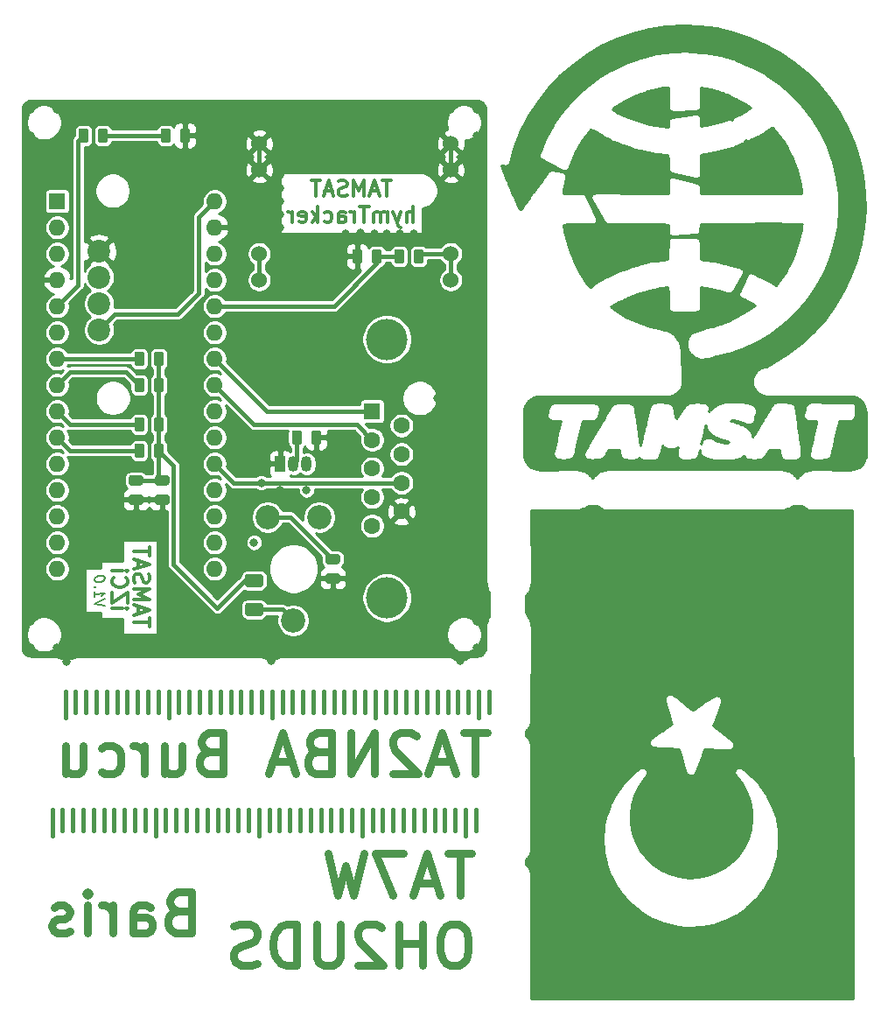
<source format=gbr>
G04 #@! TF.GenerationSoftware,KiCad,Pcbnew,5.1.5-52549c5~84~ubuntu19.10.1*
G04 #@! TF.CreationDate,2020-06-15T16:45:33+03:00*
G04 #@! TF.ProjectId,hymTracker_Panel,68796d54-7261-4636-9b65-725f50616e65,rev?*
G04 #@! TF.SameCoordinates,Original*
G04 #@! TF.FileFunction,Copper,L2,Bot*
G04 #@! TF.FilePolarity,Positive*
%FSLAX46Y46*%
G04 Gerber Fmt 4.6, Leading zero omitted, Abs format (unit mm)*
G04 Created by KiCad (PCBNEW 5.1.5-52549c5~84~ubuntu19.10.1) date 2020-06-15 16:45:33*
%MOMM*%
%LPD*%
G04 APERTURE LIST*
%ADD10C,0.800000*%
%ADD11C,0.300000*%
%ADD12C,0.200000*%
%ADD13R,1.600000X1.600000*%
%ADD14C,1.600000*%
%ADD15C,4.000000*%
%ADD16C,0.100000*%
%ADD17C,1.524000*%
%ADD18C,2.200000*%
%ADD19O,1.600000X1.600000*%
%ADD20O,1.050000X1.500000*%
%ADD21R,1.050000X1.500000*%
%ADD22C,2.340000*%
%ADD23C,0.800000*%
%ADD24C,0.400000*%
%ADD25C,0.254000*%
G04 APERTURE END LIST*
D10*
X72886047Y-121663523D02*
X70600333Y-121663523D01*
X71743190Y-125663523D02*
X71743190Y-121663523D01*
X69457476Y-124520666D02*
X67552714Y-124520666D01*
X69838428Y-125663523D02*
X68505095Y-121663523D01*
X67171761Y-125663523D01*
X66219380Y-121663523D02*
X63552714Y-121663523D01*
X65267000Y-125663523D01*
X62409857Y-121663523D02*
X61457476Y-125663523D01*
X60695571Y-122806380D01*
X59933666Y-125663523D01*
X58981285Y-121663523D01*
X71552714Y-128463523D02*
X70790809Y-128463523D01*
X70409857Y-128654000D01*
X70028904Y-129034952D01*
X69838428Y-129796857D01*
X69838428Y-131130190D01*
X70028904Y-131892095D01*
X70409857Y-132273047D01*
X70790809Y-132463523D01*
X71552714Y-132463523D01*
X71933666Y-132273047D01*
X72314619Y-131892095D01*
X72505095Y-131130190D01*
X72505095Y-129796857D01*
X72314619Y-129034952D01*
X71933666Y-128654000D01*
X71552714Y-128463523D01*
X68124142Y-132463523D02*
X68124142Y-128463523D01*
X68124142Y-130368285D02*
X65838428Y-130368285D01*
X65838428Y-132463523D02*
X65838428Y-128463523D01*
X64124142Y-128844476D02*
X63933666Y-128654000D01*
X63552714Y-128463523D01*
X62600333Y-128463523D01*
X62219380Y-128654000D01*
X62028904Y-128844476D01*
X61838428Y-129225428D01*
X61838428Y-129606380D01*
X62028904Y-130177809D01*
X64314619Y-132463523D01*
X61838428Y-132463523D01*
X60124142Y-128463523D02*
X60124142Y-131701619D01*
X59933666Y-132082571D01*
X59743190Y-132273047D01*
X59362238Y-132463523D01*
X58600333Y-132463523D01*
X58219380Y-132273047D01*
X58028904Y-132082571D01*
X57838428Y-131701619D01*
X57838428Y-128463523D01*
X55933666Y-132463523D02*
X55933666Y-128463523D01*
X54981285Y-128463523D01*
X54409857Y-128654000D01*
X54028904Y-129034952D01*
X53838428Y-129415904D01*
X53647952Y-130177809D01*
X53647952Y-130749238D01*
X53838428Y-131511142D01*
X54028904Y-131892095D01*
X54409857Y-132273047D01*
X54981285Y-132463523D01*
X55933666Y-132463523D01*
X52124142Y-132273047D02*
X51552714Y-132463523D01*
X50600333Y-132463523D01*
X50219380Y-132273047D01*
X50028904Y-132082571D01*
X49838428Y-131701619D01*
X49838428Y-131320666D01*
X50028904Y-130939714D01*
X50219380Y-130749238D01*
X50600333Y-130558761D01*
X51362238Y-130368285D01*
X51743190Y-130177809D01*
X51933666Y-129987333D01*
X52124142Y-129606380D01*
X52124142Y-129225428D01*
X51933666Y-128844476D01*
X51743190Y-128654000D01*
X51362238Y-128463523D01*
X50409857Y-128463523D01*
X49838428Y-128654000D01*
X44438285Y-127222285D02*
X43866857Y-127412761D01*
X43676380Y-127603238D01*
X43485904Y-127984190D01*
X43485904Y-128555619D01*
X43676380Y-128936571D01*
X43866857Y-129127047D01*
X44247809Y-129317523D01*
X45771619Y-129317523D01*
X45771619Y-125317523D01*
X44438285Y-125317523D01*
X44057333Y-125508000D01*
X43866857Y-125698476D01*
X43676380Y-126079428D01*
X43676380Y-126460380D01*
X43866857Y-126841333D01*
X44057333Y-127031809D01*
X44438285Y-127222285D01*
X45771619Y-127222285D01*
X40057333Y-129317523D02*
X40057333Y-127222285D01*
X40247809Y-126841333D01*
X40628761Y-126650857D01*
X41390666Y-126650857D01*
X41771619Y-126841333D01*
X40057333Y-129127047D02*
X40438285Y-129317523D01*
X41390666Y-129317523D01*
X41771619Y-129127047D01*
X41962095Y-128746095D01*
X41962095Y-128365142D01*
X41771619Y-127984190D01*
X41390666Y-127793714D01*
X40438285Y-127793714D01*
X40057333Y-127603238D01*
X38152571Y-129317523D02*
X38152571Y-126650857D01*
X38152571Y-127412761D02*
X37962095Y-127031809D01*
X37771619Y-126841333D01*
X37390666Y-126650857D01*
X37009714Y-126650857D01*
X35676380Y-129317523D02*
X35676380Y-126650857D01*
X35676380Y-125317523D02*
X35866857Y-125508000D01*
X35676380Y-125698476D01*
X35485904Y-125508000D01*
X35676380Y-125317523D01*
X35676380Y-125698476D01*
X33962095Y-129127047D02*
X33581142Y-129317523D01*
X32819238Y-129317523D01*
X32438285Y-129127047D01*
X32247809Y-128746095D01*
X32247809Y-128555619D01*
X32438285Y-128174666D01*
X32819238Y-127984190D01*
X33390666Y-127984190D01*
X33771619Y-127793714D01*
X33962095Y-127412761D01*
X33962095Y-127222285D01*
X33771619Y-126841333D01*
X33390666Y-126650857D01*
X32819238Y-126650857D01*
X32438285Y-126841333D01*
X74356666Y-109909523D02*
X72070952Y-109909523D01*
X73213809Y-113909523D02*
X73213809Y-109909523D01*
X70928095Y-112766666D02*
X69023333Y-112766666D01*
X71309047Y-113909523D02*
X69975714Y-109909523D01*
X68642380Y-113909523D01*
X67499523Y-110290476D02*
X67309047Y-110100000D01*
X66928095Y-109909523D01*
X65975714Y-109909523D01*
X65594761Y-110100000D01*
X65404285Y-110290476D01*
X65213809Y-110671428D01*
X65213809Y-111052380D01*
X65404285Y-111623809D01*
X67690000Y-113909523D01*
X65213809Y-113909523D01*
X63499523Y-113909523D02*
X63499523Y-109909523D01*
X61213809Y-113909523D01*
X61213809Y-109909523D01*
X57975714Y-111814285D02*
X57404285Y-112004761D01*
X57213809Y-112195238D01*
X57023333Y-112576190D01*
X57023333Y-113147619D01*
X57213809Y-113528571D01*
X57404285Y-113719047D01*
X57785238Y-113909523D01*
X59309047Y-113909523D01*
X59309047Y-109909523D01*
X57975714Y-109909523D01*
X57594761Y-110100000D01*
X57404285Y-110290476D01*
X57213809Y-110671428D01*
X57213809Y-111052380D01*
X57404285Y-111433333D01*
X57594761Y-111623809D01*
X57975714Y-111814285D01*
X59309047Y-111814285D01*
X55499523Y-112766666D02*
X53594761Y-112766666D01*
X55880476Y-113909523D02*
X54547142Y-109909523D01*
X53213809Y-113909523D01*
X47499523Y-111814285D02*
X46928095Y-112004761D01*
X46737619Y-112195238D01*
X46547142Y-112576190D01*
X46547142Y-113147619D01*
X46737619Y-113528571D01*
X46928095Y-113719047D01*
X47309047Y-113909523D01*
X48832857Y-113909523D01*
X48832857Y-109909523D01*
X47499523Y-109909523D01*
X47118571Y-110100000D01*
X46928095Y-110290476D01*
X46737619Y-110671428D01*
X46737619Y-111052380D01*
X46928095Y-111433333D01*
X47118571Y-111623809D01*
X47499523Y-111814285D01*
X48832857Y-111814285D01*
X43118571Y-111242857D02*
X43118571Y-113909523D01*
X44832857Y-111242857D02*
X44832857Y-113338095D01*
X44642380Y-113719047D01*
X44261428Y-113909523D01*
X43690000Y-113909523D01*
X43309047Y-113719047D01*
X43118571Y-113528571D01*
X41213809Y-113909523D02*
X41213809Y-111242857D01*
X41213809Y-112004761D02*
X41023333Y-111623809D01*
X40832857Y-111433333D01*
X40451904Y-111242857D01*
X40070952Y-111242857D01*
X37023333Y-113719047D02*
X37404285Y-113909523D01*
X38166190Y-113909523D01*
X38547142Y-113719047D01*
X38737619Y-113528571D01*
X38928095Y-113147619D01*
X38928095Y-112004761D01*
X38737619Y-111623809D01*
X38547142Y-111433333D01*
X38166190Y-111242857D01*
X37404285Y-111242857D01*
X37023333Y-111433333D01*
X33594761Y-111242857D02*
X33594761Y-113909523D01*
X35309047Y-111242857D02*
X35309047Y-113338095D01*
X35118571Y-113719047D01*
X34737619Y-113909523D01*
X34166190Y-113909523D01*
X33785238Y-113719047D01*
X33594761Y-113528571D01*
D11*
X38069128Y-97960428D02*
X39069128Y-97960428D01*
X39569128Y-97960428D02*
X39497700Y-98031857D01*
X39426271Y-97960428D01*
X39497700Y-97889000D01*
X39569128Y-97960428D01*
X39426271Y-97960428D01*
X39569128Y-97389000D02*
X39569128Y-96389000D01*
X38069128Y-97389000D01*
X38069128Y-96389000D01*
X38211985Y-94960428D02*
X38140557Y-95031857D01*
X38069128Y-95246142D01*
X38069128Y-95389000D01*
X38140557Y-95603285D01*
X38283414Y-95746142D01*
X38426271Y-95817571D01*
X38711985Y-95889000D01*
X38926271Y-95889000D01*
X39211985Y-95817571D01*
X39354842Y-95746142D01*
X39497700Y-95603285D01*
X39569128Y-95389000D01*
X39569128Y-95246142D01*
X39497700Y-95031857D01*
X39426271Y-94960428D01*
X38069128Y-94317571D02*
X39069128Y-94317571D01*
X39569128Y-94317571D02*
X39497700Y-94389000D01*
X39426271Y-94317571D01*
X39497700Y-94246142D01*
X39569128Y-94317571D01*
X39426271Y-94317571D01*
D12*
X37377619Y-97679957D02*
X36377619Y-97471623D01*
X37377619Y-97013290D01*
X36377619Y-96281147D02*
X36377619Y-96852576D01*
X36377619Y-96566861D02*
X37377619Y-96441861D01*
X37234761Y-96554957D01*
X37139523Y-96662100D01*
X37091904Y-96763290D01*
X36472857Y-95840671D02*
X36425238Y-95799004D01*
X36377619Y-95852576D01*
X36425238Y-95894242D01*
X36472857Y-95840671D01*
X36377619Y-95852576D01*
X37377619Y-95060909D02*
X37377619Y-94965671D01*
X37330000Y-94876385D01*
X37282380Y-94834719D01*
X37187142Y-94799004D01*
X36996666Y-94775195D01*
X36758571Y-94804957D01*
X36568095Y-94876385D01*
X36472857Y-94935909D01*
X36425238Y-94989480D01*
X36377619Y-95090671D01*
X36377619Y-95185909D01*
X36425238Y-95275195D01*
X36472857Y-95316861D01*
X36568095Y-95352576D01*
X36758571Y-95376385D01*
X36996666Y-95346623D01*
X37187142Y-95275195D01*
X37282380Y-95215671D01*
X37330000Y-95162100D01*
X37377619Y-95060909D01*
D11*
X41715428Y-99716742D02*
X41715428Y-98859600D01*
X40215428Y-99288171D02*
X41715428Y-99288171D01*
X40644000Y-98431028D02*
X40644000Y-97716742D01*
X40215428Y-98573885D02*
X41715428Y-98073885D01*
X40215428Y-97573885D01*
X40215428Y-97073885D02*
X41715428Y-97073885D01*
X40644000Y-96573885D01*
X41715428Y-96073885D01*
X40215428Y-96073885D01*
X40286857Y-95431028D02*
X40215428Y-95216742D01*
X40215428Y-94859600D01*
X40286857Y-94716742D01*
X40358285Y-94645314D01*
X40501142Y-94573885D01*
X40644000Y-94573885D01*
X40786857Y-94645314D01*
X40858285Y-94716742D01*
X40929714Y-94859600D01*
X41001142Y-95145314D01*
X41072571Y-95288171D01*
X41144000Y-95359600D01*
X41286857Y-95431028D01*
X41429714Y-95431028D01*
X41572571Y-95359600D01*
X41644000Y-95288171D01*
X41715428Y-95145314D01*
X41715428Y-94788171D01*
X41644000Y-94573885D01*
X40644000Y-94002457D02*
X40644000Y-93288171D01*
X40215428Y-94145314D02*
X41715428Y-93645314D01*
X40215428Y-93145314D01*
X41715428Y-92859600D02*
X41715428Y-92002457D01*
X40215428Y-92431028D02*
X41715428Y-92431028D01*
X65096542Y-56501371D02*
X64239400Y-56501371D01*
X64667971Y-58001371D02*
X64667971Y-56501371D01*
X63810828Y-57572800D02*
X63096542Y-57572800D01*
X63953685Y-58001371D02*
X63453685Y-56501371D01*
X62953685Y-58001371D01*
X62453685Y-58001371D02*
X62453685Y-56501371D01*
X61953685Y-57572800D01*
X61453685Y-56501371D01*
X61453685Y-58001371D01*
X60810828Y-57929942D02*
X60596542Y-58001371D01*
X60239400Y-58001371D01*
X60096542Y-57929942D01*
X60025114Y-57858514D01*
X59953685Y-57715657D01*
X59953685Y-57572800D01*
X60025114Y-57429942D01*
X60096542Y-57358514D01*
X60239400Y-57287085D01*
X60525114Y-57215657D01*
X60667971Y-57144228D01*
X60739400Y-57072800D01*
X60810828Y-56929942D01*
X60810828Y-56787085D01*
X60739400Y-56644228D01*
X60667971Y-56572800D01*
X60525114Y-56501371D01*
X60167971Y-56501371D01*
X59953685Y-56572800D01*
X59382257Y-57572800D02*
X58667971Y-57572800D01*
X59525114Y-58001371D02*
X59025114Y-56501371D01*
X58525114Y-58001371D01*
X58239400Y-56501371D02*
X57382257Y-56501371D01*
X57810828Y-58001371D02*
X57810828Y-56501371D01*
X67203685Y-60551371D02*
X67203685Y-59051371D01*
X66560828Y-60551371D02*
X66560828Y-59765657D01*
X66632257Y-59622800D01*
X66775114Y-59551371D01*
X66989400Y-59551371D01*
X67132257Y-59622800D01*
X67203685Y-59694228D01*
X65989400Y-59551371D02*
X65632257Y-60551371D01*
X65275114Y-59551371D02*
X65632257Y-60551371D01*
X65775114Y-60908514D01*
X65846542Y-60979942D01*
X65989400Y-61051371D01*
X64703685Y-60551371D02*
X64703685Y-59551371D01*
X64703685Y-59694228D02*
X64632257Y-59622800D01*
X64489400Y-59551371D01*
X64275114Y-59551371D01*
X64132257Y-59622800D01*
X64060828Y-59765657D01*
X64060828Y-60551371D01*
X64060828Y-59765657D02*
X63989400Y-59622800D01*
X63846542Y-59551371D01*
X63632257Y-59551371D01*
X63489400Y-59622800D01*
X63417971Y-59765657D01*
X63417971Y-60551371D01*
X62917971Y-59051371D02*
X62060828Y-59051371D01*
X62489400Y-60551371D02*
X62489400Y-59051371D01*
X61560828Y-60551371D02*
X61560828Y-59551371D01*
X61560828Y-59837085D02*
X61489400Y-59694228D01*
X61417971Y-59622800D01*
X61275114Y-59551371D01*
X61132257Y-59551371D01*
X59989400Y-60551371D02*
X59989400Y-59765657D01*
X60060828Y-59622800D01*
X60203685Y-59551371D01*
X60489400Y-59551371D01*
X60632257Y-59622800D01*
X59989400Y-60479942D02*
X60132257Y-60551371D01*
X60489400Y-60551371D01*
X60632257Y-60479942D01*
X60703685Y-60337085D01*
X60703685Y-60194228D01*
X60632257Y-60051371D01*
X60489400Y-59979942D01*
X60132257Y-59979942D01*
X59989400Y-59908514D01*
X58632257Y-60479942D02*
X58775114Y-60551371D01*
X59060828Y-60551371D01*
X59203685Y-60479942D01*
X59275114Y-60408514D01*
X59346542Y-60265657D01*
X59346542Y-59837085D01*
X59275114Y-59694228D01*
X59203685Y-59622800D01*
X59060828Y-59551371D01*
X58775114Y-59551371D01*
X58632257Y-59622800D01*
X57989400Y-60551371D02*
X57989400Y-59051371D01*
X57846542Y-59979942D02*
X57417971Y-60551371D01*
X57417971Y-59551371D02*
X57989400Y-60122800D01*
X56203685Y-60479942D02*
X56346542Y-60551371D01*
X56632257Y-60551371D01*
X56775114Y-60479942D01*
X56846542Y-60337085D01*
X56846542Y-59765657D01*
X56775114Y-59622800D01*
X56632257Y-59551371D01*
X56346542Y-59551371D01*
X56203685Y-59622800D01*
X56132257Y-59765657D01*
X56132257Y-59908514D01*
X56846542Y-60051371D01*
X55489400Y-60551371D02*
X55489400Y-59551371D01*
X55489400Y-59837085D02*
X55417971Y-59694228D01*
X55346542Y-59622800D01*
X55203685Y-59551371D01*
X55060828Y-59551371D01*
D13*
X63242000Y-78855000D03*
D14*
X63242000Y-81625000D03*
X63242000Y-84395000D03*
X63242000Y-87165000D03*
X63242000Y-89935000D03*
X66082000Y-80240000D03*
X66082000Y-83010000D03*
X66082000Y-85780000D03*
X66082000Y-88550000D03*
D15*
X64662000Y-96895000D03*
X64662000Y-71895000D03*
G04 #@! TA.AperFunction,SMDPad,CuDef*
D16*
G36*
X42857142Y-81966174D02*
G01*
X42880803Y-81969684D01*
X42904007Y-81975496D01*
X42926529Y-81983554D01*
X42948153Y-81993782D01*
X42968670Y-82006079D01*
X42987883Y-82020329D01*
X43005607Y-82036393D01*
X43021671Y-82054117D01*
X43035921Y-82073330D01*
X43048218Y-82093847D01*
X43058446Y-82115471D01*
X43066504Y-82137993D01*
X43072316Y-82161197D01*
X43075826Y-82184858D01*
X43077000Y-82208750D01*
X43077000Y-83121250D01*
X43075826Y-83145142D01*
X43072316Y-83168803D01*
X43066504Y-83192007D01*
X43058446Y-83214529D01*
X43048218Y-83236153D01*
X43035921Y-83256670D01*
X43021671Y-83275883D01*
X43005607Y-83293607D01*
X42987883Y-83309671D01*
X42968670Y-83323921D01*
X42948153Y-83336218D01*
X42926529Y-83346446D01*
X42904007Y-83354504D01*
X42880803Y-83360316D01*
X42857142Y-83363826D01*
X42833250Y-83365000D01*
X42345750Y-83365000D01*
X42321858Y-83363826D01*
X42298197Y-83360316D01*
X42274993Y-83354504D01*
X42252471Y-83346446D01*
X42230847Y-83336218D01*
X42210330Y-83323921D01*
X42191117Y-83309671D01*
X42173393Y-83293607D01*
X42157329Y-83275883D01*
X42143079Y-83256670D01*
X42130782Y-83236153D01*
X42120554Y-83214529D01*
X42112496Y-83192007D01*
X42106684Y-83168803D01*
X42103174Y-83145142D01*
X42102000Y-83121250D01*
X42102000Y-82208750D01*
X42103174Y-82184858D01*
X42106684Y-82161197D01*
X42112496Y-82137993D01*
X42120554Y-82115471D01*
X42130782Y-82093847D01*
X42143079Y-82073330D01*
X42157329Y-82054117D01*
X42173393Y-82036393D01*
X42191117Y-82020329D01*
X42210330Y-82006079D01*
X42230847Y-81993782D01*
X42252471Y-81983554D01*
X42274993Y-81975496D01*
X42298197Y-81969684D01*
X42321858Y-81966174D01*
X42345750Y-81965000D01*
X42833250Y-81965000D01*
X42857142Y-81966174D01*
G37*
G04 #@! TD.AperFunction*
G04 #@! TA.AperFunction,SMDPad,CuDef*
G36*
X40982142Y-81966174D02*
G01*
X41005803Y-81969684D01*
X41029007Y-81975496D01*
X41051529Y-81983554D01*
X41073153Y-81993782D01*
X41093670Y-82006079D01*
X41112883Y-82020329D01*
X41130607Y-82036393D01*
X41146671Y-82054117D01*
X41160921Y-82073330D01*
X41173218Y-82093847D01*
X41183446Y-82115471D01*
X41191504Y-82137993D01*
X41197316Y-82161197D01*
X41200826Y-82184858D01*
X41202000Y-82208750D01*
X41202000Y-83121250D01*
X41200826Y-83145142D01*
X41197316Y-83168803D01*
X41191504Y-83192007D01*
X41183446Y-83214529D01*
X41173218Y-83236153D01*
X41160921Y-83256670D01*
X41146671Y-83275883D01*
X41130607Y-83293607D01*
X41112883Y-83309671D01*
X41093670Y-83323921D01*
X41073153Y-83336218D01*
X41051529Y-83346446D01*
X41029007Y-83354504D01*
X41005803Y-83360316D01*
X40982142Y-83363826D01*
X40958250Y-83365000D01*
X40470750Y-83365000D01*
X40446858Y-83363826D01*
X40423197Y-83360316D01*
X40399993Y-83354504D01*
X40377471Y-83346446D01*
X40355847Y-83336218D01*
X40335330Y-83323921D01*
X40316117Y-83309671D01*
X40298393Y-83293607D01*
X40282329Y-83275883D01*
X40268079Y-83256670D01*
X40255782Y-83236153D01*
X40245554Y-83214529D01*
X40237496Y-83192007D01*
X40231684Y-83168803D01*
X40228174Y-83145142D01*
X40227000Y-83121250D01*
X40227000Y-82208750D01*
X40228174Y-82184858D01*
X40231684Y-82161197D01*
X40237496Y-82137993D01*
X40245554Y-82115471D01*
X40255782Y-82093847D01*
X40268079Y-82073330D01*
X40282329Y-82054117D01*
X40298393Y-82036393D01*
X40316117Y-82020329D01*
X40335330Y-82006079D01*
X40355847Y-81993782D01*
X40377471Y-81983554D01*
X40399993Y-81975496D01*
X40423197Y-81969684D01*
X40446858Y-81966174D01*
X40470750Y-81965000D01*
X40958250Y-81965000D01*
X40982142Y-81966174D01*
G37*
G04 #@! TD.AperFunction*
G04 #@! TA.AperFunction,SMDPad,CuDef*
G36*
X56222142Y-80696174D02*
G01*
X56245803Y-80699684D01*
X56269007Y-80705496D01*
X56291529Y-80713554D01*
X56313153Y-80723782D01*
X56333670Y-80736079D01*
X56352883Y-80750329D01*
X56370607Y-80766393D01*
X56386671Y-80784117D01*
X56400921Y-80803330D01*
X56413218Y-80823847D01*
X56423446Y-80845471D01*
X56431504Y-80867993D01*
X56437316Y-80891197D01*
X56440826Y-80914858D01*
X56442000Y-80938750D01*
X56442000Y-81851250D01*
X56440826Y-81875142D01*
X56437316Y-81898803D01*
X56431504Y-81922007D01*
X56423446Y-81944529D01*
X56413218Y-81966153D01*
X56400921Y-81986670D01*
X56386671Y-82005883D01*
X56370607Y-82023607D01*
X56352883Y-82039671D01*
X56333670Y-82053921D01*
X56313153Y-82066218D01*
X56291529Y-82076446D01*
X56269007Y-82084504D01*
X56245803Y-82090316D01*
X56222142Y-82093826D01*
X56198250Y-82095000D01*
X55710750Y-82095000D01*
X55686858Y-82093826D01*
X55663197Y-82090316D01*
X55639993Y-82084504D01*
X55617471Y-82076446D01*
X55595847Y-82066218D01*
X55575330Y-82053921D01*
X55556117Y-82039671D01*
X55538393Y-82023607D01*
X55522329Y-82005883D01*
X55508079Y-81986670D01*
X55495782Y-81966153D01*
X55485554Y-81944529D01*
X55477496Y-81922007D01*
X55471684Y-81898803D01*
X55468174Y-81875142D01*
X55467000Y-81851250D01*
X55467000Y-80938750D01*
X55468174Y-80914858D01*
X55471684Y-80891197D01*
X55477496Y-80867993D01*
X55485554Y-80845471D01*
X55495782Y-80823847D01*
X55508079Y-80803330D01*
X55522329Y-80784117D01*
X55538393Y-80766393D01*
X55556117Y-80750329D01*
X55575330Y-80736079D01*
X55595847Y-80723782D01*
X55617471Y-80713554D01*
X55639993Y-80705496D01*
X55663197Y-80699684D01*
X55686858Y-80696174D01*
X55710750Y-80695000D01*
X56198250Y-80695000D01*
X56222142Y-80696174D01*
G37*
G04 #@! TD.AperFunction*
G04 #@! TA.AperFunction,SMDPad,CuDef*
G36*
X58097142Y-80696174D02*
G01*
X58120803Y-80699684D01*
X58144007Y-80705496D01*
X58166529Y-80713554D01*
X58188153Y-80723782D01*
X58208670Y-80736079D01*
X58227883Y-80750329D01*
X58245607Y-80766393D01*
X58261671Y-80784117D01*
X58275921Y-80803330D01*
X58288218Y-80823847D01*
X58298446Y-80845471D01*
X58306504Y-80867993D01*
X58312316Y-80891197D01*
X58315826Y-80914858D01*
X58317000Y-80938750D01*
X58317000Y-81851250D01*
X58315826Y-81875142D01*
X58312316Y-81898803D01*
X58306504Y-81922007D01*
X58298446Y-81944529D01*
X58288218Y-81966153D01*
X58275921Y-81986670D01*
X58261671Y-82005883D01*
X58245607Y-82023607D01*
X58227883Y-82039671D01*
X58208670Y-82053921D01*
X58188153Y-82066218D01*
X58166529Y-82076446D01*
X58144007Y-82084504D01*
X58120803Y-82090316D01*
X58097142Y-82093826D01*
X58073250Y-82095000D01*
X57585750Y-82095000D01*
X57561858Y-82093826D01*
X57538197Y-82090316D01*
X57514993Y-82084504D01*
X57492471Y-82076446D01*
X57470847Y-82066218D01*
X57450330Y-82053921D01*
X57431117Y-82039671D01*
X57413393Y-82023607D01*
X57397329Y-82005883D01*
X57383079Y-81986670D01*
X57370782Y-81966153D01*
X57360554Y-81944529D01*
X57352496Y-81922007D01*
X57346684Y-81898803D01*
X57343174Y-81875142D01*
X57342000Y-81851250D01*
X57342000Y-80938750D01*
X57343174Y-80914858D01*
X57346684Y-80891197D01*
X57352496Y-80867993D01*
X57360554Y-80845471D01*
X57370782Y-80823847D01*
X57383079Y-80803330D01*
X57397329Y-80784117D01*
X57413393Y-80766393D01*
X57431117Y-80750329D01*
X57450330Y-80736079D01*
X57470847Y-80723782D01*
X57492471Y-80713554D01*
X57514993Y-80705496D01*
X57538197Y-80699684D01*
X57561858Y-80696174D01*
X57585750Y-80695000D01*
X58073250Y-80695000D01*
X58097142Y-80696174D01*
G37*
G04 #@! TD.AperFunction*
G04 #@! TA.AperFunction,SMDPad,CuDef*
G36*
X59912142Y-94546174D02*
G01*
X59935803Y-94549684D01*
X59959007Y-94555496D01*
X59981529Y-94563554D01*
X60003153Y-94573782D01*
X60023670Y-94586079D01*
X60042883Y-94600329D01*
X60060607Y-94616393D01*
X60076671Y-94634117D01*
X60090921Y-94653330D01*
X60103218Y-94673847D01*
X60113446Y-94695471D01*
X60121504Y-94717993D01*
X60127316Y-94741197D01*
X60130826Y-94764858D01*
X60132000Y-94788750D01*
X60132000Y-95276250D01*
X60130826Y-95300142D01*
X60127316Y-95323803D01*
X60121504Y-95347007D01*
X60113446Y-95369529D01*
X60103218Y-95391153D01*
X60090921Y-95411670D01*
X60076671Y-95430883D01*
X60060607Y-95448607D01*
X60042883Y-95464671D01*
X60023670Y-95478921D01*
X60003153Y-95491218D01*
X59981529Y-95501446D01*
X59959007Y-95509504D01*
X59935803Y-95515316D01*
X59912142Y-95518826D01*
X59888250Y-95520000D01*
X58975750Y-95520000D01*
X58951858Y-95518826D01*
X58928197Y-95515316D01*
X58904993Y-95509504D01*
X58882471Y-95501446D01*
X58860847Y-95491218D01*
X58840330Y-95478921D01*
X58821117Y-95464671D01*
X58803393Y-95448607D01*
X58787329Y-95430883D01*
X58773079Y-95411670D01*
X58760782Y-95391153D01*
X58750554Y-95369529D01*
X58742496Y-95347007D01*
X58736684Y-95323803D01*
X58733174Y-95300142D01*
X58732000Y-95276250D01*
X58732000Y-94788750D01*
X58733174Y-94764858D01*
X58736684Y-94741197D01*
X58742496Y-94717993D01*
X58750554Y-94695471D01*
X58760782Y-94673847D01*
X58773079Y-94653330D01*
X58787329Y-94634117D01*
X58803393Y-94616393D01*
X58821117Y-94600329D01*
X58840330Y-94586079D01*
X58860847Y-94573782D01*
X58882471Y-94563554D01*
X58904993Y-94555496D01*
X58928197Y-94549684D01*
X58951858Y-94546174D01*
X58975750Y-94545000D01*
X59888250Y-94545000D01*
X59912142Y-94546174D01*
G37*
G04 #@! TD.AperFunction*
G04 #@! TA.AperFunction,SMDPad,CuDef*
G36*
X59912142Y-92671174D02*
G01*
X59935803Y-92674684D01*
X59959007Y-92680496D01*
X59981529Y-92688554D01*
X60003153Y-92698782D01*
X60023670Y-92711079D01*
X60042883Y-92725329D01*
X60060607Y-92741393D01*
X60076671Y-92759117D01*
X60090921Y-92778330D01*
X60103218Y-92798847D01*
X60113446Y-92820471D01*
X60121504Y-92842993D01*
X60127316Y-92866197D01*
X60130826Y-92889858D01*
X60132000Y-92913750D01*
X60132000Y-93401250D01*
X60130826Y-93425142D01*
X60127316Y-93448803D01*
X60121504Y-93472007D01*
X60113446Y-93494529D01*
X60103218Y-93516153D01*
X60090921Y-93536670D01*
X60076671Y-93555883D01*
X60060607Y-93573607D01*
X60042883Y-93589671D01*
X60023670Y-93603921D01*
X60003153Y-93616218D01*
X59981529Y-93626446D01*
X59959007Y-93634504D01*
X59935803Y-93640316D01*
X59912142Y-93643826D01*
X59888250Y-93645000D01*
X58975750Y-93645000D01*
X58951858Y-93643826D01*
X58928197Y-93640316D01*
X58904993Y-93634504D01*
X58882471Y-93626446D01*
X58860847Y-93616218D01*
X58840330Y-93603921D01*
X58821117Y-93589671D01*
X58803393Y-93573607D01*
X58787329Y-93555883D01*
X58773079Y-93536670D01*
X58760782Y-93516153D01*
X58750554Y-93494529D01*
X58742496Y-93472007D01*
X58736684Y-93448803D01*
X58733174Y-93425142D01*
X58732000Y-93401250D01*
X58732000Y-92913750D01*
X58733174Y-92889858D01*
X58736684Y-92866197D01*
X58742496Y-92842993D01*
X58750554Y-92820471D01*
X58760782Y-92798847D01*
X58773079Y-92778330D01*
X58787329Y-92759117D01*
X58803393Y-92741393D01*
X58821117Y-92725329D01*
X58840330Y-92711079D01*
X58860847Y-92698782D01*
X58882471Y-92688554D01*
X58904993Y-92680496D01*
X58928197Y-92674684D01*
X58951858Y-92671174D01*
X58975750Y-92670000D01*
X59888250Y-92670000D01*
X59912142Y-92671174D01*
G37*
G04 #@! TD.AperFunction*
D17*
X70862000Y-66155000D03*
X70862000Y-63615000D03*
X70862000Y-55487000D03*
X70862000Y-52947000D03*
X52320000Y-66155000D03*
X52320000Y-63615000D03*
X52320000Y-55487000D03*
X52320000Y-52947000D03*
G04 #@! TA.AperFunction,SMDPad,CuDef*
D16*
G36*
X43402142Y-86926174D02*
G01*
X43425803Y-86929684D01*
X43449007Y-86935496D01*
X43471529Y-86943554D01*
X43493153Y-86953782D01*
X43513670Y-86966079D01*
X43532883Y-86980329D01*
X43550607Y-86996393D01*
X43566671Y-87014117D01*
X43580921Y-87033330D01*
X43593218Y-87053847D01*
X43603446Y-87075471D01*
X43611504Y-87097993D01*
X43617316Y-87121197D01*
X43620826Y-87144858D01*
X43622000Y-87168750D01*
X43622000Y-87656250D01*
X43620826Y-87680142D01*
X43617316Y-87703803D01*
X43611504Y-87727007D01*
X43603446Y-87749529D01*
X43593218Y-87771153D01*
X43580921Y-87791670D01*
X43566671Y-87810883D01*
X43550607Y-87828607D01*
X43532883Y-87844671D01*
X43513670Y-87858921D01*
X43493153Y-87871218D01*
X43471529Y-87881446D01*
X43449007Y-87889504D01*
X43425803Y-87895316D01*
X43402142Y-87898826D01*
X43378250Y-87900000D01*
X42465750Y-87900000D01*
X42441858Y-87898826D01*
X42418197Y-87895316D01*
X42394993Y-87889504D01*
X42372471Y-87881446D01*
X42350847Y-87871218D01*
X42330330Y-87858921D01*
X42311117Y-87844671D01*
X42293393Y-87828607D01*
X42277329Y-87810883D01*
X42263079Y-87791670D01*
X42250782Y-87771153D01*
X42240554Y-87749529D01*
X42232496Y-87727007D01*
X42226684Y-87703803D01*
X42223174Y-87680142D01*
X42222000Y-87656250D01*
X42222000Y-87168750D01*
X42223174Y-87144858D01*
X42226684Y-87121197D01*
X42232496Y-87097993D01*
X42240554Y-87075471D01*
X42250782Y-87053847D01*
X42263079Y-87033330D01*
X42277329Y-87014117D01*
X42293393Y-86996393D01*
X42311117Y-86980329D01*
X42330330Y-86966079D01*
X42350847Y-86953782D01*
X42372471Y-86943554D01*
X42394993Y-86935496D01*
X42418197Y-86929684D01*
X42441858Y-86926174D01*
X42465750Y-86925000D01*
X43378250Y-86925000D01*
X43402142Y-86926174D01*
G37*
G04 #@! TD.AperFunction*
G04 #@! TA.AperFunction,SMDPad,CuDef*
G36*
X43402142Y-85051174D02*
G01*
X43425803Y-85054684D01*
X43449007Y-85060496D01*
X43471529Y-85068554D01*
X43493153Y-85078782D01*
X43513670Y-85091079D01*
X43532883Y-85105329D01*
X43550607Y-85121393D01*
X43566671Y-85139117D01*
X43580921Y-85158330D01*
X43593218Y-85178847D01*
X43603446Y-85200471D01*
X43611504Y-85222993D01*
X43617316Y-85246197D01*
X43620826Y-85269858D01*
X43622000Y-85293750D01*
X43622000Y-85781250D01*
X43620826Y-85805142D01*
X43617316Y-85828803D01*
X43611504Y-85852007D01*
X43603446Y-85874529D01*
X43593218Y-85896153D01*
X43580921Y-85916670D01*
X43566671Y-85935883D01*
X43550607Y-85953607D01*
X43532883Y-85969671D01*
X43513670Y-85983921D01*
X43493153Y-85996218D01*
X43471529Y-86006446D01*
X43449007Y-86014504D01*
X43425803Y-86020316D01*
X43402142Y-86023826D01*
X43378250Y-86025000D01*
X42465750Y-86025000D01*
X42441858Y-86023826D01*
X42418197Y-86020316D01*
X42394993Y-86014504D01*
X42372471Y-86006446D01*
X42350847Y-85996218D01*
X42330330Y-85983921D01*
X42311117Y-85969671D01*
X42293393Y-85953607D01*
X42277329Y-85935883D01*
X42263079Y-85916670D01*
X42250782Y-85896153D01*
X42240554Y-85874529D01*
X42232496Y-85852007D01*
X42226684Y-85828803D01*
X42223174Y-85805142D01*
X42222000Y-85781250D01*
X42222000Y-85293750D01*
X42223174Y-85269858D01*
X42226684Y-85246197D01*
X42232496Y-85222993D01*
X42240554Y-85200471D01*
X42250782Y-85178847D01*
X42263079Y-85158330D01*
X42277329Y-85139117D01*
X42293393Y-85121393D01*
X42311117Y-85105329D01*
X42330330Y-85091079D01*
X42350847Y-85078782D01*
X42372471Y-85068554D01*
X42394993Y-85060496D01*
X42418197Y-85054684D01*
X42441858Y-85051174D01*
X42465750Y-85050000D01*
X43378250Y-85050000D01*
X43402142Y-85051174D01*
G37*
G04 #@! TD.AperFunction*
D18*
X36826000Y-70981000D03*
X36826000Y-68441000D03*
X36826000Y-65901000D03*
X36826000Y-63361000D03*
D13*
X32762000Y-58535000D03*
D19*
X48002000Y-91555000D03*
X32762000Y-61075000D03*
X48002000Y-89015000D03*
X32762000Y-63615000D03*
X48002000Y-86475000D03*
X32762000Y-66155000D03*
X48002000Y-83935000D03*
X32762000Y-68695000D03*
X48002000Y-81395000D03*
X32762000Y-71235000D03*
X48002000Y-78855000D03*
X32762000Y-73775000D03*
X48002000Y-76315000D03*
X32762000Y-76315000D03*
X48002000Y-73775000D03*
X32762000Y-78855000D03*
X48002000Y-71235000D03*
X32762000Y-81395000D03*
X48002000Y-68695000D03*
X32762000Y-83935000D03*
X48002000Y-66155000D03*
X32762000Y-86475000D03*
X48002000Y-63615000D03*
X32762000Y-89015000D03*
X48002000Y-61075000D03*
X32762000Y-91555000D03*
X48002000Y-58535000D03*
X32762000Y-94095000D03*
X48002000Y-94095000D03*
G04 #@! TA.AperFunction,SMDPad,CuDef*
D16*
G36*
X66128142Y-63170174D02*
G01*
X66151803Y-63173684D01*
X66175007Y-63179496D01*
X66197529Y-63187554D01*
X66219153Y-63197782D01*
X66239670Y-63210079D01*
X66258883Y-63224329D01*
X66276607Y-63240393D01*
X66292671Y-63258117D01*
X66306921Y-63277330D01*
X66319218Y-63297847D01*
X66329446Y-63319471D01*
X66337504Y-63341993D01*
X66343316Y-63365197D01*
X66346826Y-63388858D01*
X66348000Y-63412750D01*
X66348000Y-64325250D01*
X66346826Y-64349142D01*
X66343316Y-64372803D01*
X66337504Y-64396007D01*
X66329446Y-64418529D01*
X66319218Y-64440153D01*
X66306921Y-64460670D01*
X66292671Y-64479883D01*
X66276607Y-64497607D01*
X66258883Y-64513671D01*
X66239670Y-64527921D01*
X66219153Y-64540218D01*
X66197529Y-64550446D01*
X66175007Y-64558504D01*
X66151803Y-64564316D01*
X66128142Y-64567826D01*
X66104250Y-64569000D01*
X65616750Y-64569000D01*
X65592858Y-64567826D01*
X65569197Y-64564316D01*
X65545993Y-64558504D01*
X65523471Y-64550446D01*
X65501847Y-64540218D01*
X65481330Y-64527921D01*
X65462117Y-64513671D01*
X65444393Y-64497607D01*
X65428329Y-64479883D01*
X65414079Y-64460670D01*
X65401782Y-64440153D01*
X65391554Y-64418529D01*
X65383496Y-64396007D01*
X65377684Y-64372803D01*
X65374174Y-64349142D01*
X65373000Y-64325250D01*
X65373000Y-63412750D01*
X65374174Y-63388858D01*
X65377684Y-63365197D01*
X65383496Y-63341993D01*
X65391554Y-63319471D01*
X65401782Y-63297847D01*
X65414079Y-63277330D01*
X65428329Y-63258117D01*
X65444393Y-63240393D01*
X65462117Y-63224329D01*
X65481330Y-63210079D01*
X65501847Y-63197782D01*
X65523471Y-63187554D01*
X65545993Y-63179496D01*
X65569197Y-63173684D01*
X65592858Y-63170174D01*
X65616750Y-63169000D01*
X66104250Y-63169000D01*
X66128142Y-63170174D01*
G37*
G04 #@! TD.AperFunction*
G04 #@! TA.AperFunction,SMDPad,CuDef*
G36*
X68003142Y-63170174D02*
G01*
X68026803Y-63173684D01*
X68050007Y-63179496D01*
X68072529Y-63187554D01*
X68094153Y-63197782D01*
X68114670Y-63210079D01*
X68133883Y-63224329D01*
X68151607Y-63240393D01*
X68167671Y-63258117D01*
X68181921Y-63277330D01*
X68194218Y-63297847D01*
X68204446Y-63319471D01*
X68212504Y-63341993D01*
X68218316Y-63365197D01*
X68221826Y-63388858D01*
X68223000Y-63412750D01*
X68223000Y-64325250D01*
X68221826Y-64349142D01*
X68218316Y-64372803D01*
X68212504Y-64396007D01*
X68204446Y-64418529D01*
X68194218Y-64440153D01*
X68181921Y-64460670D01*
X68167671Y-64479883D01*
X68151607Y-64497607D01*
X68133883Y-64513671D01*
X68114670Y-64527921D01*
X68094153Y-64540218D01*
X68072529Y-64550446D01*
X68050007Y-64558504D01*
X68026803Y-64564316D01*
X68003142Y-64567826D01*
X67979250Y-64569000D01*
X67491750Y-64569000D01*
X67467858Y-64567826D01*
X67444197Y-64564316D01*
X67420993Y-64558504D01*
X67398471Y-64550446D01*
X67376847Y-64540218D01*
X67356330Y-64527921D01*
X67337117Y-64513671D01*
X67319393Y-64497607D01*
X67303329Y-64479883D01*
X67289079Y-64460670D01*
X67276782Y-64440153D01*
X67266554Y-64418529D01*
X67258496Y-64396007D01*
X67252684Y-64372803D01*
X67249174Y-64349142D01*
X67248000Y-64325250D01*
X67248000Y-63412750D01*
X67249174Y-63388858D01*
X67252684Y-63365197D01*
X67258496Y-63341993D01*
X67266554Y-63319471D01*
X67276782Y-63297847D01*
X67289079Y-63277330D01*
X67303329Y-63258117D01*
X67319393Y-63240393D01*
X67337117Y-63224329D01*
X67356330Y-63210079D01*
X67376847Y-63197782D01*
X67398471Y-63187554D01*
X67420993Y-63179496D01*
X67444197Y-63173684D01*
X67467858Y-63170174D01*
X67491750Y-63169000D01*
X67979250Y-63169000D01*
X68003142Y-63170174D01*
G37*
G04 #@! TD.AperFunction*
D20*
X55622000Y-83935000D03*
X56892000Y-83935000D03*
D21*
X54352000Y-83935000D03*
G04 #@! TA.AperFunction,SMDPad,CuDef*
D16*
G36*
X42857142Y-75616174D02*
G01*
X42880803Y-75619684D01*
X42904007Y-75625496D01*
X42926529Y-75633554D01*
X42948153Y-75643782D01*
X42968670Y-75656079D01*
X42987883Y-75670329D01*
X43005607Y-75686393D01*
X43021671Y-75704117D01*
X43035921Y-75723330D01*
X43048218Y-75743847D01*
X43058446Y-75765471D01*
X43066504Y-75787993D01*
X43072316Y-75811197D01*
X43075826Y-75834858D01*
X43077000Y-75858750D01*
X43077000Y-76771250D01*
X43075826Y-76795142D01*
X43072316Y-76818803D01*
X43066504Y-76842007D01*
X43058446Y-76864529D01*
X43048218Y-76886153D01*
X43035921Y-76906670D01*
X43021671Y-76925883D01*
X43005607Y-76943607D01*
X42987883Y-76959671D01*
X42968670Y-76973921D01*
X42948153Y-76986218D01*
X42926529Y-76996446D01*
X42904007Y-77004504D01*
X42880803Y-77010316D01*
X42857142Y-77013826D01*
X42833250Y-77015000D01*
X42345750Y-77015000D01*
X42321858Y-77013826D01*
X42298197Y-77010316D01*
X42274993Y-77004504D01*
X42252471Y-76996446D01*
X42230847Y-76986218D01*
X42210330Y-76973921D01*
X42191117Y-76959671D01*
X42173393Y-76943607D01*
X42157329Y-76925883D01*
X42143079Y-76906670D01*
X42130782Y-76886153D01*
X42120554Y-76864529D01*
X42112496Y-76842007D01*
X42106684Y-76818803D01*
X42103174Y-76795142D01*
X42102000Y-76771250D01*
X42102000Y-75858750D01*
X42103174Y-75834858D01*
X42106684Y-75811197D01*
X42112496Y-75787993D01*
X42120554Y-75765471D01*
X42130782Y-75743847D01*
X42143079Y-75723330D01*
X42157329Y-75704117D01*
X42173393Y-75686393D01*
X42191117Y-75670329D01*
X42210330Y-75656079D01*
X42230847Y-75643782D01*
X42252471Y-75633554D01*
X42274993Y-75625496D01*
X42298197Y-75619684D01*
X42321858Y-75616174D01*
X42345750Y-75615000D01*
X42833250Y-75615000D01*
X42857142Y-75616174D01*
G37*
G04 #@! TD.AperFunction*
G04 #@! TA.AperFunction,SMDPad,CuDef*
G36*
X40982142Y-75616174D02*
G01*
X41005803Y-75619684D01*
X41029007Y-75625496D01*
X41051529Y-75633554D01*
X41073153Y-75643782D01*
X41093670Y-75656079D01*
X41112883Y-75670329D01*
X41130607Y-75686393D01*
X41146671Y-75704117D01*
X41160921Y-75723330D01*
X41173218Y-75743847D01*
X41183446Y-75765471D01*
X41191504Y-75787993D01*
X41197316Y-75811197D01*
X41200826Y-75834858D01*
X41202000Y-75858750D01*
X41202000Y-76771250D01*
X41200826Y-76795142D01*
X41197316Y-76818803D01*
X41191504Y-76842007D01*
X41183446Y-76864529D01*
X41173218Y-76886153D01*
X41160921Y-76906670D01*
X41146671Y-76925883D01*
X41130607Y-76943607D01*
X41112883Y-76959671D01*
X41093670Y-76973921D01*
X41073153Y-76986218D01*
X41051529Y-76996446D01*
X41029007Y-77004504D01*
X41005803Y-77010316D01*
X40982142Y-77013826D01*
X40958250Y-77015000D01*
X40470750Y-77015000D01*
X40446858Y-77013826D01*
X40423197Y-77010316D01*
X40399993Y-77004504D01*
X40377471Y-76996446D01*
X40355847Y-76986218D01*
X40335330Y-76973921D01*
X40316117Y-76959671D01*
X40298393Y-76943607D01*
X40282329Y-76925883D01*
X40268079Y-76906670D01*
X40255782Y-76886153D01*
X40245554Y-76864529D01*
X40237496Y-76842007D01*
X40231684Y-76818803D01*
X40228174Y-76795142D01*
X40227000Y-76771250D01*
X40227000Y-75858750D01*
X40228174Y-75834858D01*
X40231684Y-75811197D01*
X40237496Y-75787993D01*
X40245554Y-75765471D01*
X40255782Y-75743847D01*
X40268079Y-75723330D01*
X40282329Y-75704117D01*
X40298393Y-75686393D01*
X40316117Y-75670329D01*
X40335330Y-75656079D01*
X40355847Y-75643782D01*
X40377471Y-75633554D01*
X40399993Y-75625496D01*
X40423197Y-75619684D01*
X40446858Y-75616174D01*
X40470750Y-75615000D01*
X40958250Y-75615000D01*
X40982142Y-75616174D01*
G37*
G04 #@! TD.AperFunction*
G04 #@! TA.AperFunction,SMDPad,CuDef*
G36*
X45397142Y-51486174D02*
G01*
X45420803Y-51489684D01*
X45444007Y-51495496D01*
X45466529Y-51503554D01*
X45488153Y-51513782D01*
X45508670Y-51526079D01*
X45527883Y-51540329D01*
X45545607Y-51556393D01*
X45561671Y-51574117D01*
X45575921Y-51593330D01*
X45588218Y-51613847D01*
X45598446Y-51635471D01*
X45606504Y-51657993D01*
X45612316Y-51681197D01*
X45615826Y-51704858D01*
X45617000Y-51728750D01*
X45617000Y-52641250D01*
X45615826Y-52665142D01*
X45612316Y-52688803D01*
X45606504Y-52712007D01*
X45598446Y-52734529D01*
X45588218Y-52756153D01*
X45575921Y-52776670D01*
X45561671Y-52795883D01*
X45545607Y-52813607D01*
X45527883Y-52829671D01*
X45508670Y-52843921D01*
X45488153Y-52856218D01*
X45466529Y-52866446D01*
X45444007Y-52874504D01*
X45420803Y-52880316D01*
X45397142Y-52883826D01*
X45373250Y-52885000D01*
X44885750Y-52885000D01*
X44861858Y-52883826D01*
X44838197Y-52880316D01*
X44814993Y-52874504D01*
X44792471Y-52866446D01*
X44770847Y-52856218D01*
X44750330Y-52843921D01*
X44731117Y-52829671D01*
X44713393Y-52813607D01*
X44697329Y-52795883D01*
X44683079Y-52776670D01*
X44670782Y-52756153D01*
X44660554Y-52734529D01*
X44652496Y-52712007D01*
X44646684Y-52688803D01*
X44643174Y-52665142D01*
X44642000Y-52641250D01*
X44642000Y-51728750D01*
X44643174Y-51704858D01*
X44646684Y-51681197D01*
X44652496Y-51657993D01*
X44660554Y-51635471D01*
X44670782Y-51613847D01*
X44683079Y-51593330D01*
X44697329Y-51574117D01*
X44713393Y-51556393D01*
X44731117Y-51540329D01*
X44750330Y-51526079D01*
X44770847Y-51513782D01*
X44792471Y-51503554D01*
X44814993Y-51495496D01*
X44838197Y-51489684D01*
X44861858Y-51486174D01*
X44885750Y-51485000D01*
X45373250Y-51485000D01*
X45397142Y-51486174D01*
G37*
G04 #@! TD.AperFunction*
G04 #@! TA.AperFunction,SMDPad,CuDef*
G36*
X43522142Y-51486174D02*
G01*
X43545803Y-51489684D01*
X43569007Y-51495496D01*
X43591529Y-51503554D01*
X43613153Y-51513782D01*
X43633670Y-51526079D01*
X43652883Y-51540329D01*
X43670607Y-51556393D01*
X43686671Y-51574117D01*
X43700921Y-51593330D01*
X43713218Y-51613847D01*
X43723446Y-51635471D01*
X43731504Y-51657993D01*
X43737316Y-51681197D01*
X43740826Y-51704858D01*
X43742000Y-51728750D01*
X43742000Y-52641250D01*
X43740826Y-52665142D01*
X43737316Y-52688803D01*
X43731504Y-52712007D01*
X43723446Y-52734529D01*
X43713218Y-52756153D01*
X43700921Y-52776670D01*
X43686671Y-52795883D01*
X43670607Y-52813607D01*
X43652883Y-52829671D01*
X43633670Y-52843921D01*
X43613153Y-52856218D01*
X43591529Y-52866446D01*
X43569007Y-52874504D01*
X43545803Y-52880316D01*
X43522142Y-52883826D01*
X43498250Y-52885000D01*
X43010750Y-52885000D01*
X42986858Y-52883826D01*
X42963197Y-52880316D01*
X42939993Y-52874504D01*
X42917471Y-52866446D01*
X42895847Y-52856218D01*
X42875330Y-52843921D01*
X42856117Y-52829671D01*
X42838393Y-52813607D01*
X42822329Y-52795883D01*
X42808079Y-52776670D01*
X42795782Y-52756153D01*
X42785554Y-52734529D01*
X42777496Y-52712007D01*
X42771684Y-52688803D01*
X42768174Y-52665142D01*
X42767000Y-52641250D01*
X42767000Y-51728750D01*
X42768174Y-51704858D01*
X42771684Y-51681197D01*
X42777496Y-51657993D01*
X42785554Y-51635471D01*
X42795782Y-51613847D01*
X42808079Y-51593330D01*
X42822329Y-51574117D01*
X42838393Y-51556393D01*
X42856117Y-51540329D01*
X42875330Y-51526079D01*
X42895847Y-51513782D01*
X42917471Y-51503554D01*
X42939993Y-51495496D01*
X42963197Y-51489684D01*
X42986858Y-51486174D01*
X43010750Y-51485000D01*
X43498250Y-51485000D01*
X43522142Y-51486174D01*
G37*
G04 #@! TD.AperFunction*
G04 #@! TA.AperFunction,SMDPad,CuDef*
G36*
X42857142Y-73076174D02*
G01*
X42880803Y-73079684D01*
X42904007Y-73085496D01*
X42926529Y-73093554D01*
X42948153Y-73103782D01*
X42968670Y-73116079D01*
X42987883Y-73130329D01*
X43005607Y-73146393D01*
X43021671Y-73164117D01*
X43035921Y-73183330D01*
X43048218Y-73203847D01*
X43058446Y-73225471D01*
X43066504Y-73247993D01*
X43072316Y-73271197D01*
X43075826Y-73294858D01*
X43077000Y-73318750D01*
X43077000Y-74231250D01*
X43075826Y-74255142D01*
X43072316Y-74278803D01*
X43066504Y-74302007D01*
X43058446Y-74324529D01*
X43048218Y-74346153D01*
X43035921Y-74366670D01*
X43021671Y-74385883D01*
X43005607Y-74403607D01*
X42987883Y-74419671D01*
X42968670Y-74433921D01*
X42948153Y-74446218D01*
X42926529Y-74456446D01*
X42904007Y-74464504D01*
X42880803Y-74470316D01*
X42857142Y-74473826D01*
X42833250Y-74475000D01*
X42345750Y-74475000D01*
X42321858Y-74473826D01*
X42298197Y-74470316D01*
X42274993Y-74464504D01*
X42252471Y-74456446D01*
X42230847Y-74446218D01*
X42210330Y-74433921D01*
X42191117Y-74419671D01*
X42173393Y-74403607D01*
X42157329Y-74385883D01*
X42143079Y-74366670D01*
X42130782Y-74346153D01*
X42120554Y-74324529D01*
X42112496Y-74302007D01*
X42106684Y-74278803D01*
X42103174Y-74255142D01*
X42102000Y-74231250D01*
X42102000Y-73318750D01*
X42103174Y-73294858D01*
X42106684Y-73271197D01*
X42112496Y-73247993D01*
X42120554Y-73225471D01*
X42130782Y-73203847D01*
X42143079Y-73183330D01*
X42157329Y-73164117D01*
X42173393Y-73146393D01*
X42191117Y-73130329D01*
X42210330Y-73116079D01*
X42230847Y-73103782D01*
X42252471Y-73093554D01*
X42274993Y-73085496D01*
X42298197Y-73079684D01*
X42321858Y-73076174D01*
X42345750Y-73075000D01*
X42833250Y-73075000D01*
X42857142Y-73076174D01*
G37*
G04 #@! TD.AperFunction*
G04 #@! TA.AperFunction,SMDPad,CuDef*
G36*
X40982142Y-73076174D02*
G01*
X41005803Y-73079684D01*
X41029007Y-73085496D01*
X41051529Y-73093554D01*
X41073153Y-73103782D01*
X41093670Y-73116079D01*
X41112883Y-73130329D01*
X41130607Y-73146393D01*
X41146671Y-73164117D01*
X41160921Y-73183330D01*
X41173218Y-73203847D01*
X41183446Y-73225471D01*
X41191504Y-73247993D01*
X41197316Y-73271197D01*
X41200826Y-73294858D01*
X41202000Y-73318750D01*
X41202000Y-74231250D01*
X41200826Y-74255142D01*
X41197316Y-74278803D01*
X41191504Y-74302007D01*
X41183446Y-74324529D01*
X41173218Y-74346153D01*
X41160921Y-74366670D01*
X41146671Y-74385883D01*
X41130607Y-74403607D01*
X41112883Y-74419671D01*
X41093670Y-74433921D01*
X41073153Y-74446218D01*
X41051529Y-74456446D01*
X41029007Y-74464504D01*
X41005803Y-74470316D01*
X40982142Y-74473826D01*
X40958250Y-74475000D01*
X40470750Y-74475000D01*
X40446858Y-74473826D01*
X40423197Y-74470316D01*
X40399993Y-74464504D01*
X40377471Y-74456446D01*
X40355847Y-74446218D01*
X40335330Y-74433921D01*
X40316117Y-74419671D01*
X40298393Y-74403607D01*
X40282329Y-74385883D01*
X40268079Y-74366670D01*
X40255782Y-74346153D01*
X40245554Y-74324529D01*
X40237496Y-74302007D01*
X40231684Y-74278803D01*
X40228174Y-74255142D01*
X40227000Y-74231250D01*
X40227000Y-73318750D01*
X40228174Y-73294858D01*
X40231684Y-73271197D01*
X40237496Y-73247993D01*
X40245554Y-73225471D01*
X40255782Y-73203847D01*
X40268079Y-73183330D01*
X40282329Y-73164117D01*
X40298393Y-73146393D01*
X40316117Y-73130329D01*
X40335330Y-73116079D01*
X40355847Y-73103782D01*
X40377471Y-73093554D01*
X40399993Y-73085496D01*
X40423197Y-73079684D01*
X40446858Y-73076174D01*
X40470750Y-73075000D01*
X40958250Y-73075000D01*
X40982142Y-73076174D01*
G37*
G04 #@! TD.AperFunction*
G04 #@! TA.AperFunction,SMDPad,CuDef*
G36*
X35569642Y-51486174D02*
G01*
X35593303Y-51489684D01*
X35616507Y-51495496D01*
X35639029Y-51503554D01*
X35660653Y-51513782D01*
X35681170Y-51526079D01*
X35700383Y-51540329D01*
X35718107Y-51556393D01*
X35734171Y-51574117D01*
X35748421Y-51593330D01*
X35760718Y-51613847D01*
X35770946Y-51635471D01*
X35779004Y-51657993D01*
X35784816Y-51681197D01*
X35788326Y-51704858D01*
X35789500Y-51728750D01*
X35789500Y-52641250D01*
X35788326Y-52665142D01*
X35784816Y-52688803D01*
X35779004Y-52712007D01*
X35770946Y-52734529D01*
X35760718Y-52756153D01*
X35748421Y-52776670D01*
X35734171Y-52795883D01*
X35718107Y-52813607D01*
X35700383Y-52829671D01*
X35681170Y-52843921D01*
X35660653Y-52856218D01*
X35639029Y-52866446D01*
X35616507Y-52874504D01*
X35593303Y-52880316D01*
X35569642Y-52883826D01*
X35545750Y-52885000D01*
X35058250Y-52885000D01*
X35034358Y-52883826D01*
X35010697Y-52880316D01*
X34987493Y-52874504D01*
X34964971Y-52866446D01*
X34943347Y-52856218D01*
X34922830Y-52843921D01*
X34903617Y-52829671D01*
X34885893Y-52813607D01*
X34869829Y-52795883D01*
X34855579Y-52776670D01*
X34843282Y-52756153D01*
X34833054Y-52734529D01*
X34824996Y-52712007D01*
X34819184Y-52688803D01*
X34815674Y-52665142D01*
X34814500Y-52641250D01*
X34814500Y-51728750D01*
X34815674Y-51704858D01*
X34819184Y-51681197D01*
X34824996Y-51657993D01*
X34833054Y-51635471D01*
X34843282Y-51613847D01*
X34855579Y-51593330D01*
X34869829Y-51574117D01*
X34885893Y-51556393D01*
X34903617Y-51540329D01*
X34922830Y-51526079D01*
X34943347Y-51513782D01*
X34964971Y-51503554D01*
X34987493Y-51495496D01*
X35010697Y-51489684D01*
X35034358Y-51486174D01*
X35058250Y-51485000D01*
X35545750Y-51485000D01*
X35569642Y-51486174D01*
G37*
G04 #@! TD.AperFunction*
G04 #@! TA.AperFunction,SMDPad,CuDef*
G36*
X37444642Y-51486174D02*
G01*
X37468303Y-51489684D01*
X37491507Y-51495496D01*
X37514029Y-51503554D01*
X37535653Y-51513782D01*
X37556170Y-51526079D01*
X37575383Y-51540329D01*
X37593107Y-51556393D01*
X37609171Y-51574117D01*
X37623421Y-51593330D01*
X37635718Y-51613847D01*
X37645946Y-51635471D01*
X37654004Y-51657993D01*
X37659816Y-51681197D01*
X37663326Y-51704858D01*
X37664500Y-51728750D01*
X37664500Y-52641250D01*
X37663326Y-52665142D01*
X37659816Y-52688803D01*
X37654004Y-52712007D01*
X37645946Y-52734529D01*
X37635718Y-52756153D01*
X37623421Y-52776670D01*
X37609171Y-52795883D01*
X37593107Y-52813607D01*
X37575383Y-52829671D01*
X37556170Y-52843921D01*
X37535653Y-52856218D01*
X37514029Y-52866446D01*
X37491507Y-52874504D01*
X37468303Y-52880316D01*
X37444642Y-52883826D01*
X37420750Y-52885000D01*
X36933250Y-52885000D01*
X36909358Y-52883826D01*
X36885697Y-52880316D01*
X36862493Y-52874504D01*
X36839971Y-52866446D01*
X36818347Y-52856218D01*
X36797830Y-52843921D01*
X36778617Y-52829671D01*
X36760893Y-52813607D01*
X36744829Y-52795883D01*
X36730579Y-52776670D01*
X36718282Y-52756153D01*
X36708054Y-52734529D01*
X36699996Y-52712007D01*
X36694184Y-52688803D01*
X36690674Y-52665142D01*
X36689500Y-52641250D01*
X36689500Y-51728750D01*
X36690674Y-51704858D01*
X36694184Y-51681197D01*
X36699996Y-51657993D01*
X36708054Y-51635471D01*
X36718282Y-51613847D01*
X36730579Y-51593330D01*
X36744829Y-51574117D01*
X36760893Y-51556393D01*
X36778617Y-51540329D01*
X36797830Y-51526079D01*
X36818347Y-51513782D01*
X36839971Y-51503554D01*
X36862493Y-51495496D01*
X36885697Y-51489684D01*
X36909358Y-51486174D01*
X36933250Y-51485000D01*
X37420750Y-51485000D01*
X37444642Y-51486174D01*
G37*
G04 #@! TD.AperFunction*
G04 #@! TA.AperFunction,SMDPad,CuDef*
G36*
X62064142Y-63170174D02*
G01*
X62087803Y-63173684D01*
X62111007Y-63179496D01*
X62133529Y-63187554D01*
X62155153Y-63197782D01*
X62175670Y-63210079D01*
X62194883Y-63224329D01*
X62212607Y-63240393D01*
X62228671Y-63258117D01*
X62242921Y-63277330D01*
X62255218Y-63297847D01*
X62265446Y-63319471D01*
X62273504Y-63341993D01*
X62279316Y-63365197D01*
X62282826Y-63388858D01*
X62284000Y-63412750D01*
X62284000Y-64325250D01*
X62282826Y-64349142D01*
X62279316Y-64372803D01*
X62273504Y-64396007D01*
X62265446Y-64418529D01*
X62255218Y-64440153D01*
X62242921Y-64460670D01*
X62228671Y-64479883D01*
X62212607Y-64497607D01*
X62194883Y-64513671D01*
X62175670Y-64527921D01*
X62155153Y-64540218D01*
X62133529Y-64550446D01*
X62111007Y-64558504D01*
X62087803Y-64564316D01*
X62064142Y-64567826D01*
X62040250Y-64569000D01*
X61552750Y-64569000D01*
X61528858Y-64567826D01*
X61505197Y-64564316D01*
X61481993Y-64558504D01*
X61459471Y-64550446D01*
X61437847Y-64540218D01*
X61417330Y-64527921D01*
X61398117Y-64513671D01*
X61380393Y-64497607D01*
X61364329Y-64479883D01*
X61350079Y-64460670D01*
X61337782Y-64440153D01*
X61327554Y-64418529D01*
X61319496Y-64396007D01*
X61313684Y-64372803D01*
X61310174Y-64349142D01*
X61309000Y-64325250D01*
X61309000Y-63412750D01*
X61310174Y-63388858D01*
X61313684Y-63365197D01*
X61319496Y-63341993D01*
X61327554Y-63319471D01*
X61337782Y-63297847D01*
X61350079Y-63277330D01*
X61364329Y-63258117D01*
X61380393Y-63240393D01*
X61398117Y-63224329D01*
X61417330Y-63210079D01*
X61437847Y-63197782D01*
X61459471Y-63187554D01*
X61481993Y-63179496D01*
X61505197Y-63173684D01*
X61528858Y-63170174D01*
X61552750Y-63169000D01*
X62040250Y-63169000D01*
X62064142Y-63170174D01*
G37*
G04 #@! TD.AperFunction*
G04 #@! TA.AperFunction,SMDPad,CuDef*
G36*
X63939142Y-63170174D02*
G01*
X63962803Y-63173684D01*
X63986007Y-63179496D01*
X64008529Y-63187554D01*
X64030153Y-63197782D01*
X64050670Y-63210079D01*
X64069883Y-63224329D01*
X64087607Y-63240393D01*
X64103671Y-63258117D01*
X64117921Y-63277330D01*
X64130218Y-63297847D01*
X64140446Y-63319471D01*
X64148504Y-63341993D01*
X64154316Y-63365197D01*
X64157826Y-63388858D01*
X64159000Y-63412750D01*
X64159000Y-64325250D01*
X64157826Y-64349142D01*
X64154316Y-64372803D01*
X64148504Y-64396007D01*
X64140446Y-64418529D01*
X64130218Y-64440153D01*
X64117921Y-64460670D01*
X64103671Y-64479883D01*
X64087607Y-64497607D01*
X64069883Y-64513671D01*
X64050670Y-64527921D01*
X64030153Y-64540218D01*
X64008529Y-64550446D01*
X63986007Y-64558504D01*
X63962803Y-64564316D01*
X63939142Y-64567826D01*
X63915250Y-64569000D01*
X63427750Y-64569000D01*
X63403858Y-64567826D01*
X63380197Y-64564316D01*
X63356993Y-64558504D01*
X63334471Y-64550446D01*
X63312847Y-64540218D01*
X63292330Y-64527921D01*
X63273117Y-64513671D01*
X63255393Y-64497607D01*
X63239329Y-64479883D01*
X63225079Y-64460670D01*
X63212782Y-64440153D01*
X63202554Y-64418529D01*
X63194496Y-64396007D01*
X63188684Y-64372803D01*
X63185174Y-64349142D01*
X63184000Y-64325250D01*
X63184000Y-63412750D01*
X63185174Y-63388858D01*
X63188684Y-63365197D01*
X63194496Y-63341993D01*
X63202554Y-63319471D01*
X63212782Y-63297847D01*
X63225079Y-63277330D01*
X63239329Y-63258117D01*
X63255393Y-63240393D01*
X63273117Y-63224329D01*
X63292330Y-63210079D01*
X63312847Y-63197782D01*
X63334471Y-63187554D01*
X63356993Y-63179496D01*
X63380197Y-63173684D01*
X63403858Y-63170174D01*
X63427750Y-63169000D01*
X63915250Y-63169000D01*
X63939142Y-63170174D01*
G37*
G04 #@! TD.AperFunction*
D22*
X58122000Y-89095000D03*
X55622000Y-99095000D03*
X53122000Y-89095000D03*
G04 #@! TA.AperFunction,SMDPad,CuDef*
D16*
G36*
X40862142Y-85051174D02*
G01*
X40885803Y-85054684D01*
X40909007Y-85060496D01*
X40931529Y-85068554D01*
X40953153Y-85078782D01*
X40973670Y-85091079D01*
X40992883Y-85105329D01*
X41010607Y-85121393D01*
X41026671Y-85139117D01*
X41040921Y-85158330D01*
X41053218Y-85178847D01*
X41063446Y-85200471D01*
X41071504Y-85222993D01*
X41077316Y-85246197D01*
X41080826Y-85269858D01*
X41082000Y-85293750D01*
X41082000Y-85781250D01*
X41080826Y-85805142D01*
X41077316Y-85828803D01*
X41071504Y-85852007D01*
X41063446Y-85874529D01*
X41053218Y-85896153D01*
X41040921Y-85916670D01*
X41026671Y-85935883D01*
X41010607Y-85953607D01*
X40992883Y-85969671D01*
X40973670Y-85983921D01*
X40953153Y-85996218D01*
X40931529Y-86006446D01*
X40909007Y-86014504D01*
X40885803Y-86020316D01*
X40862142Y-86023826D01*
X40838250Y-86025000D01*
X39925750Y-86025000D01*
X39901858Y-86023826D01*
X39878197Y-86020316D01*
X39854993Y-86014504D01*
X39832471Y-86006446D01*
X39810847Y-85996218D01*
X39790330Y-85983921D01*
X39771117Y-85969671D01*
X39753393Y-85953607D01*
X39737329Y-85935883D01*
X39723079Y-85916670D01*
X39710782Y-85896153D01*
X39700554Y-85874529D01*
X39692496Y-85852007D01*
X39686684Y-85828803D01*
X39683174Y-85805142D01*
X39682000Y-85781250D01*
X39682000Y-85293750D01*
X39683174Y-85269858D01*
X39686684Y-85246197D01*
X39692496Y-85222993D01*
X39700554Y-85200471D01*
X39710782Y-85178847D01*
X39723079Y-85158330D01*
X39737329Y-85139117D01*
X39753393Y-85121393D01*
X39771117Y-85105329D01*
X39790330Y-85091079D01*
X39810847Y-85078782D01*
X39832471Y-85068554D01*
X39854993Y-85060496D01*
X39878197Y-85054684D01*
X39901858Y-85051174D01*
X39925750Y-85050000D01*
X40838250Y-85050000D01*
X40862142Y-85051174D01*
G37*
G04 #@! TD.AperFunction*
G04 #@! TA.AperFunction,SMDPad,CuDef*
G36*
X40862142Y-86926174D02*
G01*
X40885803Y-86929684D01*
X40909007Y-86935496D01*
X40931529Y-86943554D01*
X40953153Y-86953782D01*
X40973670Y-86966079D01*
X40992883Y-86980329D01*
X41010607Y-86996393D01*
X41026671Y-87014117D01*
X41040921Y-87033330D01*
X41053218Y-87053847D01*
X41063446Y-87075471D01*
X41071504Y-87097993D01*
X41077316Y-87121197D01*
X41080826Y-87144858D01*
X41082000Y-87168750D01*
X41082000Y-87656250D01*
X41080826Y-87680142D01*
X41077316Y-87703803D01*
X41071504Y-87727007D01*
X41063446Y-87749529D01*
X41053218Y-87771153D01*
X41040921Y-87791670D01*
X41026671Y-87810883D01*
X41010607Y-87828607D01*
X40992883Y-87844671D01*
X40973670Y-87858921D01*
X40953153Y-87871218D01*
X40931529Y-87881446D01*
X40909007Y-87889504D01*
X40885803Y-87895316D01*
X40862142Y-87898826D01*
X40838250Y-87900000D01*
X39925750Y-87900000D01*
X39901858Y-87898826D01*
X39878197Y-87895316D01*
X39854993Y-87889504D01*
X39832471Y-87881446D01*
X39810847Y-87871218D01*
X39790330Y-87858921D01*
X39771117Y-87844671D01*
X39753393Y-87828607D01*
X39737329Y-87810883D01*
X39723079Y-87791670D01*
X39710782Y-87771153D01*
X39700554Y-87749529D01*
X39692496Y-87727007D01*
X39686684Y-87703803D01*
X39683174Y-87680142D01*
X39682000Y-87656250D01*
X39682000Y-87168750D01*
X39683174Y-87144858D01*
X39686684Y-87121197D01*
X39692496Y-87097993D01*
X39700554Y-87075471D01*
X39710782Y-87053847D01*
X39723079Y-87033330D01*
X39737329Y-87014117D01*
X39753393Y-86996393D01*
X39771117Y-86980329D01*
X39790330Y-86966079D01*
X39810847Y-86953782D01*
X39832471Y-86943554D01*
X39854993Y-86935496D01*
X39878197Y-86929684D01*
X39901858Y-86926174D01*
X39925750Y-86925000D01*
X40838250Y-86925000D01*
X40862142Y-86926174D01*
G37*
G04 #@! TD.AperFunction*
G04 #@! TA.AperFunction,SMDPad,CuDef*
G36*
X52461504Y-94611204D02*
G01*
X52485773Y-94614804D01*
X52509571Y-94620765D01*
X52532671Y-94629030D01*
X52554849Y-94639520D01*
X52575893Y-94652133D01*
X52595598Y-94666747D01*
X52613777Y-94683223D01*
X52630253Y-94701402D01*
X52644867Y-94721107D01*
X52657480Y-94742151D01*
X52667970Y-94764329D01*
X52676235Y-94787429D01*
X52682196Y-94811227D01*
X52685796Y-94835496D01*
X52687000Y-94860000D01*
X52687000Y-95610000D01*
X52685796Y-95634504D01*
X52682196Y-95658773D01*
X52676235Y-95682571D01*
X52667970Y-95705671D01*
X52657480Y-95727849D01*
X52644867Y-95748893D01*
X52630253Y-95768598D01*
X52613777Y-95786777D01*
X52595598Y-95803253D01*
X52575893Y-95817867D01*
X52554849Y-95830480D01*
X52532671Y-95840970D01*
X52509571Y-95849235D01*
X52485773Y-95855196D01*
X52461504Y-95858796D01*
X52437000Y-95860000D01*
X51187000Y-95860000D01*
X51162496Y-95858796D01*
X51138227Y-95855196D01*
X51114429Y-95849235D01*
X51091329Y-95840970D01*
X51069151Y-95830480D01*
X51048107Y-95817867D01*
X51028402Y-95803253D01*
X51010223Y-95786777D01*
X50993747Y-95768598D01*
X50979133Y-95748893D01*
X50966520Y-95727849D01*
X50956030Y-95705671D01*
X50947765Y-95682571D01*
X50941804Y-95658773D01*
X50938204Y-95634504D01*
X50937000Y-95610000D01*
X50937000Y-94860000D01*
X50938204Y-94835496D01*
X50941804Y-94811227D01*
X50947765Y-94787429D01*
X50956030Y-94764329D01*
X50966520Y-94742151D01*
X50979133Y-94721107D01*
X50993747Y-94701402D01*
X51010223Y-94683223D01*
X51028402Y-94666747D01*
X51048107Y-94652133D01*
X51069151Y-94639520D01*
X51091329Y-94629030D01*
X51114429Y-94620765D01*
X51138227Y-94614804D01*
X51162496Y-94611204D01*
X51187000Y-94610000D01*
X52437000Y-94610000D01*
X52461504Y-94611204D01*
G37*
G04 #@! TD.AperFunction*
G04 #@! TA.AperFunction,SMDPad,CuDef*
G36*
X52461504Y-97411204D02*
G01*
X52485773Y-97414804D01*
X52509571Y-97420765D01*
X52532671Y-97429030D01*
X52554849Y-97439520D01*
X52575893Y-97452133D01*
X52595598Y-97466747D01*
X52613777Y-97483223D01*
X52630253Y-97501402D01*
X52644867Y-97521107D01*
X52657480Y-97542151D01*
X52667970Y-97564329D01*
X52676235Y-97587429D01*
X52682196Y-97611227D01*
X52685796Y-97635496D01*
X52687000Y-97660000D01*
X52687000Y-98410000D01*
X52685796Y-98434504D01*
X52682196Y-98458773D01*
X52676235Y-98482571D01*
X52667970Y-98505671D01*
X52657480Y-98527849D01*
X52644867Y-98548893D01*
X52630253Y-98568598D01*
X52613777Y-98586777D01*
X52595598Y-98603253D01*
X52575893Y-98617867D01*
X52554849Y-98630480D01*
X52532671Y-98640970D01*
X52509571Y-98649235D01*
X52485773Y-98655196D01*
X52461504Y-98658796D01*
X52437000Y-98660000D01*
X51187000Y-98660000D01*
X51162496Y-98658796D01*
X51138227Y-98655196D01*
X51114429Y-98649235D01*
X51091329Y-98640970D01*
X51069151Y-98630480D01*
X51048107Y-98617867D01*
X51028402Y-98603253D01*
X51010223Y-98586777D01*
X50993747Y-98568598D01*
X50979133Y-98548893D01*
X50966520Y-98527849D01*
X50956030Y-98505671D01*
X50947765Y-98482571D01*
X50941804Y-98458773D01*
X50938204Y-98434504D01*
X50937000Y-98410000D01*
X50937000Y-97660000D01*
X50938204Y-97635496D01*
X50941804Y-97611227D01*
X50947765Y-97587429D01*
X50956030Y-97564329D01*
X50966520Y-97542151D01*
X50979133Y-97521107D01*
X50993747Y-97501402D01*
X51010223Y-97483223D01*
X51028402Y-97466747D01*
X51048107Y-97452133D01*
X51069151Y-97439520D01*
X51091329Y-97429030D01*
X51114429Y-97420765D01*
X51138227Y-97414804D01*
X51162496Y-97411204D01*
X51187000Y-97410000D01*
X52437000Y-97410000D01*
X52461504Y-97411204D01*
G37*
G04 #@! TD.AperFunction*
G04 #@! TA.AperFunction,SMDPad,CuDef*
G36*
X42857142Y-79426174D02*
G01*
X42880803Y-79429684D01*
X42904007Y-79435496D01*
X42926529Y-79443554D01*
X42948153Y-79453782D01*
X42968670Y-79466079D01*
X42987883Y-79480329D01*
X43005607Y-79496393D01*
X43021671Y-79514117D01*
X43035921Y-79533330D01*
X43048218Y-79553847D01*
X43058446Y-79575471D01*
X43066504Y-79597993D01*
X43072316Y-79621197D01*
X43075826Y-79644858D01*
X43077000Y-79668750D01*
X43077000Y-80581250D01*
X43075826Y-80605142D01*
X43072316Y-80628803D01*
X43066504Y-80652007D01*
X43058446Y-80674529D01*
X43048218Y-80696153D01*
X43035921Y-80716670D01*
X43021671Y-80735883D01*
X43005607Y-80753607D01*
X42987883Y-80769671D01*
X42968670Y-80783921D01*
X42948153Y-80796218D01*
X42926529Y-80806446D01*
X42904007Y-80814504D01*
X42880803Y-80820316D01*
X42857142Y-80823826D01*
X42833250Y-80825000D01*
X42345750Y-80825000D01*
X42321858Y-80823826D01*
X42298197Y-80820316D01*
X42274993Y-80814504D01*
X42252471Y-80806446D01*
X42230847Y-80796218D01*
X42210330Y-80783921D01*
X42191117Y-80769671D01*
X42173393Y-80753607D01*
X42157329Y-80735883D01*
X42143079Y-80716670D01*
X42130782Y-80696153D01*
X42120554Y-80674529D01*
X42112496Y-80652007D01*
X42106684Y-80628803D01*
X42103174Y-80605142D01*
X42102000Y-80581250D01*
X42102000Y-79668750D01*
X42103174Y-79644858D01*
X42106684Y-79621197D01*
X42112496Y-79597993D01*
X42120554Y-79575471D01*
X42130782Y-79553847D01*
X42143079Y-79533330D01*
X42157329Y-79514117D01*
X42173393Y-79496393D01*
X42191117Y-79480329D01*
X42210330Y-79466079D01*
X42230847Y-79453782D01*
X42252471Y-79443554D01*
X42274993Y-79435496D01*
X42298197Y-79429684D01*
X42321858Y-79426174D01*
X42345750Y-79425000D01*
X42833250Y-79425000D01*
X42857142Y-79426174D01*
G37*
G04 #@! TD.AperFunction*
G04 #@! TA.AperFunction,SMDPad,CuDef*
G36*
X40982142Y-79426174D02*
G01*
X41005803Y-79429684D01*
X41029007Y-79435496D01*
X41051529Y-79443554D01*
X41073153Y-79453782D01*
X41093670Y-79466079D01*
X41112883Y-79480329D01*
X41130607Y-79496393D01*
X41146671Y-79514117D01*
X41160921Y-79533330D01*
X41173218Y-79553847D01*
X41183446Y-79575471D01*
X41191504Y-79597993D01*
X41197316Y-79621197D01*
X41200826Y-79644858D01*
X41202000Y-79668750D01*
X41202000Y-80581250D01*
X41200826Y-80605142D01*
X41197316Y-80628803D01*
X41191504Y-80652007D01*
X41183446Y-80674529D01*
X41173218Y-80696153D01*
X41160921Y-80716670D01*
X41146671Y-80735883D01*
X41130607Y-80753607D01*
X41112883Y-80769671D01*
X41093670Y-80783921D01*
X41073153Y-80796218D01*
X41051529Y-80806446D01*
X41029007Y-80814504D01*
X41005803Y-80820316D01*
X40982142Y-80823826D01*
X40958250Y-80825000D01*
X40470750Y-80825000D01*
X40446858Y-80823826D01*
X40423197Y-80820316D01*
X40399993Y-80814504D01*
X40377471Y-80806446D01*
X40355847Y-80796218D01*
X40335330Y-80783921D01*
X40316117Y-80769671D01*
X40298393Y-80753607D01*
X40282329Y-80735883D01*
X40268079Y-80716670D01*
X40255782Y-80696153D01*
X40245554Y-80674529D01*
X40237496Y-80652007D01*
X40231684Y-80628803D01*
X40228174Y-80605142D01*
X40227000Y-80581250D01*
X40227000Y-79668750D01*
X40228174Y-79644858D01*
X40231684Y-79621197D01*
X40237496Y-79597993D01*
X40245554Y-79575471D01*
X40255782Y-79553847D01*
X40268079Y-79533330D01*
X40282329Y-79514117D01*
X40298393Y-79496393D01*
X40316117Y-79480329D01*
X40335330Y-79466079D01*
X40355847Y-79453782D01*
X40377471Y-79443554D01*
X40399993Y-79435496D01*
X40423197Y-79429684D01*
X40446858Y-79426174D01*
X40470750Y-79425000D01*
X40958250Y-79425000D01*
X40982142Y-79426174D01*
G37*
G04 #@! TD.AperFunction*
D23*
X70862000Y-49645000D03*
X32762000Y-49645000D03*
X30222000Y-49645000D03*
X30222000Y-52185000D03*
X30222000Y-99175000D03*
X30222000Y-101715000D03*
X32762000Y-101715000D03*
X70862000Y-101715000D03*
X73402000Y-101715000D03*
X73402000Y-99175000D03*
X73402000Y-52185000D03*
X30222000Y-82665000D03*
X30222000Y-83935000D03*
X30222000Y-85205000D03*
X30222000Y-86475000D03*
X30222000Y-87745000D03*
X30222000Y-92825000D03*
X30222000Y-95365000D03*
X45462000Y-101715000D03*
X48002000Y-101715000D03*
X49272000Y-101715000D03*
X50542000Y-101715000D03*
X51812000Y-101715000D03*
X53082000Y-101715000D03*
X30222000Y-64885000D03*
X30222000Y-66155000D03*
X30222000Y-67425000D03*
X30222000Y-68695000D03*
X30222000Y-69965000D03*
X30222000Y-71235000D03*
X30222000Y-72505000D03*
X73402000Y-61075000D03*
X73402000Y-59805000D03*
X73402000Y-58535000D03*
X73402000Y-57265000D03*
X69592000Y-68695000D03*
X69592000Y-67425000D03*
X69592000Y-49645000D03*
X69592000Y-78855000D03*
X69592000Y-77585000D03*
X69592000Y-76315000D03*
X69592000Y-75045000D03*
X69592000Y-73775000D03*
X69592000Y-71235000D03*
X69592000Y-72505000D03*
X69592000Y-69965000D03*
X72132000Y-73775000D03*
X72132000Y-72505000D03*
X72132000Y-71235000D03*
X72132000Y-69965000D03*
X72132000Y-68695000D03*
X72132000Y-67425000D03*
X68322000Y-81395000D03*
X69592000Y-80125000D03*
X39112000Y-101715000D03*
X40382000Y-101715000D03*
X41652000Y-101715000D03*
X42922000Y-101715000D03*
X44192000Y-101715000D03*
X46732000Y-101715000D03*
X56892000Y-67425000D03*
X56892000Y-66155000D03*
X58162000Y-66155000D03*
X58162000Y-67425000D03*
X59432000Y-67425000D03*
X60702000Y-66155000D03*
X59432000Y-66155000D03*
X59432000Y-64885000D03*
X59432000Y-63615000D03*
X56892000Y-72505000D03*
X58162000Y-72505000D03*
X58162000Y-77585000D03*
X56892000Y-77585000D03*
X54352000Y-77585000D03*
X55622000Y-77585000D03*
X53082000Y-77585000D03*
X51812000Y-76315000D03*
X50542000Y-75045000D03*
X68322000Y-49645000D03*
X30222000Y-89015000D03*
X30222000Y-91555000D03*
X30222000Y-90285000D03*
X30222000Y-94095000D03*
X30222000Y-96635000D03*
X30222000Y-97905000D03*
X34032000Y-101715000D03*
X35302000Y-101715000D03*
X36572000Y-101715000D03*
X37842000Y-101715000D03*
X54352000Y-64885000D03*
X54352000Y-62345000D03*
X54352000Y-61075000D03*
X54352000Y-67425000D03*
X54352000Y-66155000D03*
X55622000Y-66155000D03*
X55622000Y-67425000D03*
X30222000Y-73775000D03*
X30222000Y-75045000D03*
X30222000Y-76315000D03*
X30222000Y-77585000D03*
X30222000Y-78855000D03*
X30222000Y-80125000D03*
X30222000Y-81395000D03*
X54352000Y-57265000D03*
X54352000Y-55995000D03*
X54352000Y-54725000D03*
X54352000Y-53455000D03*
X54352000Y-52185000D03*
X58162000Y-69965000D03*
X58162000Y-69965000D03*
X55622000Y-69965000D03*
X54352000Y-69965000D03*
X53082000Y-69965000D03*
X51812000Y-69965000D03*
X50542000Y-69965000D03*
X51812000Y-72505000D03*
X54352000Y-72505000D03*
X53082000Y-72505000D03*
X55622000Y-72505000D03*
X37842000Y-49645000D03*
X36572000Y-49645000D03*
X35302000Y-49645000D03*
X34032000Y-49645000D03*
X30222000Y-53455000D03*
X30222000Y-54725000D03*
X30222000Y-55995000D03*
X67052000Y-49645000D03*
X65782000Y-49645000D03*
X64512000Y-49645000D03*
X63242000Y-49645000D03*
X61972000Y-49645000D03*
X60702000Y-49645000D03*
X59432000Y-49645000D03*
X69592000Y-83935000D03*
X70862000Y-82665000D03*
X72132000Y-81395000D03*
X72132000Y-80125000D03*
X72132000Y-77585000D03*
X72132000Y-78855000D03*
X72132000Y-76315000D03*
X72132000Y-75045000D03*
X58162000Y-49645000D03*
X56892000Y-49645000D03*
X55622000Y-49645000D03*
X54352000Y-49645000D03*
X53082000Y-49645000D03*
X51812000Y-49645000D03*
X50542000Y-49645000D03*
X49272000Y-49645000D03*
X73402000Y-55995000D03*
X73402000Y-54725000D03*
X73402000Y-53455000D03*
X59432000Y-77585000D03*
X50542000Y-72505000D03*
X59432000Y-52185000D03*
X68554600Y-61709300D03*
X67310000Y-61722000D03*
X65900300Y-61709300D03*
X64681100Y-61722000D03*
X63449200Y-61671200D03*
X62103000Y-61595000D03*
X60667900Y-61658500D03*
X54352000Y-63615000D03*
X58162000Y-52185000D03*
X60702000Y-52185000D03*
X61972000Y-52185000D03*
X63242000Y-52185000D03*
X64512000Y-52185000D03*
X65782000Y-52185000D03*
X67052000Y-52185000D03*
X67052000Y-53455000D03*
X67052000Y-54725000D03*
X68322000Y-54725000D03*
X68322000Y-53455000D03*
X68322000Y-52185000D03*
X54352000Y-59805000D03*
X54352000Y-58535000D03*
X53082000Y-58535000D03*
X51812000Y-57265000D03*
X53082000Y-57265000D03*
X73402000Y-68695000D03*
X73402000Y-67425000D03*
X73402000Y-66155000D03*
X73402000Y-64885000D03*
X73402000Y-63615000D03*
X73402000Y-62345000D03*
X59432000Y-62345000D03*
X69592000Y-62345000D03*
X69592000Y-61075000D03*
X69592000Y-59805000D03*
X55622000Y-52185000D03*
X56892000Y-52185000D03*
X58162000Y-52185000D03*
X73402000Y-85205000D03*
X73402000Y-83935000D03*
X73402000Y-82665000D03*
X73402000Y-81395000D03*
X73402000Y-80125000D03*
X73402000Y-78855000D03*
X73402000Y-77585000D03*
X73402000Y-76315000D03*
X73402000Y-75045000D03*
X73402000Y-73775000D03*
X73402000Y-72505000D03*
X73402000Y-71235000D03*
X73402000Y-69965000D03*
X73402000Y-92825000D03*
X73402000Y-91555000D03*
X73402000Y-90285000D03*
X73402000Y-89015000D03*
X73402000Y-87745000D03*
X73402000Y-86475000D03*
X51812000Y-92825000D03*
X53082000Y-91555000D03*
X59432000Y-82665000D03*
X59432000Y-83935000D03*
X54352000Y-86475000D03*
X51812000Y-83935000D03*
X53082000Y-82665000D03*
X48002000Y-49645000D03*
X46732000Y-49645000D03*
X45462000Y-49645000D03*
X44192000Y-49645000D03*
X42922000Y-49645000D03*
X41652000Y-49645000D03*
X40382000Y-49645000D03*
X39112000Y-49645000D03*
X50542000Y-73775000D03*
X59432000Y-69965000D03*
X59432000Y-71235000D03*
X59432000Y-73775000D03*
X59432000Y-75045000D03*
X59432000Y-76315000D03*
X61972000Y-89015000D03*
X61972000Y-101715000D03*
X68322000Y-101715000D03*
X69592000Y-101715000D03*
X73402000Y-96635000D03*
X73402000Y-97905000D03*
X73402000Y-95365000D03*
X73402000Y-94095000D03*
X60702000Y-101715000D03*
X60702000Y-101715000D03*
X63242000Y-101715000D03*
X64512000Y-101715000D03*
X65782000Y-101715000D03*
X67052000Y-101715000D03*
X54352000Y-101715000D03*
X55622000Y-101715000D03*
X56892000Y-101715000D03*
X58162000Y-101715000D03*
X59432000Y-101715000D03*
X30222000Y-57265000D03*
X30222000Y-58535000D03*
X30222000Y-59805000D03*
X30222000Y-61075000D03*
X30222000Y-62345000D03*
X30222000Y-63615000D03*
X71729600Y-103035100D03*
X53517800Y-102997000D03*
X33680400Y-103060500D03*
X73402000Y-49645000D03*
X52507000Y-85780000D03*
X56892000Y-86475000D03*
X51812000Y-91555000D03*
D24*
X65540000Y-106000000D02*
X65540000Y-108000000D01*
X73540000Y-106000000D02*
X73540000Y-108500000D01*
X37540000Y-106000000D02*
X37540000Y-108000000D01*
X36540000Y-106000000D02*
X36540000Y-108000000D01*
X34540000Y-106000000D02*
X34540000Y-108000000D01*
X59540000Y-106000000D02*
X59540000Y-108000000D01*
X50540000Y-106000000D02*
X50540000Y-108000000D01*
X45540000Y-106000000D02*
X45540000Y-108000000D01*
X49540000Y-106000000D02*
X49540000Y-108000000D01*
X40540000Y-106000000D02*
X40540000Y-108000000D01*
X56540000Y-106000000D02*
X56540000Y-108000000D01*
X51540000Y-106000000D02*
X51540000Y-108000000D01*
X54540000Y-106000000D02*
X54540000Y-108000000D01*
X46540000Y-106000000D02*
X46540000Y-108000000D01*
X43540000Y-106000000D02*
X43540000Y-108500000D01*
X74540000Y-106000000D02*
X74540000Y-108000000D01*
X57540000Y-106000000D02*
X57540000Y-108000000D01*
X67540000Y-106000000D02*
X67540000Y-108000000D01*
X38540000Y-106000000D02*
X38540000Y-108000000D01*
X63540000Y-106000000D02*
X63540000Y-108500000D01*
X35540000Y-106000000D02*
X35540000Y-108000000D01*
X68540000Y-106000000D02*
X68540000Y-108000000D01*
X52540000Y-106000000D02*
X52540000Y-108000000D01*
X55540000Y-106000000D02*
X55540000Y-108000000D01*
X41540000Y-106000000D02*
X41540000Y-108000000D01*
X48540000Y-106000000D02*
X48540000Y-108000000D01*
X61540000Y-106000000D02*
X61540000Y-108000000D01*
X64540000Y-106000000D02*
X64540000Y-108000000D01*
X33540000Y-106000000D02*
X33540000Y-108500000D01*
X62540000Y-106000000D02*
X62540000Y-108000000D01*
X47540000Y-106000000D02*
X47540000Y-108000000D01*
X71540000Y-106000000D02*
X71540000Y-108000000D01*
X42540000Y-106000000D02*
X42540000Y-108000000D01*
X60540000Y-106000000D02*
X60540000Y-108000000D01*
X44540000Y-106000000D02*
X44540000Y-108000000D01*
X39540000Y-106000000D02*
X39540000Y-108000000D01*
X72540000Y-106000000D02*
X72540000Y-108000000D01*
X69540000Y-106000000D02*
X69540000Y-108000000D01*
X66540000Y-106000000D02*
X66540000Y-108000000D01*
X70540000Y-106000000D02*
X70540000Y-108000000D01*
X58540000Y-106000000D02*
X58540000Y-108000000D01*
X53540000Y-106000000D02*
X53540000Y-108500000D01*
X64270000Y-117430000D02*
X64270000Y-119430000D01*
X59270000Y-117430000D02*
X59270000Y-119430000D01*
X35270000Y-117430000D02*
X35270000Y-119430000D01*
X67270000Y-117430000D02*
X67270000Y-119430000D01*
X58270000Y-117430000D02*
X58270000Y-119430000D01*
X36270000Y-117430000D02*
X36270000Y-119430000D01*
X42270000Y-117430000D02*
X42270000Y-119930000D01*
X44270000Y-117430000D02*
X44270000Y-119430000D01*
X71270000Y-117430000D02*
X71270000Y-119430000D01*
X62270000Y-117430000D02*
X62270000Y-119930000D01*
X53270000Y-117430000D02*
X53270000Y-119430000D01*
X50270000Y-117430000D02*
X50270000Y-119430000D01*
X72270000Y-117430000D02*
X72270000Y-119930000D01*
X57270000Y-117430000D02*
X57270000Y-119430000D01*
X66270000Y-117430000D02*
X66270000Y-119430000D01*
X73270000Y-117430000D02*
X73270000Y-119430000D01*
X68270000Y-117430000D02*
X68270000Y-119430000D01*
X38270000Y-117430000D02*
X38270000Y-119430000D01*
X55270000Y-117430000D02*
X55270000Y-119430000D01*
X60270000Y-117430000D02*
X60270000Y-119430000D01*
X54270000Y-117430000D02*
X54270000Y-119430000D01*
X46270000Y-117430000D02*
X46270000Y-119430000D01*
X61270000Y-117430000D02*
X61270000Y-119430000D01*
X33270000Y-117430000D02*
X33270000Y-119430000D01*
X43270000Y-117430000D02*
X43270000Y-119430000D01*
X37270000Y-117430000D02*
X37270000Y-119430000D01*
X45270000Y-117430000D02*
X45270000Y-119430000D01*
X51270000Y-117430000D02*
X51270000Y-119430000D01*
X40270000Y-117430000D02*
X40270000Y-119430000D01*
X39270000Y-117430000D02*
X39270000Y-119430000D01*
X32270000Y-117430000D02*
X32270000Y-119930000D01*
X65270000Y-117430000D02*
X65270000Y-119430000D01*
X49270000Y-117430000D02*
X49270000Y-119430000D01*
X47270000Y-117430000D02*
X47270000Y-119430000D01*
X56270000Y-117430000D02*
X56270000Y-119430000D01*
X34270000Y-117430000D02*
X34270000Y-119430000D01*
X70270000Y-117430000D02*
X70270000Y-119430000D01*
X63270000Y-117430000D02*
X63270000Y-119430000D01*
X52270000Y-117430000D02*
X52270000Y-119930000D01*
X69270000Y-117430000D02*
X69270000Y-119430000D01*
X41270000Y-117430000D02*
X41270000Y-119430000D01*
X48270000Y-117430000D02*
X48270000Y-119430000D01*
X55954500Y-83602500D02*
X55622000Y-83935000D01*
X55954500Y-81395000D02*
X55954500Y-83602500D01*
X52320000Y-63615000D02*
X52320000Y-66155000D01*
X46478000Y-60059000D02*
X46478000Y-67425000D01*
X48002000Y-58535000D02*
X46478000Y-60059000D01*
X46478000Y-67425000D02*
X44446000Y-69457000D01*
X38350000Y-69457000D02*
X36826000Y-70981000D01*
X44446000Y-69457000D02*
X38350000Y-69457000D01*
X70862000Y-52947000D02*
X70862000Y-55487000D01*
X52320000Y-52947000D02*
X52320000Y-55487000D01*
X63671500Y-63869000D02*
X63671500Y-64569000D01*
X63671500Y-64569000D02*
X59545500Y-68695000D01*
X59545500Y-68695000D02*
X49133370Y-68695000D01*
X49133370Y-68695000D02*
X48002000Y-68695000D01*
X65860500Y-63869000D02*
X63671500Y-63869000D01*
X40714500Y-82665000D02*
X34032000Y-82665000D01*
X34032000Y-82665000D02*
X32762000Y-81395000D01*
X34032000Y-80125000D02*
X32762000Y-78855000D01*
X40714500Y-80125000D02*
X34032000Y-80125000D01*
X63242000Y-78855000D02*
X53082000Y-78855000D01*
X53082000Y-78855000D02*
X48002000Y-73775000D01*
X39444500Y-75045000D02*
X34032000Y-75045000D01*
X34032000Y-75045000D02*
X32762000Y-76315000D01*
X40714500Y-76315000D02*
X39444500Y-75045000D01*
X61742000Y-80125000D02*
X51812000Y-80125000D01*
X63242000Y-81625000D02*
X61742000Y-80125000D01*
X51812000Y-80125000D02*
X48002000Y-76315000D01*
X40714500Y-73775000D02*
X32762000Y-73775000D01*
X34794000Y-66663000D02*
X34794000Y-52693000D01*
X32762000Y-68695000D02*
X34794000Y-66663000D01*
X34794000Y-52693000D02*
X35302000Y-52185000D01*
X52507000Y-85780000D02*
X49847000Y-85780000D01*
X66082000Y-85780000D02*
X52507000Y-85780000D01*
X49847000Y-85780000D02*
X48002000Y-83935000D01*
X50937000Y-95235000D02*
X48267000Y-97905000D01*
X44022010Y-93660010D02*
X44022010Y-84097510D01*
X43075027Y-83150527D02*
X42589500Y-82665000D01*
X44022010Y-84097510D02*
X43075027Y-83150527D01*
X51812000Y-95235000D02*
X50937000Y-95235000D01*
X48267000Y-97905000D02*
X44022010Y-93660010D01*
X42922000Y-85537500D02*
X40382000Y-85537500D01*
X42589500Y-80125000D02*
X42589500Y-82665000D01*
X42589500Y-76315000D02*
X42589500Y-80125000D01*
X42589500Y-73775000D02*
X42589500Y-76315000D01*
X42589500Y-82665000D02*
X42589500Y-85205000D01*
X42589500Y-85205000D02*
X42922000Y-85537500D01*
X51812000Y-98035000D02*
X54562000Y-98035000D01*
X54562000Y-98035000D02*
X55622000Y-99095000D01*
X37177000Y-52185000D02*
X43254500Y-52185000D01*
X70862000Y-66155000D02*
X70862000Y-63615000D01*
X70862000Y-63615000D02*
X67989500Y-63615000D01*
X67989500Y-63615000D02*
X67735500Y-63869000D01*
X59432000Y-93157500D02*
X55369500Y-89095000D01*
X55369500Y-89095000D02*
X53122000Y-89095000D01*
D25*
G36*
X73379878Y-48826999D02*
G01*
X73560464Y-48844705D01*
X73712887Y-48890725D01*
X73853477Y-48965477D01*
X73976866Y-49066112D01*
X74078357Y-49188793D01*
X74154085Y-49328851D01*
X74201169Y-49480952D01*
X74220013Y-49660242D01*
X74221020Y-50822196D01*
X74224068Y-50852870D01*
X74246400Y-68224104D01*
X74221036Y-83949499D01*
X74220995Y-83949916D01*
X74221001Y-83971343D01*
X74220965Y-83993475D01*
X74221007Y-83993905D01*
X74224006Y-95272324D01*
X74224155Y-95273834D01*
X74224184Y-95277975D01*
X74226330Y-95298395D01*
X74226330Y-95318933D01*
X74226990Y-95325210D01*
X74265671Y-95670052D01*
X74274187Y-95710118D01*
X74282145Y-95750308D01*
X74284011Y-95756337D01*
X74388935Y-96087099D01*
X74405067Y-96124738D01*
X74420685Y-96162631D01*
X74423687Y-96168182D01*
X74529721Y-96361058D01*
X74527526Y-98713225D01*
X74411065Y-98932256D01*
X74395446Y-98970149D01*
X74379315Y-99007786D01*
X74377448Y-99013815D01*
X74277153Y-99346009D01*
X74269189Y-99386229D01*
X74260679Y-99426267D01*
X74260019Y-99432543D01*
X74226187Y-99777589D01*
X74224048Y-99798841D01*
X74220048Y-101692405D01*
X74202295Y-101873464D01*
X74156275Y-102025888D01*
X74081523Y-102166476D01*
X73980889Y-102289865D01*
X73858209Y-102391355D01*
X73718151Y-102467084D01*
X73566044Y-102514170D01*
X73383389Y-102533367D01*
X73087226Y-102548078D01*
X73080089Y-102548128D01*
X73074593Y-102548706D01*
X73055400Y-102549659D01*
X73051269Y-102550274D01*
X73039138Y-102550274D01*
X73032861Y-102550934D01*
X72800122Y-102577040D01*
X72760054Y-102585557D01*
X72719863Y-102593515D01*
X72713834Y-102595381D01*
X72490598Y-102666196D01*
X72452957Y-102682329D01*
X72415069Y-102697945D01*
X72409522Y-102700945D01*
X72409517Y-102700947D01*
X72409513Y-102700950D01*
X72243055Y-102792461D01*
X71258422Y-102791913D01*
X71069485Y-102691453D01*
X71031629Y-102675850D01*
X70993956Y-102659703D01*
X70987933Y-102657839D01*
X70987926Y-102657836D01*
X70987919Y-102657835D01*
X70763724Y-102590146D01*
X70723541Y-102582189D01*
X70683466Y-102573671D01*
X70677189Y-102573011D01*
X70444108Y-102550157D01*
X70444105Y-102550157D01*
X70422205Y-102548000D01*
X54777795Y-102548000D01*
X54754707Y-102550274D01*
X54739138Y-102550274D01*
X54732861Y-102550934D01*
X54500122Y-102577040D01*
X54460054Y-102585557D01*
X54419863Y-102593515D01*
X54413834Y-102595381D01*
X54190598Y-102666196D01*
X54152957Y-102682329D01*
X54115069Y-102697945D01*
X54109522Y-102700945D01*
X54109517Y-102700947D01*
X54109513Y-102700950D01*
X53961550Y-102782293D01*
X52939261Y-102781725D01*
X52769485Y-102691453D01*
X52731629Y-102675850D01*
X52693956Y-102659703D01*
X52687933Y-102657839D01*
X52687926Y-102657836D01*
X52687919Y-102657835D01*
X52463724Y-102590146D01*
X52423541Y-102582189D01*
X52383466Y-102573671D01*
X52377189Y-102573011D01*
X52144108Y-102550157D01*
X52144105Y-102550157D01*
X52122205Y-102548000D01*
X34977795Y-102548000D01*
X34954707Y-102550274D01*
X34939138Y-102550274D01*
X34932861Y-102550934D01*
X34700122Y-102577040D01*
X34660054Y-102585557D01*
X34619863Y-102593515D01*
X34613834Y-102595381D01*
X34390598Y-102666196D01*
X34352957Y-102682329D01*
X34315069Y-102697945D01*
X34309522Y-102700945D01*
X34309517Y-102700947D01*
X34309513Y-102700950D01*
X34181560Y-102771292D01*
X33118529Y-102770701D01*
X32969485Y-102691453D01*
X32931629Y-102675850D01*
X32893956Y-102659703D01*
X32887933Y-102657839D01*
X32887926Y-102657836D01*
X32887919Y-102657835D01*
X32663724Y-102590146D01*
X32623541Y-102582189D01*
X32583466Y-102573671D01*
X32577189Y-102573011D01*
X32345664Y-102550310D01*
X32325466Y-102548173D01*
X30245742Y-102533160D01*
X30063536Y-102515295D01*
X29911112Y-102469275D01*
X29770524Y-102394523D01*
X29647135Y-102293889D01*
X29545645Y-102171209D01*
X29469916Y-102031151D01*
X29422830Y-101879044D01*
X29404000Y-101699883D01*
X29404000Y-100274254D01*
X29758388Y-100274254D01*
X29758388Y-100615746D01*
X29825010Y-100950676D01*
X29955693Y-101266173D01*
X30145416Y-101550113D01*
X30386887Y-101791584D01*
X30670827Y-101981307D01*
X30986324Y-102111990D01*
X31321254Y-102178612D01*
X31662746Y-102178612D01*
X31997676Y-102111990D01*
X32313173Y-101981307D01*
X32597113Y-101791584D01*
X32838584Y-101550113D01*
X33028307Y-101266173D01*
X33158990Y-100950676D01*
X33225612Y-100615746D01*
X33225612Y-100274254D01*
X33158990Y-99939324D01*
X33028307Y-99623827D01*
X32838584Y-99339887D01*
X32597113Y-99098416D01*
X32313173Y-98908693D01*
X31997676Y-98778010D01*
X31662746Y-98711388D01*
X31321254Y-98711388D01*
X30986324Y-98778010D01*
X30670827Y-98908693D01*
X30386887Y-99098416D01*
X30145416Y-99339887D01*
X29955693Y-99623827D01*
X29825010Y-99939324D01*
X29758388Y-100274254D01*
X29404000Y-100274254D01*
X29404000Y-93974151D01*
X31535000Y-93974151D01*
X31535000Y-94215849D01*
X31582153Y-94452903D01*
X31674647Y-94676202D01*
X31808927Y-94877167D01*
X31979833Y-95048073D01*
X32180798Y-95182353D01*
X32404097Y-95274847D01*
X32641151Y-95322000D01*
X32882849Y-95322000D01*
X33119903Y-95274847D01*
X33343202Y-95182353D01*
X33544167Y-95048073D01*
X33715073Y-94877167D01*
X33849353Y-94676202D01*
X33941847Y-94452903D01*
X33989000Y-94215849D01*
X33989000Y-94031053D01*
X35473000Y-94031053D01*
X35473000Y-98323148D01*
X36925700Y-98323148D01*
X36925700Y-98894572D01*
X39072000Y-98894572D01*
X39072000Y-100436600D01*
X42476000Y-100436600D01*
X42476000Y-91282600D01*
X39072000Y-91282600D01*
X39072000Y-93383429D01*
X36925700Y-93383429D01*
X36925700Y-94031053D01*
X35473000Y-94031053D01*
X33989000Y-94031053D01*
X33989000Y-93974151D01*
X33941847Y-93737097D01*
X33849353Y-93513798D01*
X33715073Y-93312833D01*
X33544167Y-93141927D01*
X33343202Y-93007647D01*
X33119903Y-92915153D01*
X32882849Y-92868000D01*
X32641151Y-92868000D01*
X32404097Y-92915153D01*
X32180798Y-93007647D01*
X31979833Y-93141927D01*
X31808927Y-93312833D01*
X31674647Y-93513798D01*
X31582153Y-93737097D01*
X31535000Y-93974151D01*
X29404000Y-93974151D01*
X29404000Y-91434151D01*
X31535000Y-91434151D01*
X31535000Y-91675849D01*
X31582153Y-91912903D01*
X31674647Y-92136202D01*
X31808927Y-92337167D01*
X31979833Y-92508073D01*
X32180798Y-92642353D01*
X32404097Y-92734847D01*
X32641151Y-92782000D01*
X32882849Y-92782000D01*
X33119903Y-92734847D01*
X33343202Y-92642353D01*
X33544167Y-92508073D01*
X33715073Y-92337167D01*
X33849353Y-92136202D01*
X33941847Y-91912903D01*
X33989000Y-91675849D01*
X33989000Y-91434151D01*
X33941847Y-91197097D01*
X33849353Y-90973798D01*
X33715073Y-90772833D01*
X33544167Y-90601927D01*
X33343202Y-90467647D01*
X33119903Y-90375153D01*
X32882849Y-90328000D01*
X32641151Y-90328000D01*
X32404097Y-90375153D01*
X32180798Y-90467647D01*
X31979833Y-90601927D01*
X31808927Y-90772833D01*
X31674647Y-90973798D01*
X31582153Y-91197097D01*
X31535000Y-91434151D01*
X29404000Y-91434151D01*
X29404000Y-88894151D01*
X31535000Y-88894151D01*
X31535000Y-89135849D01*
X31582153Y-89372903D01*
X31674647Y-89596202D01*
X31808927Y-89797167D01*
X31979833Y-89968073D01*
X32180798Y-90102353D01*
X32404097Y-90194847D01*
X32641151Y-90242000D01*
X32882849Y-90242000D01*
X33119903Y-90194847D01*
X33343202Y-90102353D01*
X33544167Y-89968073D01*
X33715073Y-89797167D01*
X33849353Y-89596202D01*
X33941847Y-89372903D01*
X33989000Y-89135849D01*
X33989000Y-88894151D01*
X33941847Y-88657097D01*
X33849353Y-88433798D01*
X33715073Y-88232833D01*
X33544167Y-88061927D01*
X33343202Y-87927647D01*
X33276457Y-87900000D01*
X39043928Y-87900000D01*
X39056188Y-88024482D01*
X39092498Y-88144180D01*
X39151463Y-88254494D01*
X39230815Y-88351185D01*
X39327506Y-88430537D01*
X39437820Y-88489502D01*
X39557518Y-88525812D01*
X39682000Y-88538072D01*
X40096250Y-88535000D01*
X40255000Y-88376250D01*
X40255000Y-87539500D01*
X40509000Y-87539500D01*
X40509000Y-88376250D01*
X40667750Y-88535000D01*
X41082000Y-88538072D01*
X41206482Y-88525812D01*
X41326180Y-88489502D01*
X41436494Y-88430537D01*
X41533185Y-88351185D01*
X41612537Y-88254494D01*
X41652000Y-88180665D01*
X41691463Y-88254494D01*
X41770815Y-88351185D01*
X41867506Y-88430537D01*
X41977820Y-88489502D01*
X42097518Y-88525812D01*
X42222000Y-88538072D01*
X42636250Y-88535000D01*
X42795000Y-88376250D01*
X42795000Y-87539500D01*
X41745750Y-87539500D01*
X41652000Y-87633250D01*
X41558250Y-87539500D01*
X40509000Y-87539500D01*
X40255000Y-87539500D01*
X39205750Y-87539500D01*
X39047000Y-87698250D01*
X39043928Y-87900000D01*
X33276457Y-87900000D01*
X33119903Y-87835153D01*
X32882849Y-87788000D01*
X32641151Y-87788000D01*
X32404097Y-87835153D01*
X32180798Y-87927647D01*
X31979833Y-88061927D01*
X31808927Y-88232833D01*
X31674647Y-88433798D01*
X31582153Y-88657097D01*
X31535000Y-88894151D01*
X29404000Y-88894151D01*
X29404000Y-86354151D01*
X31535000Y-86354151D01*
X31535000Y-86595849D01*
X31582153Y-86832903D01*
X31674647Y-87056202D01*
X31808927Y-87257167D01*
X31979833Y-87428073D01*
X32180798Y-87562353D01*
X32404097Y-87654847D01*
X32641151Y-87702000D01*
X32882849Y-87702000D01*
X33119903Y-87654847D01*
X33343202Y-87562353D01*
X33544167Y-87428073D01*
X33715073Y-87257167D01*
X33849353Y-87056202D01*
X33903698Y-86925000D01*
X39043928Y-86925000D01*
X39047000Y-87126750D01*
X39205750Y-87285500D01*
X40255000Y-87285500D01*
X40255000Y-87265500D01*
X40509000Y-87265500D01*
X40509000Y-87285500D01*
X41558250Y-87285500D01*
X41652000Y-87191750D01*
X41745750Y-87285500D01*
X42795000Y-87285500D01*
X42795000Y-87265500D01*
X43049000Y-87265500D01*
X43049000Y-87285500D01*
X43069000Y-87285500D01*
X43069000Y-87539500D01*
X43049000Y-87539500D01*
X43049000Y-88376250D01*
X43207750Y-88535000D01*
X43395011Y-88536389D01*
X43395010Y-93629216D01*
X43391977Y-93660010D01*
X43395010Y-93690803D01*
X43404083Y-93782922D01*
X43439935Y-93901112D01*
X43498157Y-94010037D01*
X43576509Y-94105511D01*
X43600437Y-94125148D01*
X47801876Y-98326588D01*
X47821500Y-98350500D01*
X47845411Y-98370123D01*
X47845418Y-98370130D01*
X47916971Y-98428852D01*
X48025896Y-98487074D01*
X48047301Y-98493567D01*
X48144088Y-98522927D01*
X48253570Y-98533710D01*
X48266999Y-98535033D01*
X48267000Y-98535033D01*
X48389912Y-98522927D01*
X48508103Y-98487074D01*
X48617027Y-98428852D01*
X48688581Y-98370130D01*
X48688583Y-98370128D01*
X48712500Y-98350500D01*
X48732128Y-98326583D01*
X49398711Y-97660000D01*
X50507934Y-97660000D01*
X50507934Y-98410000D01*
X50520982Y-98542479D01*
X50559625Y-98669867D01*
X50622377Y-98787269D01*
X50706828Y-98890172D01*
X50809731Y-98974623D01*
X50927133Y-99037375D01*
X51054521Y-99076018D01*
X51187000Y-99089066D01*
X52437000Y-99089066D01*
X52569479Y-99076018D01*
X52696867Y-99037375D01*
X52814269Y-98974623D01*
X52917172Y-98890172D01*
X53001623Y-98787269D01*
X53064375Y-98669867D01*
X53066761Y-98662000D01*
X54079842Y-98662000D01*
X54025000Y-98937709D01*
X54025000Y-99252291D01*
X54086372Y-99560828D01*
X54206757Y-99851463D01*
X54381529Y-100113028D01*
X54603972Y-100335471D01*
X54865537Y-100510243D01*
X55156172Y-100630628D01*
X55464709Y-100692000D01*
X55779291Y-100692000D01*
X56087828Y-100630628D01*
X56378463Y-100510243D01*
X56640028Y-100335471D01*
X56701245Y-100274254D01*
X70398388Y-100274254D01*
X70398388Y-100615746D01*
X70465010Y-100950676D01*
X70595693Y-101266173D01*
X70785416Y-101550113D01*
X71026887Y-101791584D01*
X71310827Y-101981307D01*
X71626324Y-102111990D01*
X71961254Y-102178612D01*
X72302746Y-102178612D01*
X72637676Y-102111990D01*
X72953173Y-101981307D01*
X73237113Y-101791584D01*
X73478584Y-101550113D01*
X73668307Y-101266173D01*
X73798990Y-100950676D01*
X73865612Y-100615746D01*
X73865612Y-100274254D01*
X73798990Y-99939324D01*
X73668307Y-99623827D01*
X73478584Y-99339887D01*
X73237113Y-99098416D01*
X72953173Y-98908693D01*
X72637676Y-98778010D01*
X72302746Y-98711388D01*
X71961254Y-98711388D01*
X71626324Y-98778010D01*
X71310827Y-98908693D01*
X71026887Y-99098416D01*
X70785416Y-99339887D01*
X70595693Y-99623827D01*
X70465010Y-99939324D01*
X70398388Y-100274254D01*
X56701245Y-100274254D01*
X56862471Y-100113028D01*
X57037243Y-99851463D01*
X57157628Y-99560828D01*
X57219000Y-99252291D01*
X57219000Y-98937709D01*
X57157628Y-98629172D01*
X57037243Y-98338537D01*
X56862471Y-98076972D01*
X56640028Y-97854529D01*
X56378463Y-97679757D01*
X56087828Y-97559372D01*
X55779291Y-97498000D01*
X55464709Y-97498000D01*
X55156172Y-97559372D01*
X55026766Y-97612974D01*
X55007501Y-97589499D01*
X54912028Y-97511147D01*
X54803103Y-97452925D01*
X54684913Y-97417073D01*
X54592794Y-97408000D01*
X54562000Y-97404967D01*
X54531206Y-97408000D01*
X53066761Y-97408000D01*
X53064375Y-97400133D01*
X53001623Y-97282731D01*
X52917172Y-97179828D01*
X52814269Y-97095377D01*
X52696867Y-97032625D01*
X52569479Y-96993982D01*
X52437000Y-96980934D01*
X51187000Y-96980934D01*
X51054521Y-96993982D01*
X50927133Y-97032625D01*
X50809731Y-97095377D01*
X50706828Y-97179828D01*
X50622377Y-97282731D01*
X50559625Y-97400133D01*
X50520982Y-97527521D01*
X50507934Y-97660000D01*
X49398711Y-97660000D01*
X50402750Y-96655961D01*
X62235000Y-96655961D01*
X62235000Y-97134039D01*
X62328268Y-97602930D01*
X62511221Y-98044615D01*
X62776826Y-98442122D01*
X63114878Y-98780174D01*
X63512385Y-99045779D01*
X63954070Y-99228732D01*
X64422961Y-99322000D01*
X64901039Y-99322000D01*
X65369930Y-99228732D01*
X65811615Y-99045779D01*
X66209122Y-98780174D01*
X66547174Y-98442122D01*
X66812779Y-98044615D01*
X66995732Y-97602930D01*
X67089000Y-97134039D01*
X67089000Y-96655961D01*
X66995732Y-96187070D01*
X66812779Y-95745385D01*
X66547174Y-95347878D01*
X66209122Y-95009826D01*
X65811615Y-94744221D01*
X65369930Y-94561268D01*
X64901039Y-94468000D01*
X64422961Y-94468000D01*
X63954070Y-94561268D01*
X63512385Y-94744221D01*
X63114878Y-95009826D01*
X62776826Y-95347878D01*
X62511221Y-95745385D01*
X62328268Y-96187070D01*
X62235000Y-96655961D01*
X50402750Y-96655961D01*
X50858188Y-96200524D01*
X50927133Y-96237375D01*
X51054521Y-96276018D01*
X51187000Y-96289066D01*
X52437000Y-96289066D01*
X52569479Y-96276018D01*
X52696867Y-96237375D01*
X52814269Y-96174623D01*
X52917172Y-96090172D01*
X53001623Y-95987269D01*
X53064375Y-95869867D01*
X53103018Y-95742479D01*
X53116066Y-95610000D01*
X53116066Y-94860000D01*
X53103018Y-94727521D01*
X53064375Y-94600133D01*
X53001623Y-94482731D01*
X52917172Y-94379828D01*
X52814269Y-94295377D01*
X52696867Y-94232625D01*
X52569479Y-94193982D01*
X52437000Y-94180934D01*
X51187000Y-94180934D01*
X51054521Y-94193982D01*
X50927133Y-94232625D01*
X50809731Y-94295377D01*
X50706828Y-94379828D01*
X50622377Y-94482731D01*
X50559625Y-94600133D01*
X50520982Y-94727521D01*
X50516934Y-94768626D01*
X50491499Y-94789499D01*
X50471866Y-94813422D01*
X48267000Y-97018288D01*
X45222863Y-93974151D01*
X46775000Y-93974151D01*
X46775000Y-94215849D01*
X46822153Y-94452903D01*
X46914647Y-94676202D01*
X47048927Y-94877167D01*
X47219833Y-95048073D01*
X47420798Y-95182353D01*
X47644097Y-95274847D01*
X47881151Y-95322000D01*
X48122849Y-95322000D01*
X48359903Y-95274847D01*
X48583202Y-95182353D01*
X48784167Y-95048073D01*
X48955073Y-94877167D01*
X49089353Y-94676202D01*
X49181847Y-94452903D01*
X49229000Y-94215849D01*
X49229000Y-93974151D01*
X49205491Y-93855961D01*
X53195000Y-93855961D01*
X53195000Y-94334039D01*
X53288268Y-94802930D01*
X53471221Y-95244615D01*
X53736826Y-95642122D01*
X54074878Y-95980174D01*
X54472385Y-96245779D01*
X54914070Y-96428732D01*
X55382961Y-96522000D01*
X55861039Y-96522000D01*
X56329930Y-96428732D01*
X56771615Y-96245779D01*
X57169122Y-95980174D01*
X57507174Y-95642122D01*
X57588773Y-95520000D01*
X58093928Y-95520000D01*
X58106188Y-95644482D01*
X58142498Y-95764180D01*
X58201463Y-95874494D01*
X58280815Y-95971185D01*
X58377506Y-96050537D01*
X58487820Y-96109502D01*
X58607518Y-96145812D01*
X58732000Y-96158072D01*
X59146250Y-96155000D01*
X59305000Y-95996250D01*
X59305000Y-95159500D01*
X59559000Y-95159500D01*
X59559000Y-95996250D01*
X59717750Y-96155000D01*
X60132000Y-96158072D01*
X60256482Y-96145812D01*
X60376180Y-96109502D01*
X60486494Y-96050537D01*
X60583185Y-95971185D01*
X60662537Y-95874494D01*
X60721502Y-95764180D01*
X60757812Y-95644482D01*
X60770072Y-95520000D01*
X60767000Y-95318250D01*
X60608250Y-95159500D01*
X59559000Y-95159500D01*
X59305000Y-95159500D01*
X58255750Y-95159500D01*
X58097000Y-95318250D01*
X58093928Y-95520000D01*
X57588773Y-95520000D01*
X57772779Y-95244615D01*
X57955732Y-94802930D01*
X58049000Y-94334039D01*
X58049000Y-93855961D01*
X57955732Y-93387070D01*
X57772779Y-92945385D01*
X57507174Y-92547878D01*
X57169122Y-92209826D01*
X56771615Y-91944221D01*
X56329930Y-91761268D01*
X55861039Y-91668000D01*
X55382961Y-91668000D01*
X54914070Y-91761268D01*
X54472385Y-91944221D01*
X54074878Y-92209826D01*
X53736826Y-92547878D01*
X53471221Y-92945385D01*
X53288268Y-93387070D01*
X53195000Y-93855961D01*
X49205491Y-93855961D01*
X49181847Y-93737097D01*
X49089353Y-93513798D01*
X48955073Y-93312833D01*
X48784167Y-93141927D01*
X48583202Y-93007647D01*
X48359903Y-92915153D01*
X48122849Y-92868000D01*
X47881151Y-92868000D01*
X47644097Y-92915153D01*
X47420798Y-93007647D01*
X47219833Y-93141927D01*
X47048927Y-93312833D01*
X46914647Y-93513798D01*
X46822153Y-93737097D01*
X46775000Y-93974151D01*
X45222863Y-93974151D01*
X44649010Y-93400299D01*
X44649010Y-91434151D01*
X46775000Y-91434151D01*
X46775000Y-91675849D01*
X46822153Y-91912903D01*
X46914647Y-92136202D01*
X47048927Y-92337167D01*
X47219833Y-92508073D01*
X47420798Y-92642353D01*
X47644097Y-92734847D01*
X47881151Y-92782000D01*
X48122849Y-92782000D01*
X48359903Y-92734847D01*
X48583202Y-92642353D01*
X48784167Y-92508073D01*
X48955073Y-92337167D01*
X49089353Y-92136202D01*
X49181847Y-91912903D01*
X49229000Y-91675849D01*
X49229000Y-91473548D01*
X50985000Y-91473548D01*
X50985000Y-91636452D01*
X51016782Y-91796227D01*
X51079123Y-91946731D01*
X51169628Y-92082181D01*
X51284819Y-92197372D01*
X51420269Y-92287877D01*
X51570773Y-92350218D01*
X51730548Y-92382000D01*
X51893452Y-92382000D01*
X52053227Y-92350218D01*
X52203731Y-92287877D01*
X52339181Y-92197372D01*
X52454372Y-92082181D01*
X52544877Y-91946731D01*
X52607218Y-91796227D01*
X52639000Y-91636452D01*
X52639000Y-91473548D01*
X52607218Y-91313773D01*
X52544877Y-91163269D01*
X52454372Y-91027819D01*
X52339181Y-90912628D01*
X52203731Y-90822123D01*
X52053227Y-90759782D01*
X51893452Y-90728000D01*
X51730548Y-90728000D01*
X51570773Y-90759782D01*
X51420269Y-90822123D01*
X51284819Y-90912628D01*
X51169628Y-91027819D01*
X51079123Y-91163269D01*
X51016782Y-91313773D01*
X50985000Y-91473548D01*
X49229000Y-91473548D01*
X49229000Y-91434151D01*
X49181847Y-91197097D01*
X49089353Y-90973798D01*
X48955073Y-90772833D01*
X48784167Y-90601927D01*
X48583202Y-90467647D01*
X48359903Y-90375153D01*
X48122849Y-90328000D01*
X47881151Y-90328000D01*
X47644097Y-90375153D01*
X47420798Y-90467647D01*
X47219833Y-90601927D01*
X47048927Y-90772833D01*
X46914647Y-90973798D01*
X46822153Y-91197097D01*
X46775000Y-91434151D01*
X44649010Y-91434151D01*
X44649010Y-88894151D01*
X46775000Y-88894151D01*
X46775000Y-89135849D01*
X46822153Y-89372903D01*
X46914647Y-89596202D01*
X47048927Y-89797167D01*
X47219833Y-89968073D01*
X47420798Y-90102353D01*
X47644097Y-90194847D01*
X47881151Y-90242000D01*
X48122849Y-90242000D01*
X48359903Y-90194847D01*
X48583202Y-90102353D01*
X48784167Y-89968073D01*
X48955073Y-89797167D01*
X49089353Y-89596202D01*
X49181847Y-89372903D01*
X49229000Y-89135849D01*
X49229000Y-88937709D01*
X51525000Y-88937709D01*
X51525000Y-89252291D01*
X51586372Y-89560828D01*
X51706757Y-89851463D01*
X51881529Y-90113028D01*
X52103972Y-90335471D01*
X52365537Y-90510243D01*
X52656172Y-90630628D01*
X52964709Y-90692000D01*
X53279291Y-90692000D01*
X53587828Y-90630628D01*
X53878463Y-90510243D01*
X54140028Y-90335471D01*
X54362471Y-90113028D01*
X54537243Y-89851463D01*
X54590868Y-89722000D01*
X55109789Y-89722000D01*
X58302934Y-92915146D01*
X58302934Y-93401250D01*
X58315862Y-93532510D01*
X58354149Y-93658726D01*
X58416324Y-93775047D01*
X58499997Y-93877003D01*
X58566545Y-93931617D01*
X58487820Y-93955498D01*
X58377506Y-94014463D01*
X58280815Y-94093815D01*
X58201463Y-94190506D01*
X58142498Y-94300820D01*
X58106188Y-94420518D01*
X58093928Y-94545000D01*
X58097000Y-94746750D01*
X58255750Y-94905500D01*
X59305000Y-94905500D01*
X59305000Y-94885500D01*
X59559000Y-94885500D01*
X59559000Y-94905500D01*
X60608250Y-94905500D01*
X60767000Y-94746750D01*
X60770072Y-94545000D01*
X60757812Y-94420518D01*
X60721502Y-94300820D01*
X60662537Y-94190506D01*
X60583185Y-94093815D01*
X60486494Y-94014463D01*
X60376180Y-93955498D01*
X60297455Y-93931617D01*
X60364003Y-93877003D01*
X60447676Y-93775047D01*
X60509851Y-93658726D01*
X60548138Y-93532510D01*
X60561066Y-93401250D01*
X60561066Y-92913750D01*
X60548138Y-92782490D01*
X60509851Y-92656274D01*
X60447676Y-92539953D01*
X60364003Y-92437997D01*
X60262047Y-92354324D01*
X60145726Y-92292149D01*
X60019510Y-92253862D01*
X59888250Y-92240934D01*
X59402146Y-92240934D01*
X57825526Y-90664315D01*
X57964709Y-90692000D01*
X58279291Y-90692000D01*
X58587828Y-90630628D01*
X58878463Y-90510243D01*
X59140028Y-90335471D01*
X59362471Y-90113028D01*
X59537243Y-89851463D01*
X59552698Y-89814151D01*
X62015000Y-89814151D01*
X62015000Y-90055849D01*
X62062153Y-90292903D01*
X62154647Y-90516202D01*
X62288927Y-90717167D01*
X62459833Y-90888073D01*
X62660798Y-91022353D01*
X62884097Y-91114847D01*
X63121151Y-91162000D01*
X63362849Y-91162000D01*
X63599903Y-91114847D01*
X63823202Y-91022353D01*
X64024167Y-90888073D01*
X64195073Y-90717167D01*
X64329353Y-90516202D01*
X64421847Y-90292903D01*
X64469000Y-90055849D01*
X64469000Y-89814151D01*
X64421847Y-89577097D01*
X64407601Y-89542702D01*
X65268903Y-89542702D01*
X65340486Y-89786671D01*
X65595996Y-89907571D01*
X65870184Y-89976300D01*
X66152512Y-89990217D01*
X66432130Y-89948787D01*
X66698292Y-89853603D01*
X66823514Y-89786671D01*
X66895097Y-89542702D01*
X66082000Y-88729605D01*
X65268903Y-89542702D01*
X64407601Y-89542702D01*
X64329353Y-89353798D01*
X64195073Y-89152833D01*
X64024167Y-88981927D01*
X63823202Y-88847647D01*
X63599903Y-88755153D01*
X63362849Y-88708000D01*
X63121151Y-88708000D01*
X62884097Y-88755153D01*
X62660798Y-88847647D01*
X62459833Y-88981927D01*
X62288927Y-89152833D01*
X62154647Y-89353798D01*
X62062153Y-89577097D01*
X62015000Y-89814151D01*
X59552698Y-89814151D01*
X59657628Y-89560828D01*
X59719000Y-89252291D01*
X59719000Y-88937709D01*
X59657628Y-88629172D01*
X59654041Y-88620512D01*
X64641783Y-88620512D01*
X64683213Y-88900130D01*
X64778397Y-89166292D01*
X64845329Y-89291514D01*
X65089298Y-89363097D01*
X65902395Y-88550000D01*
X66261605Y-88550000D01*
X67074702Y-89363097D01*
X67318671Y-89291514D01*
X67439571Y-89036004D01*
X67508300Y-88761816D01*
X67522217Y-88479488D01*
X67480787Y-88199870D01*
X67385603Y-87933708D01*
X67318671Y-87808486D01*
X67074702Y-87736903D01*
X66261605Y-88550000D01*
X65902395Y-88550000D01*
X65089298Y-87736903D01*
X64845329Y-87808486D01*
X64724429Y-88063996D01*
X64655700Y-88338184D01*
X64641783Y-88620512D01*
X59654041Y-88620512D01*
X59537243Y-88338537D01*
X59362471Y-88076972D01*
X59140028Y-87854529D01*
X58878463Y-87679757D01*
X58587828Y-87559372D01*
X58279291Y-87498000D01*
X57964709Y-87498000D01*
X57656172Y-87559372D01*
X57365537Y-87679757D01*
X57103972Y-87854529D01*
X56881529Y-88076972D01*
X56706757Y-88338537D01*
X56586372Y-88629172D01*
X56525000Y-88937709D01*
X56525000Y-89252291D01*
X56552685Y-89391474D01*
X55834638Y-88673427D01*
X55815001Y-88649499D01*
X55719528Y-88571147D01*
X55610603Y-88512925D01*
X55492413Y-88477073D01*
X55400294Y-88468000D01*
X55369500Y-88464967D01*
X55338706Y-88468000D01*
X54590868Y-88468000D01*
X54537243Y-88338537D01*
X54362471Y-88076972D01*
X54140028Y-87854529D01*
X53878463Y-87679757D01*
X53587828Y-87559372D01*
X53279291Y-87498000D01*
X52964709Y-87498000D01*
X52656172Y-87559372D01*
X52365537Y-87679757D01*
X52103972Y-87854529D01*
X51881529Y-88076972D01*
X51706757Y-88338537D01*
X51586372Y-88629172D01*
X51525000Y-88937709D01*
X49229000Y-88937709D01*
X49229000Y-88894151D01*
X49181847Y-88657097D01*
X49089353Y-88433798D01*
X48955073Y-88232833D01*
X48784167Y-88061927D01*
X48583202Y-87927647D01*
X48359903Y-87835153D01*
X48122849Y-87788000D01*
X47881151Y-87788000D01*
X47644097Y-87835153D01*
X47420798Y-87927647D01*
X47219833Y-88061927D01*
X47048927Y-88232833D01*
X46914647Y-88433798D01*
X46822153Y-88657097D01*
X46775000Y-88894151D01*
X44649010Y-88894151D01*
X44649010Y-84128303D01*
X44652043Y-84097509D01*
X44639937Y-83974597D01*
X44636441Y-83963073D01*
X44604085Y-83856407D01*
X44545863Y-83747482D01*
X44467511Y-83652009D01*
X44443588Y-83632376D01*
X43540161Y-82728950D01*
X43540157Y-82728945D01*
X43506066Y-82694854D01*
X43506066Y-82208750D01*
X43493138Y-82077490D01*
X43454851Y-81951274D01*
X43392676Y-81834953D01*
X43309003Y-81732997D01*
X43216500Y-81657082D01*
X43216500Y-81274151D01*
X46775000Y-81274151D01*
X46775000Y-81515849D01*
X46822153Y-81752903D01*
X46914647Y-81976202D01*
X47048927Y-82177167D01*
X47219833Y-82348073D01*
X47420798Y-82482353D01*
X47644097Y-82574847D01*
X47881151Y-82622000D01*
X48122849Y-82622000D01*
X48359903Y-82574847D01*
X48583202Y-82482353D01*
X48784167Y-82348073D01*
X48955073Y-82177167D01*
X49089353Y-81976202D01*
X49181847Y-81752903D01*
X49229000Y-81515849D01*
X49229000Y-81274151D01*
X49181847Y-81037097D01*
X49089353Y-80813798D01*
X48955073Y-80612833D01*
X48784167Y-80441927D01*
X48583202Y-80307647D01*
X48359903Y-80215153D01*
X48122849Y-80168000D01*
X47881151Y-80168000D01*
X47644097Y-80215153D01*
X47420798Y-80307647D01*
X47219833Y-80441927D01*
X47048927Y-80612833D01*
X46914647Y-80813798D01*
X46822153Y-81037097D01*
X46775000Y-81274151D01*
X43216500Y-81274151D01*
X43216500Y-81132918D01*
X43309003Y-81057003D01*
X43392676Y-80955047D01*
X43454851Y-80838726D01*
X43493138Y-80712510D01*
X43506066Y-80581250D01*
X43506066Y-79668750D01*
X43493138Y-79537490D01*
X43454851Y-79411274D01*
X43392676Y-79294953D01*
X43309003Y-79192997D01*
X43216500Y-79117082D01*
X43216500Y-77322918D01*
X43309003Y-77247003D01*
X43392676Y-77145047D01*
X43454851Y-77028726D01*
X43493138Y-76902510D01*
X43506066Y-76771250D01*
X43506066Y-75858750D01*
X43493138Y-75727490D01*
X43454851Y-75601274D01*
X43392676Y-75484953D01*
X43309003Y-75382997D01*
X43216500Y-75307082D01*
X43216500Y-74782918D01*
X43309003Y-74707003D01*
X43392676Y-74605047D01*
X43454851Y-74488726D01*
X43493138Y-74362510D01*
X43506066Y-74231250D01*
X43506066Y-73654151D01*
X46775000Y-73654151D01*
X46775000Y-73895849D01*
X46822153Y-74132903D01*
X46914647Y-74356202D01*
X47048927Y-74557167D01*
X47219833Y-74728073D01*
X47420798Y-74862353D01*
X47644097Y-74954847D01*
X47881151Y-75002000D01*
X48122849Y-75002000D01*
X48305881Y-74965593D01*
X48557141Y-75216852D01*
X48359903Y-75135153D01*
X48122849Y-75088000D01*
X47881151Y-75088000D01*
X47644097Y-75135153D01*
X47420798Y-75227647D01*
X47219833Y-75361927D01*
X47048927Y-75532833D01*
X46914647Y-75733798D01*
X46822153Y-75957097D01*
X46775000Y-76194151D01*
X46775000Y-76435849D01*
X46822153Y-76672903D01*
X46914647Y-76896202D01*
X47048927Y-77097167D01*
X47219833Y-77268073D01*
X47420798Y-77402353D01*
X47644097Y-77494847D01*
X47881151Y-77542000D01*
X48122849Y-77542000D01*
X48305881Y-77505593D01*
X48557141Y-77756852D01*
X48359903Y-77675153D01*
X48122849Y-77628000D01*
X47881151Y-77628000D01*
X47644097Y-77675153D01*
X47420798Y-77767647D01*
X47219833Y-77901927D01*
X47048927Y-78072833D01*
X46914647Y-78273798D01*
X46822153Y-78497097D01*
X46775000Y-78734151D01*
X46775000Y-78975849D01*
X46822153Y-79212903D01*
X46914647Y-79436202D01*
X47048927Y-79637167D01*
X47219833Y-79808073D01*
X47420798Y-79942353D01*
X47644097Y-80034847D01*
X47881151Y-80082000D01*
X48122849Y-80082000D01*
X48359903Y-80034847D01*
X48583202Y-79942353D01*
X48784167Y-79808073D01*
X48955073Y-79637167D01*
X49089353Y-79436202D01*
X49181847Y-79212903D01*
X49229000Y-78975849D01*
X49229000Y-78734151D01*
X49181847Y-78497097D01*
X49100148Y-78299859D01*
X51346866Y-80546578D01*
X51366499Y-80570501D01*
X51461972Y-80648853D01*
X51570897Y-80707075D01*
X51689087Y-80742927D01*
X51812000Y-80755033D01*
X51842794Y-80752000D01*
X55067695Y-80752000D01*
X55050862Y-80807490D01*
X55037934Y-80938750D01*
X55037934Y-81851250D01*
X55050862Y-81982510D01*
X55089149Y-82108726D01*
X55151324Y-82225047D01*
X55234997Y-82327003D01*
X55327500Y-82402919D01*
X55327501Y-82733253D01*
X55231494Y-82654463D01*
X55121180Y-82595498D01*
X55001482Y-82559188D01*
X54877000Y-82546928D01*
X54637750Y-82550000D01*
X54479000Y-82708750D01*
X54479000Y-83808000D01*
X54499000Y-83808000D01*
X54499000Y-84062000D01*
X54479000Y-84062000D01*
X54479000Y-84082000D01*
X54225000Y-84082000D01*
X54225000Y-84062000D01*
X53350750Y-84062000D01*
X53192000Y-84220750D01*
X53188928Y-84685000D01*
X53201188Y-84809482D01*
X53237498Y-84929180D01*
X53296463Y-85039494D01*
X53375815Y-85136185D01*
X53396304Y-85153000D01*
X53049553Y-85153000D01*
X53034181Y-85137628D01*
X52898731Y-85047123D01*
X52748227Y-84984782D01*
X52588452Y-84953000D01*
X52425548Y-84953000D01*
X52265773Y-84984782D01*
X52115269Y-85047123D01*
X51979819Y-85137628D01*
X51964447Y-85153000D01*
X50106712Y-85153000D01*
X49192593Y-84238881D01*
X49229000Y-84055849D01*
X49229000Y-83814151D01*
X49181847Y-83577097D01*
X49089353Y-83353798D01*
X48976567Y-83185000D01*
X53188928Y-83185000D01*
X53192000Y-83649250D01*
X53350750Y-83808000D01*
X54225000Y-83808000D01*
X54225000Y-82708750D01*
X54066250Y-82550000D01*
X53827000Y-82546928D01*
X53702518Y-82559188D01*
X53582820Y-82595498D01*
X53472506Y-82654463D01*
X53375815Y-82733815D01*
X53296463Y-82830506D01*
X53237498Y-82940820D01*
X53201188Y-83060518D01*
X53188928Y-83185000D01*
X48976567Y-83185000D01*
X48955073Y-83152833D01*
X48784167Y-82981927D01*
X48583202Y-82847647D01*
X48359903Y-82755153D01*
X48122849Y-82708000D01*
X47881151Y-82708000D01*
X47644097Y-82755153D01*
X47420798Y-82847647D01*
X47219833Y-82981927D01*
X47048927Y-83152833D01*
X46914647Y-83353798D01*
X46822153Y-83577097D01*
X46775000Y-83814151D01*
X46775000Y-84055849D01*
X46822153Y-84292903D01*
X46914647Y-84516202D01*
X47048927Y-84717167D01*
X47219833Y-84888073D01*
X47420798Y-85022353D01*
X47644097Y-85114847D01*
X47881151Y-85162000D01*
X48122849Y-85162000D01*
X48305881Y-85125593D01*
X48557140Y-85376852D01*
X48359903Y-85295153D01*
X48122849Y-85248000D01*
X47881151Y-85248000D01*
X47644097Y-85295153D01*
X47420798Y-85387647D01*
X47219833Y-85521927D01*
X47048927Y-85692833D01*
X46914647Y-85893798D01*
X46822153Y-86117097D01*
X46775000Y-86354151D01*
X46775000Y-86595849D01*
X46822153Y-86832903D01*
X46914647Y-87056202D01*
X47048927Y-87257167D01*
X47219833Y-87428073D01*
X47420798Y-87562353D01*
X47644097Y-87654847D01*
X47881151Y-87702000D01*
X48122849Y-87702000D01*
X48359903Y-87654847D01*
X48583202Y-87562353D01*
X48784167Y-87428073D01*
X48955073Y-87257167D01*
X49089353Y-87056202D01*
X49181847Y-86832903D01*
X49229000Y-86595849D01*
X49229000Y-86354151D01*
X49181847Y-86117097D01*
X49100148Y-85919860D01*
X49381866Y-86201578D01*
X49401499Y-86225501D01*
X49496972Y-86303853D01*
X49605897Y-86362075D01*
X49709651Y-86393548D01*
X49724087Y-86397927D01*
X49846999Y-86410033D01*
X49877793Y-86407000D01*
X51964447Y-86407000D01*
X51979819Y-86422372D01*
X52115269Y-86512877D01*
X52265773Y-86575218D01*
X52425548Y-86607000D01*
X52588452Y-86607000D01*
X52748227Y-86575218D01*
X52898731Y-86512877D01*
X53034181Y-86422372D01*
X53049553Y-86407000D01*
X56065000Y-86407000D01*
X56065000Y-86556452D01*
X56096782Y-86716227D01*
X56159123Y-86866731D01*
X56249628Y-87002181D01*
X56364819Y-87117372D01*
X56500269Y-87207877D01*
X56650773Y-87270218D01*
X56810548Y-87302000D01*
X56973452Y-87302000D01*
X57133227Y-87270218D01*
X57283731Y-87207877D01*
X57419181Y-87117372D01*
X57534372Y-87002181D01*
X57624877Y-86866731D01*
X57687218Y-86716227D01*
X57719000Y-86556452D01*
X57719000Y-86407000D01*
X62272779Y-86407000D01*
X62154647Y-86583798D01*
X62062153Y-86807097D01*
X62015000Y-87044151D01*
X62015000Y-87285849D01*
X62062153Y-87522903D01*
X62154647Y-87746202D01*
X62288927Y-87947167D01*
X62459833Y-88118073D01*
X62660798Y-88252353D01*
X62884097Y-88344847D01*
X63121151Y-88392000D01*
X63362849Y-88392000D01*
X63599903Y-88344847D01*
X63823202Y-88252353D01*
X64024167Y-88118073D01*
X64195073Y-87947167D01*
X64329353Y-87746202D01*
X64407600Y-87557298D01*
X65268903Y-87557298D01*
X66082000Y-88370395D01*
X66895097Y-87557298D01*
X66823514Y-87313329D01*
X66568004Y-87192429D01*
X66293816Y-87123700D01*
X66011488Y-87109783D01*
X65731870Y-87151213D01*
X65465708Y-87246397D01*
X65340486Y-87313329D01*
X65268903Y-87557298D01*
X64407600Y-87557298D01*
X64421847Y-87522903D01*
X64469000Y-87285849D01*
X64469000Y-87044151D01*
X64421847Y-86807097D01*
X64329353Y-86583798D01*
X64211221Y-86407000D01*
X65025248Y-86407000D01*
X65128927Y-86562167D01*
X65299833Y-86733073D01*
X65500798Y-86867353D01*
X65724097Y-86959847D01*
X65961151Y-87007000D01*
X66202849Y-87007000D01*
X66439903Y-86959847D01*
X66663202Y-86867353D01*
X66864167Y-86733073D01*
X67035073Y-86562167D01*
X67169353Y-86361202D01*
X67261847Y-86137903D01*
X67309000Y-85900849D01*
X67309000Y-85659151D01*
X67261847Y-85422097D01*
X67169353Y-85198798D01*
X67035073Y-84997833D01*
X66864167Y-84826927D01*
X66663202Y-84692647D01*
X66439903Y-84600153D01*
X66202849Y-84553000D01*
X65961151Y-84553000D01*
X65724097Y-84600153D01*
X65500798Y-84692647D01*
X65299833Y-84826927D01*
X65128927Y-84997833D01*
X65025248Y-85153000D01*
X64211221Y-85153000D01*
X64329353Y-84976202D01*
X64421847Y-84752903D01*
X64469000Y-84515849D01*
X64469000Y-84274151D01*
X64421847Y-84037097D01*
X64329353Y-83813798D01*
X64195073Y-83612833D01*
X64024167Y-83441927D01*
X63823202Y-83307647D01*
X63599903Y-83215153D01*
X63362849Y-83168000D01*
X63121151Y-83168000D01*
X62884097Y-83215153D01*
X62660798Y-83307647D01*
X62459833Y-83441927D01*
X62288927Y-83612833D01*
X62154647Y-83813798D01*
X62062153Y-84037097D01*
X62015000Y-84274151D01*
X62015000Y-84515849D01*
X62062153Y-84752903D01*
X62154647Y-84976202D01*
X62272779Y-85153000D01*
X55307696Y-85153000D01*
X55328185Y-85136185D01*
X55374494Y-85079757D01*
X55435376Y-85098225D01*
X55622000Y-85116606D01*
X55808625Y-85098225D01*
X55988077Y-85043789D01*
X56153462Y-84955389D01*
X56257001Y-84870417D01*
X56360539Y-84955389D01*
X56525924Y-85043789D01*
X56705376Y-85098225D01*
X56892000Y-85116606D01*
X57078625Y-85098225D01*
X57258077Y-85043789D01*
X57423462Y-84955389D01*
X57568423Y-84836423D01*
X57687389Y-84691462D01*
X57775789Y-84526077D01*
X57830225Y-84346625D01*
X57844000Y-84206764D01*
X57844000Y-83663235D01*
X57830225Y-83523375D01*
X57775789Y-83343923D01*
X57687389Y-83178538D01*
X57568423Y-83033577D01*
X57423462Y-82914611D01*
X57375830Y-82889151D01*
X64855000Y-82889151D01*
X64855000Y-83130849D01*
X64902153Y-83367903D01*
X64994647Y-83591202D01*
X65128927Y-83792167D01*
X65299833Y-83963073D01*
X65500798Y-84097353D01*
X65724097Y-84189847D01*
X65961151Y-84237000D01*
X66202849Y-84237000D01*
X66439903Y-84189847D01*
X66663202Y-84097353D01*
X66864167Y-83963073D01*
X67035073Y-83792167D01*
X67169353Y-83591202D01*
X67261847Y-83367903D01*
X67309000Y-83130849D01*
X67309000Y-82889151D01*
X67261847Y-82652097D01*
X67169353Y-82428798D01*
X67035073Y-82227833D01*
X66864167Y-82056927D01*
X66663202Y-81922647D01*
X66439903Y-81830153D01*
X66202849Y-81783000D01*
X65961151Y-81783000D01*
X65724097Y-81830153D01*
X65500798Y-81922647D01*
X65299833Y-82056927D01*
X65128927Y-82227833D01*
X64994647Y-82428798D01*
X64902153Y-82652097D01*
X64855000Y-82889151D01*
X57375830Y-82889151D01*
X57258076Y-82826211D01*
X57078624Y-82771775D01*
X56892000Y-82753394D01*
X56705375Y-82771775D01*
X56581500Y-82809352D01*
X56581500Y-82402918D01*
X56674003Y-82327003D01*
X56728617Y-82260455D01*
X56752498Y-82339180D01*
X56811463Y-82449494D01*
X56890815Y-82546185D01*
X56987506Y-82625537D01*
X57097820Y-82684502D01*
X57217518Y-82720812D01*
X57342000Y-82733072D01*
X57543750Y-82730000D01*
X57702500Y-82571250D01*
X57702500Y-81522000D01*
X57956500Y-81522000D01*
X57956500Y-82571250D01*
X58115250Y-82730000D01*
X58317000Y-82733072D01*
X58441482Y-82720812D01*
X58561180Y-82684502D01*
X58671494Y-82625537D01*
X58768185Y-82546185D01*
X58847537Y-82449494D01*
X58906502Y-82339180D01*
X58942812Y-82219482D01*
X58955072Y-82095000D01*
X58952000Y-81680750D01*
X58793250Y-81522000D01*
X57956500Y-81522000D01*
X57702500Y-81522000D01*
X57682500Y-81522000D01*
X57682500Y-81268000D01*
X57702500Y-81268000D01*
X57702500Y-81248000D01*
X57956500Y-81248000D01*
X57956500Y-81268000D01*
X58793250Y-81268000D01*
X58952000Y-81109250D01*
X58954649Y-80752000D01*
X61482289Y-80752000D01*
X62051407Y-81321119D01*
X62015000Y-81504151D01*
X62015000Y-81745849D01*
X62062153Y-81982903D01*
X62154647Y-82206202D01*
X62288927Y-82407167D01*
X62459833Y-82578073D01*
X62660798Y-82712353D01*
X62884097Y-82804847D01*
X63121151Y-82852000D01*
X63362849Y-82852000D01*
X63599903Y-82804847D01*
X63823202Y-82712353D01*
X64024167Y-82578073D01*
X64195073Y-82407167D01*
X64329353Y-82206202D01*
X64421847Y-81982903D01*
X64469000Y-81745849D01*
X64469000Y-81504151D01*
X64421847Y-81267097D01*
X64329353Y-81043798D01*
X64195073Y-80842833D01*
X64024167Y-80671927D01*
X63823202Y-80537647D01*
X63599903Y-80445153D01*
X63362849Y-80398000D01*
X63121151Y-80398000D01*
X62938119Y-80434407D01*
X62622863Y-80119151D01*
X64855000Y-80119151D01*
X64855000Y-80360849D01*
X64902153Y-80597903D01*
X64994647Y-80821202D01*
X65128927Y-81022167D01*
X65299833Y-81193073D01*
X65500798Y-81327353D01*
X65724097Y-81419847D01*
X65961151Y-81467000D01*
X66202849Y-81467000D01*
X66439903Y-81419847D01*
X66663202Y-81327353D01*
X66864167Y-81193073D01*
X67035073Y-81022167D01*
X67169353Y-80821202D01*
X67261847Y-80597903D01*
X67309000Y-80360849D01*
X67309000Y-80119151D01*
X67261847Y-79882097D01*
X67169353Y-79658798D01*
X67035073Y-79457833D01*
X66864167Y-79286927D01*
X66663202Y-79152647D01*
X66439903Y-79060153D01*
X66202849Y-79013000D01*
X65961151Y-79013000D01*
X65724097Y-79060153D01*
X65500798Y-79152647D01*
X65299833Y-79286927D01*
X65128927Y-79457833D01*
X64994647Y-79658798D01*
X64902153Y-79882097D01*
X64855000Y-80119151D01*
X62622863Y-80119151D01*
X62587777Y-80084066D01*
X64042000Y-80084066D01*
X64125707Y-80075822D01*
X64206196Y-80051405D01*
X64280376Y-80011755D01*
X64345395Y-79958395D01*
X64398755Y-79893376D01*
X64438405Y-79819196D01*
X64462822Y-79738707D01*
X64471066Y-79655000D01*
X64471066Y-78055000D01*
X64462822Y-77971293D01*
X64438405Y-77890804D01*
X64398755Y-77816624D01*
X64345395Y-77751605D01*
X64280376Y-77698245D01*
X64206196Y-77658595D01*
X64125707Y-77634178D01*
X64042000Y-77625934D01*
X62442000Y-77625934D01*
X62358293Y-77634178D01*
X62277804Y-77658595D01*
X62203624Y-77698245D01*
X62138605Y-77751605D01*
X62085245Y-77816624D01*
X62045595Y-77890804D01*
X62021178Y-77971293D01*
X62012934Y-78055000D01*
X62012934Y-78228000D01*
X53341712Y-78228000D01*
X52527266Y-77413554D01*
X66097088Y-77413554D01*
X66097088Y-77755046D01*
X66163710Y-78089976D01*
X66294393Y-78405473D01*
X66484116Y-78689413D01*
X66725587Y-78930884D01*
X67009527Y-79120607D01*
X67325024Y-79251290D01*
X67659954Y-79317912D01*
X68001446Y-79317912D01*
X68336376Y-79251290D01*
X68651873Y-79120607D01*
X68935813Y-78930884D01*
X69177284Y-78689413D01*
X69367007Y-78405473D01*
X69497690Y-78089976D01*
X69564312Y-77755046D01*
X69564312Y-77413554D01*
X69497690Y-77078624D01*
X69367007Y-76763127D01*
X69177284Y-76479187D01*
X68935813Y-76237716D01*
X68651873Y-76047993D01*
X68336376Y-75917310D01*
X68001446Y-75850688D01*
X67659954Y-75850688D01*
X67325024Y-75917310D01*
X67009527Y-76047993D01*
X66725587Y-76237716D01*
X66484116Y-76479187D01*
X66294393Y-76763127D01*
X66163710Y-77078624D01*
X66097088Y-77413554D01*
X52527266Y-77413554D01*
X49192593Y-74078881D01*
X49229000Y-73895849D01*
X49229000Y-73654151D01*
X49181847Y-73417097D01*
X49089353Y-73193798D01*
X48955073Y-72992833D01*
X48784167Y-72821927D01*
X48583202Y-72687647D01*
X48359903Y-72595153D01*
X48122849Y-72548000D01*
X47881151Y-72548000D01*
X47644097Y-72595153D01*
X47420798Y-72687647D01*
X47219833Y-72821927D01*
X47048927Y-72992833D01*
X46914647Y-73193798D01*
X46822153Y-73417097D01*
X46775000Y-73654151D01*
X43506066Y-73654151D01*
X43506066Y-73318750D01*
X43493138Y-73187490D01*
X43454851Y-73061274D01*
X43392676Y-72944953D01*
X43309003Y-72842997D01*
X43207047Y-72759324D01*
X43090726Y-72697149D01*
X42964510Y-72658862D01*
X42833250Y-72645934D01*
X42345750Y-72645934D01*
X42214490Y-72658862D01*
X42088274Y-72697149D01*
X41971953Y-72759324D01*
X41869997Y-72842997D01*
X41786324Y-72944953D01*
X41724149Y-73061274D01*
X41685862Y-73187490D01*
X41672934Y-73318750D01*
X41672934Y-74231250D01*
X41685862Y-74362510D01*
X41724149Y-74488726D01*
X41786324Y-74605047D01*
X41869997Y-74707003D01*
X41962500Y-74782918D01*
X41962501Y-75307081D01*
X41869997Y-75382997D01*
X41786324Y-75484953D01*
X41724149Y-75601274D01*
X41685862Y-75727490D01*
X41672934Y-75858750D01*
X41672934Y-76771250D01*
X41685862Y-76902510D01*
X41724149Y-77028726D01*
X41786324Y-77145047D01*
X41869997Y-77247003D01*
X41962500Y-77322918D01*
X41962501Y-79117081D01*
X41869997Y-79192997D01*
X41786324Y-79294953D01*
X41724149Y-79411274D01*
X41685862Y-79537490D01*
X41672934Y-79668750D01*
X41672934Y-80581250D01*
X41685862Y-80712510D01*
X41724149Y-80838726D01*
X41786324Y-80955047D01*
X41869997Y-81057003D01*
X41962500Y-81132918D01*
X41962501Y-81657081D01*
X41869997Y-81732997D01*
X41786324Y-81834953D01*
X41724149Y-81951274D01*
X41685862Y-82077490D01*
X41672934Y-82208750D01*
X41672934Y-83121250D01*
X41685862Y-83252510D01*
X41724149Y-83378726D01*
X41786324Y-83495047D01*
X41869997Y-83597003D01*
X41962500Y-83672918D01*
X41962501Y-84851501D01*
X41914082Y-84910500D01*
X41389918Y-84910500D01*
X41314003Y-84817997D01*
X41212047Y-84734324D01*
X41095726Y-84672149D01*
X40969510Y-84633862D01*
X40838250Y-84620934D01*
X39925750Y-84620934D01*
X39794490Y-84633862D01*
X39668274Y-84672149D01*
X39551953Y-84734324D01*
X39449997Y-84817997D01*
X39366324Y-84919953D01*
X39304149Y-85036274D01*
X39265862Y-85162490D01*
X39252934Y-85293750D01*
X39252934Y-85781250D01*
X39265862Y-85912510D01*
X39304149Y-86038726D01*
X39366324Y-86155047D01*
X39449997Y-86257003D01*
X39516545Y-86311617D01*
X39437820Y-86335498D01*
X39327506Y-86394463D01*
X39230815Y-86473815D01*
X39151463Y-86570506D01*
X39092498Y-86680820D01*
X39056188Y-86800518D01*
X39043928Y-86925000D01*
X33903698Y-86925000D01*
X33941847Y-86832903D01*
X33989000Y-86595849D01*
X33989000Y-86354151D01*
X33941847Y-86117097D01*
X33849353Y-85893798D01*
X33715073Y-85692833D01*
X33544167Y-85521927D01*
X33343202Y-85387647D01*
X33119903Y-85295153D01*
X32882849Y-85248000D01*
X32641151Y-85248000D01*
X32404097Y-85295153D01*
X32180798Y-85387647D01*
X31979833Y-85521927D01*
X31808927Y-85692833D01*
X31674647Y-85893798D01*
X31582153Y-86117097D01*
X31535000Y-86354151D01*
X29404000Y-86354151D01*
X29404000Y-78734151D01*
X31535000Y-78734151D01*
X31535000Y-78975849D01*
X31582153Y-79212903D01*
X31674647Y-79436202D01*
X31808927Y-79637167D01*
X31979833Y-79808073D01*
X32180798Y-79942353D01*
X32404097Y-80034847D01*
X32641151Y-80082000D01*
X32882849Y-80082000D01*
X33065881Y-80045593D01*
X33317140Y-80296852D01*
X33119903Y-80215153D01*
X32882849Y-80168000D01*
X32641151Y-80168000D01*
X32404097Y-80215153D01*
X32180798Y-80307647D01*
X31979833Y-80441927D01*
X31808927Y-80612833D01*
X31674647Y-80813798D01*
X31582153Y-81037097D01*
X31535000Y-81274151D01*
X31535000Y-81515849D01*
X31582153Y-81752903D01*
X31674647Y-81976202D01*
X31808927Y-82177167D01*
X31979833Y-82348073D01*
X32180798Y-82482353D01*
X32404097Y-82574847D01*
X32641151Y-82622000D01*
X32882849Y-82622000D01*
X33065881Y-82585593D01*
X33317140Y-82836852D01*
X33119903Y-82755153D01*
X32882849Y-82708000D01*
X32641151Y-82708000D01*
X32404097Y-82755153D01*
X32180798Y-82847647D01*
X31979833Y-82981927D01*
X31808927Y-83152833D01*
X31674647Y-83353798D01*
X31582153Y-83577097D01*
X31535000Y-83814151D01*
X31535000Y-84055849D01*
X31582153Y-84292903D01*
X31674647Y-84516202D01*
X31808927Y-84717167D01*
X31979833Y-84888073D01*
X32180798Y-85022353D01*
X32404097Y-85114847D01*
X32641151Y-85162000D01*
X32882849Y-85162000D01*
X33119903Y-85114847D01*
X33343202Y-85022353D01*
X33544167Y-84888073D01*
X33715073Y-84717167D01*
X33849353Y-84516202D01*
X33941847Y-84292903D01*
X33989000Y-84055849D01*
X33989000Y-83814151D01*
X33941847Y-83577097D01*
X33849353Y-83353798D01*
X33770902Y-83236387D01*
X33790897Y-83247075D01*
X33877809Y-83273439D01*
X33909087Y-83282927D01*
X34031999Y-83295033D01*
X34062793Y-83292000D01*
X39822841Y-83292000D01*
X39849149Y-83378726D01*
X39911324Y-83495047D01*
X39994997Y-83597003D01*
X40096953Y-83680676D01*
X40213274Y-83742851D01*
X40339490Y-83781138D01*
X40470750Y-83794066D01*
X40958250Y-83794066D01*
X41089510Y-83781138D01*
X41215726Y-83742851D01*
X41332047Y-83680676D01*
X41434003Y-83597003D01*
X41517676Y-83495047D01*
X41579851Y-83378726D01*
X41618138Y-83252510D01*
X41631066Y-83121250D01*
X41631066Y-82208750D01*
X41618138Y-82077490D01*
X41579851Y-81951274D01*
X41517676Y-81834953D01*
X41434003Y-81732997D01*
X41332047Y-81649324D01*
X41215726Y-81587149D01*
X41089510Y-81548862D01*
X40958250Y-81535934D01*
X40470750Y-81535934D01*
X40339490Y-81548862D01*
X40213274Y-81587149D01*
X40096953Y-81649324D01*
X39994997Y-81732997D01*
X39911324Y-81834953D01*
X39849149Y-81951274D01*
X39822841Y-82038000D01*
X34291712Y-82038000D01*
X33952593Y-81698881D01*
X33989000Y-81515849D01*
X33989000Y-81274151D01*
X33941847Y-81037097D01*
X33849353Y-80813798D01*
X33770902Y-80696387D01*
X33790897Y-80707075D01*
X33909087Y-80742927D01*
X34031999Y-80755033D01*
X34062793Y-80752000D01*
X39822841Y-80752000D01*
X39849149Y-80838726D01*
X39911324Y-80955047D01*
X39994997Y-81057003D01*
X40096953Y-81140676D01*
X40213274Y-81202851D01*
X40339490Y-81241138D01*
X40470750Y-81254066D01*
X40958250Y-81254066D01*
X41089510Y-81241138D01*
X41215726Y-81202851D01*
X41332047Y-81140676D01*
X41434003Y-81057003D01*
X41517676Y-80955047D01*
X41579851Y-80838726D01*
X41618138Y-80712510D01*
X41631066Y-80581250D01*
X41631066Y-79668750D01*
X41618138Y-79537490D01*
X41579851Y-79411274D01*
X41517676Y-79294953D01*
X41434003Y-79192997D01*
X41332047Y-79109324D01*
X41215726Y-79047149D01*
X41089510Y-79008862D01*
X40958250Y-78995934D01*
X40470750Y-78995934D01*
X40339490Y-79008862D01*
X40213274Y-79047149D01*
X40096953Y-79109324D01*
X39994997Y-79192997D01*
X39911324Y-79294953D01*
X39849149Y-79411274D01*
X39822841Y-79498000D01*
X34291712Y-79498000D01*
X33952593Y-79158881D01*
X33989000Y-78975849D01*
X33989000Y-78734151D01*
X33941847Y-78497097D01*
X33849353Y-78273798D01*
X33715073Y-78072833D01*
X33544167Y-77901927D01*
X33343202Y-77767647D01*
X33119903Y-77675153D01*
X32882849Y-77628000D01*
X32641151Y-77628000D01*
X32404097Y-77675153D01*
X32180798Y-77767647D01*
X31979833Y-77901927D01*
X31808927Y-78072833D01*
X31674647Y-78273798D01*
X31582153Y-78497097D01*
X31535000Y-78734151D01*
X29404000Y-78734151D01*
X29404000Y-73654151D01*
X31535000Y-73654151D01*
X31535000Y-73895849D01*
X31582153Y-74132903D01*
X31674647Y-74356202D01*
X31808927Y-74557167D01*
X31979833Y-74728073D01*
X32180798Y-74862353D01*
X32404097Y-74954847D01*
X32641151Y-75002000D01*
X32882849Y-75002000D01*
X33119903Y-74954847D01*
X33317140Y-74873148D01*
X33065881Y-75124407D01*
X32882849Y-75088000D01*
X32641151Y-75088000D01*
X32404097Y-75135153D01*
X32180798Y-75227647D01*
X31979833Y-75361927D01*
X31808927Y-75532833D01*
X31674647Y-75733798D01*
X31582153Y-75957097D01*
X31535000Y-76194151D01*
X31535000Y-76435849D01*
X31582153Y-76672903D01*
X31674647Y-76896202D01*
X31808927Y-77097167D01*
X31979833Y-77268073D01*
X32180798Y-77402353D01*
X32404097Y-77494847D01*
X32641151Y-77542000D01*
X32882849Y-77542000D01*
X33119903Y-77494847D01*
X33343202Y-77402353D01*
X33345445Y-77400854D01*
X36429888Y-77400854D01*
X36429888Y-77742346D01*
X36496510Y-78077276D01*
X36627193Y-78392773D01*
X36816916Y-78676713D01*
X37058387Y-78918184D01*
X37342327Y-79107907D01*
X37657824Y-79238590D01*
X37992754Y-79305212D01*
X38334246Y-79305212D01*
X38669176Y-79238590D01*
X38984673Y-79107907D01*
X39268613Y-78918184D01*
X39510084Y-78676713D01*
X39699807Y-78392773D01*
X39830490Y-78077276D01*
X39897112Y-77742346D01*
X39897112Y-77400854D01*
X39830490Y-77065924D01*
X39699807Y-76750427D01*
X39510084Y-76466487D01*
X39268613Y-76225016D01*
X38984673Y-76035293D01*
X38669176Y-75904610D01*
X38334246Y-75837988D01*
X37992754Y-75837988D01*
X37657824Y-75904610D01*
X37342327Y-76035293D01*
X37058387Y-76225016D01*
X36816916Y-76466487D01*
X36627193Y-76750427D01*
X36496510Y-77065924D01*
X36429888Y-77400854D01*
X33345445Y-77400854D01*
X33544167Y-77268073D01*
X33715073Y-77097167D01*
X33849353Y-76896202D01*
X33941847Y-76672903D01*
X33989000Y-76435849D01*
X33989000Y-76194151D01*
X33952593Y-76011119D01*
X34291712Y-75672000D01*
X39184789Y-75672000D01*
X39797934Y-76285146D01*
X39797934Y-76771250D01*
X39810862Y-76902510D01*
X39849149Y-77028726D01*
X39911324Y-77145047D01*
X39994997Y-77247003D01*
X40096953Y-77330676D01*
X40213274Y-77392851D01*
X40339490Y-77431138D01*
X40470750Y-77444066D01*
X40958250Y-77444066D01*
X41089510Y-77431138D01*
X41215726Y-77392851D01*
X41332047Y-77330676D01*
X41434003Y-77247003D01*
X41517676Y-77145047D01*
X41579851Y-77028726D01*
X41618138Y-76902510D01*
X41631066Y-76771250D01*
X41631066Y-75858750D01*
X41618138Y-75727490D01*
X41579851Y-75601274D01*
X41517676Y-75484953D01*
X41434003Y-75382997D01*
X41332047Y-75299324D01*
X41215726Y-75237149D01*
X41089510Y-75198862D01*
X40958250Y-75185934D01*
X40472145Y-75185934D01*
X39909638Y-74623427D01*
X39890001Y-74599499D01*
X39794528Y-74521147D01*
X39685603Y-74462925D01*
X39567413Y-74427073D01*
X39475294Y-74418000D01*
X39444500Y-74414967D01*
X39413706Y-74418000D01*
X34062793Y-74418000D01*
X34031999Y-74414967D01*
X33909087Y-74427073D01*
X33790897Y-74462925D01*
X33770902Y-74473613D01*
X33818752Y-74402000D01*
X39822841Y-74402000D01*
X39849149Y-74488726D01*
X39911324Y-74605047D01*
X39994997Y-74707003D01*
X40096953Y-74790676D01*
X40213274Y-74852851D01*
X40339490Y-74891138D01*
X40470750Y-74904066D01*
X40958250Y-74904066D01*
X41089510Y-74891138D01*
X41215726Y-74852851D01*
X41332047Y-74790676D01*
X41434003Y-74707003D01*
X41517676Y-74605047D01*
X41579851Y-74488726D01*
X41618138Y-74362510D01*
X41631066Y-74231250D01*
X41631066Y-73318750D01*
X41618138Y-73187490D01*
X41579851Y-73061274D01*
X41517676Y-72944953D01*
X41434003Y-72842997D01*
X41332047Y-72759324D01*
X41215726Y-72697149D01*
X41089510Y-72658862D01*
X40958250Y-72645934D01*
X40470750Y-72645934D01*
X40339490Y-72658862D01*
X40213274Y-72697149D01*
X40096953Y-72759324D01*
X39994997Y-72842997D01*
X39911324Y-72944953D01*
X39849149Y-73061274D01*
X39822841Y-73148000D01*
X33818752Y-73148000D01*
X33715073Y-72992833D01*
X33544167Y-72821927D01*
X33343202Y-72687647D01*
X33119903Y-72595153D01*
X32882849Y-72548000D01*
X32641151Y-72548000D01*
X32404097Y-72595153D01*
X32180798Y-72687647D01*
X31979833Y-72821927D01*
X31808927Y-72992833D01*
X31674647Y-73193798D01*
X31582153Y-73417097D01*
X31535000Y-73654151D01*
X29404000Y-73654151D01*
X29404000Y-71114151D01*
X31535000Y-71114151D01*
X31535000Y-71355849D01*
X31582153Y-71592903D01*
X31674647Y-71816202D01*
X31808927Y-72017167D01*
X31979833Y-72188073D01*
X32180798Y-72322353D01*
X32404097Y-72414847D01*
X32641151Y-72462000D01*
X32882849Y-72462000D01*
X33119903Y-72414847D01*
X33343202Y-72322353D01*
X33544167Y-72188073D01*
X33715073Y-72017167D01*
X33849353Y-71816202D01*
X33941847Y-71592903D01*
X33989000Y-71355849D01*
X33989000Y-71114151D01*
X33941847Y-70877097D01*
X33849353Y-70653798D01*
X33715073Y-70452833D01*
X33544167Y-70281927D01*
X33343202Y-70147647D01*
X33119903Y-70055153D01*
X32882849Y-70008000D01*
X32641151Y-70008000D01*
X32404097Y-70055153D01*
X32180798Y-70147647D01*
X31979833Y-70281927D01*
X31808927Y-70452833D01*
X31674647Y-70653798D01*
X31582153Y-70877097D01*
X31535000Y-71114151D01*
X29404000Y-71114151D01*
X29404000Y-65805961D01*
X31370096Y-65805961D01*
X31492085Y-66028000D01*
X32635000Y-66028000D01*
X32635000Y-66008000D01*
X32889000Y-66008000D01*
X32889000Y-66028000D01*
X32909000Y-66028000D01*
X32909000Y-66282000D01*
X32889000Y-66282000D01*
X32889000Y-66302000D01*
X32635000Y-66302000D01*
X32635000Y-66282000D01*
X31492085Y-66282000D01*
X31370096Y-66504039D01*
X31410754Y-66638087D01*
X31530963Y-66892420D01*
X31698481Y-67118414D01*
X31906869Y-67307385D01*
X32148119Y-67452070D01*
X32367088Y-67530483D01*
X32180798Y-67607647D01*
X31979833Y-67741927D01*
X31808927Y-67912833D01*
X31674647Y-68113798D01*
X31582153Y-68337097D01*
X31535000Y-68574151D01*
X31535000Y-68815849D01*
X31582153Y-69052903D01*
X31674647Y-69276202D01*
X31808927Y-69477167D01*
X31979833Y-69648073D01*
X32180798Y-69782353D01*
X32404097Y-69874847D01*
X32641151Y-69922000D01*
X32882849Y-69922000D01*
X33119903Y-69874847D01*
X33343202Y-69782353D01*
X33544167Y-69648073D01*
X33715073Y-69477167D01*
X33849353Y-69276202D01*
X33941847Y-69052903D01*
X33989000Y-68815849D01*
X33989000Y-68574151D01*
X33952593Y-68391119D01*
X35215579Y-67128133D01*
X35239501Y-67108501D01*
X35317853Y-67013028D01*
X35376075Y-66904103D01*
X35411927Y-66785913D01*
X35421000Y-66693794D01*
X35421000Y-66693793D01*
X35424033Y-66663000D01*
X35421000Y-66632206D01*
X35421000Y-66499275D01*
X35472790Y-66624306D01*
X35639901Y-66874406D01*
X35852594Y-67087099D01*
X35978161Y-67171000D01*
X35852594Y-67254901D01*
X35639901Y-67467594D01*
X35472790Y-67717694D01*
X35357681Y-67995590D01*
X35299000Y-68290604D01*
X35299000Y-68591396D01*
X35357681Y-68886410D01*
X35472790Y-69164306D01*
X35639901Y-69414406D01*
X35852594Y-69627099D01*
X35978161Y-69711000D01*
X35852594Y-69794901D01*
X35639901Y-70007594D01*
X35472790Y-70257694D01*
X35357681Y-70535590D01*
X35299000Y-70830604D01*
X35299000Y-71131396D01*
X35357681Y-71426410D01*
X35472790Y-71704306D01*
X35639901Y-71954406D01*
X35852594Y-72167099D01*
X36102694Y-72334210D01*
X36380590Y-72449319D01*
X36675604Y-72508000D01*
X36976396Y-72508000D01*
X37271410Y-72449319D01*
X37549306Y-72334210D01*
X37799406Y-72167099D01*
X38012099Y-71954406D01*
X38179210Y-71704306D01*
X38294319Y-71426410D01*
X38353000Y-71131396D01*
X38353000Y-71114151D01*
X46775000Y-71114151D01*
X46775000Y-71355849D01*
X46822153Y-71592903D01*
X46914647Y-71816202D01*
X47048927Y-72017167D01*
X47219833Y-72188073D01*
X47420798Y-72322353D01*
X47644097Y-72414847D01*
X47881151Y-72462000D01*
X48122849Y-72462000D01*
X48359903Y-72414847D01*
X48583202Y-72322353D01*
X48784167Y-72188073D01*
X48955073Y-72017167D01*
X49089353Y-71816202D01*
X49155727Y-71655961D01*
X62235000Y-71655961D01*
X62235000Y-72134039D01*
X62328268Y-72602930D01*
X62511221Y-73044615D01*
X62776826Y-73442122D01*
X63114878Y-73780174D01*
X63512385Y-74045779D01*
X63954070Y-74228732D01*
X64422961Y-74322000D01*
X64901039Y-74322000D01*
X65369930Y-74228732D01*
X65811615Y-74045779D01*
X66209122Y-73780174D01*
X66547174Y-73442122D01*
X66812779Y-73044615D01*
X66995732Y-72602930D01*
X67089000Y-72134039D01*
X67089000Y-71655961D01*
X66995732Y-71187070D01*
X66812779Y-70745385D01*
X66547174Y-70347878D01*
X66209122Y-70009826D01*
X65811615Y-69744221D01*
X65369930Y-69561268D01*
X64901039Y-69468000D01*
X64422961Y-69468000D01*
X63954070Y-69561268D01*
X63512385Y-69744221D01*
X63114878Y-70009826D01*
X62776826Y-70347878D01*
X62511221Y-70745385D01*
X62328268Y-71187070D01*
X62235000Y-71655961D01*
X49155727Y-71655961D01*
X49181847Y-71592903D01*
X49229000Y-71355849D01*
X49229000Y-71114151D01*
X49181847Y-70877097D01*
X49089353Y-70653798D01*
X48955073Y-70452833D01*
X48784167Y-70281927D01*
X48583202Y-70147647D01*
X48359903Y-70055153D01*
X48122849Y-70008000D01*
X47881151Y-70008000D01*
X47644097Y-70055153D01*
X47420798Y-70147647D01*
X47219833Y-70281927D01*
X47048927Y-70452833D01*
X46914647Y-70653798D01*
X46822153Y-70877097D01*
X46775000Y-71114151D01*
X38353000Y-71114151D01*
X38353000Y-70830604D01*
X38294319Y-70535590D01*
X38254428Y-70439284D01*
X38609712Y-70084000D01*
X44415206Y-70084000D01*
X44446000Y-70087033D01*
X44476794Y-70084000D01*
X44568913Y-70074927D01*
X44687103Y-70039075D01*
X44796028Y-69980853D01*
X44891501Y-69902501D01*
X44911138Y-69878573D01*
X46215560Y-68574151D01*
X46775000Y-68574151D01*
X46775000Y-68815849D01*
X46822153Y-69052903D01*
X46914647Y-69276202D01*
X47048927Y-69477167D01*
X47219833Y-69648073D01*
X47420798Y-69782353D01*
X47644097Y-69874847D01*
X47881151Y-69922000D01*
X48122849Y-69922000D01*
X48359903Y-69874847D01*
X48583202Y-69782353D01*
X48784167Y-69648073D01*
X48955073Y-69477167D01*
X49058752Y-69322000D01*
X59514706Y-69322000D01*
X59545500Y-69325033D01*
X59576294Y-69322000D01*
X59668413Y-69312927D01*
X59786603Y-69277075D01*
X59895528Y-69218853D01*
X59991001Y-69140501D01*
X60010638Y-69116573D01*
X64093078Y-65034134D01*
X64117001Y-65014501D01*
X64172451Y-64946934D01*
X64172726Y-64946851D01*
X64289047Y-64884676D01*
X64391003Y-64801003D01*
X64474676Y-64699047D01*
X64536851Y-64582726D01*
X64563159Y-64496000D01*
X64968841Y-64496000D01*
X64995149Y-64582726D01*
X65057324Y-64699047D01*
X65140997Y-64801003D01*
X65242953Y-64884676D01*
X65359274Y-64946851D01*
X65485490Y-64985138D01*
X65616750Y-64998066D01*
X66104250Y-64998066D01*
X66235510Y-64985138D01*
X66361726Y-64946851D01*
X66478047Y-64884676D01*
X66580003Y-64801003D01*
X66663676Y-64699047D01*
X66725851Y-64582726D01*
X66764138Y-64456510D01*
X66777066Y-64325250D01*
X66777066Y-63412750D01*
X66818934Y-63412750D01*
X66818934Y-64325250D01*
X66831862Y-64456510D01*
X66870149Y-64582726D01*
X66932324Y-64699047D01*
X67015997Y-64801003D01*
X67117953Y-64884676D01*
X67234274Y-64946851D01*
X67360490Y-64985138D01*
X67491750Y-64998066D01*
X67979250Y-64998066D01*
X68110510Y-64985138D01*
X68236726Y-64946851D01*
X68353047Y-64884676D01*
X68455003Y-64801003D01*
X68538676Y-64699047D01*
X68600851Y-64582726D01*
X68639138Y-64456510D01*
X68652066Y-64325250D01*
X68652066Y-64242000D01*
X69850950Y-64242000D01*
X69938443Y-64372943D01*
X70104057Y-64538557D01*
X70235001Y-64626051D01*
X70235000Y-65143949D01*
X70104057Y-65231443D01*
X69938443Y-65397057D01*
X69808322Y-65591797D01*
X69718693Y-65808182D01*
X69673000Y-66037894D01*
X69673000Y-66272106D01*
X69718693Y-66501818D01*
X69808322Y-66718203D01*
X69938443Y-66912943D01*
X70104057Y-67078557D01*
X70298797Y-67208678D01*
X70515182Y-67298307D01*
X70744894Y-67344000D01*
X70979106Y-67344000D01*
X71208818Y-67298307D01*
X71425203Y-67208678D01*
X71619943Y-67078557D01*
X71785557Y-66912943D01*
X71915678Y-66718203D01*
X72005307Y-66501818D01*
X72051000Y-66272106D01*
X72051000Y-66037894D01*
X72005307Y-65808182D01*
X71915678Y-65591797D01*
X71785557Y-65397057D01*
X71619943Y-65231443D01*
X71489000Y-65143950D01*
X71489000Y-64626050D01*
X71619943Y-64538557D01*
X71785557Y-64372943D01*
X71915678Y-64178203D01*
X72005307Y-63961818D01*
X72051000Y-63732106D01*
X72051000Y-63497894D01*
X72005307Y-63268182D01*
X71915678Y-63051797D01*
X71785557Y-62857057D01*
X71619943Y-62691443D01*
X71425203Y-62561322D01*
X71208818Y-62471693D01*
X70979106Y-62426000D01*
X70744894Y-62426000D01*
X70515182Y-62471693D01*
X70298797Y-62561322D01*
X70104057Y-62691443D01*
X69938443Y-62857057D01*
X69850950Y-62988000D01*
X68496860Y-62988000D01*
X68455003Y-62936997D01*
X68353047Y-62853324D01*
X68236726Y-62791149D01*
X68110510Y-62752862D01*
X67979250Y-62739934D01*
X67491750Y-62739934D01*
X67360490Y-62752862D01*
X67234274Y-62791149D01*
X67117953Y-62853324D01*
X67015997Y-62936997D01*
X66932324Y-63038953D01*
X66870149Y-63155274D01*
X66831862Y-63281490D01*
X66818934Y-63412750D01*
X66777066Y-63412750D01*
X66764138Y-63281490D01*
X66725851Y-63155274D01*
X66663676Y-63038953D01*
X66580003Y-62936997D01*
X66478047Y-62853324D01*
X66361726Y-62791149D01*
X66235510Y-62752862D01*
X66104250Y-62739934D01*
X65616750Y-62739934D01*
X65485490Y-62752862D01*
X65359274Y-62791149D01*
X65242953Y-62853324D01*
X65140997Y-62936997D01*
X65057324Y-63038953D01*
X64995149Y-63155274D01*
X64968841Y-63242000D01*
X64563159Y-63242000D01*
X64536851Y-63155274D01*
X64474676Y-63038953D01*
X64391003Y-62936997D01*
X64289047Y-62853324D01*
X64172726Y-62791149D01*
X64046510Y-62752862D01*
X63915250Y-62739934D01*
X63427750Y-62739934D01*
X63296490Y-62752862D01*
X63170274Y-62791149D01*
X63053953Y-62853324D01*
X62951997Y-62936997D01*
X62897383Y-63003545D01*
X62873502Y-62924820D01*
X62814537Y-62814506D01*
X62735185Y-62717815D01*
X62638494Y-62638463D01*
X62528180Y-62579498D01*
X62408482Y-62543188D01*
X62284000Y-62530928D01*
X62082250Y-62534000D01*
X61923500Y-62692750D01*
X61923500Y-63742000D01*
X61943500Y-63742000D01*
X61943500Y-63996000D01*
X61923500Y-63996000D01*
X61923500Y-65045250D01*
X62082250Y-65204000D01*
X62148775Y-65205013D01*
X59285789Y-68068000D01*
X49058752Y-68068000D01*
X48955073Y-67912833D01*
X48784167Y-67741927D01*
X48583202Y-67607647D01*
X48359903Y-67515153D01*
X48122849Y-67468000D01*
X47881151Y-67468000D01*
X47644097Y-67515153D01*
X47420798Y-67607647D01*
X47219833Y-67741927D01*
X47048927Y-67912833D01*
X46914647Y-68113798D01*
X46822153Y-68337097D01*
X46775000Y-68574151D01*
X46215560Y-68574151D01*
X46899578Y-67890134D01*
X46923501Y-67870501D01*
X47001853Y-67775028D01*
X47060075Y-67666103D01*
X47095927Y-67547913D01*
X47105000Y-67455794D01*
X47108033Y-67425000D01*
X47105000Y-67394206D01*
X47105000Y-66993240D01*
X47219833Y-67108073D01*
X47420798Y-67242353D01*
X47644097Y-67334847D01*
X47881151Y-67382000D01*
X48122849Y-67382000D01*
X48359903Y-67334847D01*
X48583202Y-67242353D01*
X48784167Y-67108073D01*
X48955073Y-66937167D01*
X49089353Y-66736202D01*
X49181847Y-66512903D01*
X49229000Y-66275849D01*
X49229000Y-66034151D01*
X49181847Y-65797097D01*
X49089353Y-65573798D01*
X48955073Y-65372833D01*
X48784167Y-65201927D01*
X48583202Y-65067647D01*
X48359903Y-64975153D01*
X48122849Y-64928000D01*
X47881151Y-64928000D01*
X47644097Y-64975153D01*
X47420798Y-65067647D01*
X47219833Y-65201927D01*
X47105000Y-65316760D01*
X47105000Y-64453240D01*
X47219833Y-64568073D01*
X47420798Y-64702353D01*
X47644097Y-64794847D01*
X47881151Y-64842000D01*
X48122849Y-64842000D01*
X48359903Y-64794847D01*
X48583202Y-64702353D01*
X48784167Y-64568073D01*
X48955073Y-64397167D01*
X49089353Y-64196202D01*
X49181847Y-63972903D01*
X49229000Y-63735849D01*
X49229000Y-63497894D01*
X51131000Y-63497894D01*
X51131000Y-63732106D01*
X51176693Y-63961818D01*
X51266322Y-64178203D01*
X51396443Y-64372943D01*
X51562057Y-64538557D01*
X51693000Y-64626051D01*
X51693001Y-65143949D01*
X51562057Y-65231443D01*
X51396443Y-65397057D01*
X51266322Y-65591797D01*
X51176693Y-65808182D01*
X51131000Y-66037894D01*
X51131000Y-66272106D01*
X51176693Y-66501818D01*
X51266322Y-66718203D01*
X51396443Y-66912943D01*
X51562057Y-67078557D01*
X51756797Y-67208678D01*
X51973182Y-67298307D01*
X52202894Y-67344000D01*
X52437106Y-67344000D01*
X52666818Y-67298307D01*
X52883203Y-67208678D01*
X53077943Y-67078557D01*
X53243557Y-66912943D01*
X53373678Y-66718203D01*
X53463307Y-66501818D01*
X53509000Y-66272106D01*
X53509000Y-66037894D01*
X53463307Y-65808182D01*
X53373678Y-65591797D01*
X53243557Y-65397057D01*
X53077943Y-65231443D01*
X52947000Y-65143950D01*
X52947000Y-64626050D01*
X53032381Y-64569000D01*
X60670928Y-64569000D01*
X60683188Y-64693482D01*
X60719498Y-64813180D01*
X60778463Y-64923494D01*
X60857815Y-65020185D01*
X60954506Y-65099537D01*
X61064820Y-65158502D01*
X61184518Y-65194812D01*
X61309000Y-65207072D01*
X61510750Y-65204000D01*
X61669500Y-65045250D01*
X61669500Y-63996000D01*
X60832750Y-63996000D01*
X60674000Y-64154750D01*
X60670928Y-64569000D01*
X53032381Y-64569000D01*
X53077943Y-64538557D01*
X53243557Y-64372943D01*
X53373678Y-64178203D01*
X53463307Y-63961818D01*
X53509000Y-63732106D01*
X53509000Y-63497894D01*
X53463307Y-63268182D01*
X53422225Y-63169000D01*
X60670928Y-63169000D01*
X60674000Y-63583250D01*
X60832750Y-63742000D01*
X61669500Y-63742000D01*
X61669500Y-62692750D01*
X61510750Y-62534000D01*
X61309000Y-62530928D01*
X61184518Y-62543188D01*
X61064820Y-62579498D01*
X60954506Y-62638463D01*
X60857815Y-62717815D01*
X60778463Y-62814506D01*
X60719498Y-62924820D01*
X60683188Y-63044518D01*
X60670928Y-63169000D01*
X53422225Y-63169000D01*
X53373678Y-63051797D01*
X53243557Y-62857057D01*
X53077943Y-62691443D01*
X52883203Y-62561322D01*
X52666818Y-62471693D01*
X52437106Y-62426000D01*
X52202894Y-62426000D01*
X51973182Y-62471693D01*
X51756797Y-62561322D01*
X51562057Y-62691443D01*
X51396443Y-62857057D01*
X51266322Y-63051797D01*
X51176693Y-63268182D01*
X51131000Y-63497894D01*
X49229000Y-63497894D01*
X49229000Y-63494151D01*
X49181847Y-63257097D01*
X49089353Y-63033798D01*
X48955073Y-62832833D01*
X48784167Y-62661927D01*
X48583202Y-62527647D01*
X48396912Y-62450483D01*
X48615881Y-62372070D01*
X48857131Y-62227385D01*
X49065519Y-62038414D01*
X49233037Y-61812420D01*
X49353246Y-61558087D01*
X49393904Y-61424039D01*
X49271915Y-61202000D01*
X48129000Y-61202000D01*
X48129000Y-61222000D01*
X47875000Y-61222000D01*
X47875000Y-61202000D01*
X47855000Y-61202000D01*
X47855000Y-60948000D01*
X47875000Y-60948000D01*
X47875000Y-60928000D01*
X48129000Y-60928000D01*
X48129000Y-60948000D01*
X49271915Y-60948000D01*
X49393904Y-60725961D01*
X49353246Y-60591913D01*
X49233037Y-60337580D01*
X49065519Y-60111586D01*
X48857131Y-59922615D01*
X48615881Y-59777930D01*
X48396912Y-59699517D01*
X48583202Y-59622353D01*
X48784167Y-59488073D01*
X48955073Y-59317167D01*
X49089353Y-59116202D01*
X49181847Y-58892903D01*
X49229000Y-58655849D01*
X49229000Y-58414151D01*
X49181847Y-58177097D01*
X49089353Y-57953798D01*
X48955073Y-57752833D01*
X48784167Y-57581927D01*
X48583202Y-57447647D01*
X48359903Y-57355153D01*
X48122849Y-57308000D01*
X47881151Y-57308000D01*
X47644097Y-57355153D01*
X47420798Y-57447647D01*
X47219833Y-57581927D01*
X47048927Y-57752833D01*
X46914647Y-57953798D01*
X46822153Y-58177097D01*
X46775000Y-58414151D01*
X46775000Y-58655849D01*
X46811407Y-58838881D01*
X46056427Y-59593862D01*
X46032499Y-59613499D01*
X45954147Y-59708973D01*
X45895925Y-59817898D01*
X45864160Y-59922615D01*
X45860073Y-59936088D01*
X45847967Y-60059000D01*
X45851000Y-60089794D01*
X45851001Y-67165287D01*
X44186289Y-68830000D01*
X38380791Y-68830000D01*
X38349999Y-68826967D01*
X38319207Y-68830000D01*
X38319206Y-68830000D01*
X38305266Y-68831373D01*
X38353000Y-68591396D01*
X38353000Y-68290604D01*
X38294319Y-67995590D01*
X38179210Y-67717694D01*
X38012099Y-67467594D01*
X37799406Y-67254901D01*
X37673839Y-67171000D01*
X37799406Y-67087099D01*
X38012099Y-66874406D01*
X38179210Y-66624306D01*
X38294319Y-66346410D01*
X38353000Y-66051396D01*
X38353000Y-65750604D01*
X38294319Y-65455590D01*
X38179210Y-65177694D01*
X38012099Y-64927594D01*
X37799406Y-64714901D01*
X37796163Y-64712734D01*
X37853107Y-64567712D01*
X36826000Y-63540605D01*
X35798893Y-64567712D01*
X35855837Y-64712734D01*
X35852594Y-64714901D01*
X35639901Y-64927594D01*
X35472790Y-65177694D01*
X35421000Y-65302725D01*
X35421000Y-64310248D01*
X35619288Y-64388107D01*
X36646395Y-63361000D01*
X37005605Y-63361000D01*
X38032712Y-64388107D01*
X38307338Y-64280274D01*
X38458216Y-63973616D01*
X38546369Y-63643415D01*
X38568409Y-63302361D01*
X38523489Y-62963561D01*
X38413336Y-62640034D01*
X38307338Y-62441726D01*
X38032712Y-62333893D01*
X37005605Y-63361000D01*
X36646395Y-63361000D01*
X35619288Y-62333893D01*
X35421000Y-62411752D01*
X35421000Y-62154288D01*
X35798893Y-62154288D01*
X36826000Y-63181395D01*
X37853107Y-62154288D01*
X37745274Y-61879662D01*
X37438616Y-61728784D01*
X37108415Y-61640631D01*
X36767361Y-61618591D01*
X36428561Y-61663511D01*
X36105034Y-61773664D01*
X35906726Y-61879662D01*
X35798893Y-62154288D01*
X35421000Y-62154288D01*
X35421000Y-57347554D01*
X36391788Y-57347554D01*
X36391788Y-57689046D01*
X36458410Y-58023976D01*
X36589093Y-58339473D01*
X36778816Y-58623413D01*
X37020287Y-58864884D01*
X37304227Y-59054607D01*
X37619724Y-59185290D01*
X37954654Y-59251912D01*
X38296146Y-59251912D01*
X38631076Y-59185290D01*
X38946573Y-59054607D01*
X39230513Y-58864884D01*
X39471984Y-58623413D01*
X39661707Y-58339473D01*
X39792390Y-58023976D01*
X39859012Y-57689046D01*
X39859012Y-57347554D01*
X39792390Y-57012624D01*
X39661707Y-56697127D01*
X39498296Y-56452565D01*
X51534040Y-56452565D01*
X51601020Y-56692656D01*
X51850048Y-56809756D01*
X52117135Y-56876023D01*
X52392017Y-56888910D01*
X52664133Y-56847922D01*
X52923023Y-56754636D01*
X53038980Y-56692656D01*
X53105960Y-56452565D01*
X52320000Y-55666605D01*
X51534040Y-56452565D01*
X39498296Y-56452565D01*
X39471984Y-56413187D01*
X39230513Y-56171716D01*
X38946573Y-55981993D01*
X38631076Y-55851310D01*
X38296146Y-55784688D01*
X37954654Y-55784688D01*
X37619724Y-55851310D01*
X37304227Y-55981993D01*
X37020287Y-56171716D01*
X36778816Y-56413187D01*
X36589093Y-56697127D01*
X36458410Y-57012624D01*
X36391788Y-57347554D01*
X35421000Y-57347554D01*
X35421000Y-55559017D01*
X50918090Y-55559017D01*
X50959078Y-55831133D01*
X51052364Y-56090023D01*
X51114344Y-56205980D01*
X51354435Y-56272960D01*
X52140395Y-55487000D01*
X52499605Y-55487000D01*
X53285565Y-56272960D01*
X53525656Y-56205980D01*
X53642756Y-55956952D01*
X53696385Y-55740800D01*
X54340972Y-55740800D01*
X54340972Y-61694800D01*
X68137829Y-61694800D01*
X68137829Y-59222188D01*
X68387176Y-59172590D01*
X68702673Y-59041907D01*
X68986613Y-58852184D01*
X69228084Y-58610713D01*
X69417807Y-58326773D01*
X69548490Y-58011276D01*
X69615112Y-57676346D01*
X69615112Y-57334854D01*
X69548490Y-56999924D01*
X69417807Y-56684427D01*
X69262882Y-56452565D01*
X70076040Y-56452565D01*
X70143020Y-56692656D01*
X70392048Y-56809756D01*
X70659135Y-56876023D01*
X70934017Y-56888910D01*
X71206133Y-56847922D01*
X71465023Y-56754636D01*
X71580980Y-56692656D01*
X71647960Y-56452565D01*
X70862000Y-55666605D01*
X70076040Y-56452565D01*
X69262882Y-56452565D01*
X69228084Y-56400487D01*
X68986613Y-56159016D01*
X68702673Y-55969293D01*
X68387176Y-55838610D01*
X68137829Y-55789012D01*
X68137829Y-55740800D01*
X54340972Y-55740800D01*
X53696385Y-55740800D01*
X53709023Y-55689865D01*
X53715157Y-55559017D01*
X69460090Y-55559017D01*
X69501078Y-55831133D01*
X69594364Y-56090023D01*
X69656344Y-56205980D01*
X69896435Y-56272960D01*
X70682395Y-55487000D01*
X71041605Y-55487000D01*
X71827565Y-56272960D01*
X72067656Y-56205980D01*
X72184756Y-55956952D01*
X72251023Y-55689865D01*
X72263910Y-55414983D01*
X72222922Y-55142867D01*
X72129636Y-54883977D01*
X72067656Y-54768020D01*
X71827565Y-54701040D01*
X71041605Y-55487000D01*
X70682395Y-55487000D01*
X69896435Y-54701040D01*
X69656344Y-54768020D01*
X69539244Y-55017048D01*
X69472977Y-55284135D01*
X69460090Y-55559017D01*
X53715157Y-55559017D01*
X53721910Y-55414983D01*
X53680922Y-55142867D01*
X53587636Y-54883977D01*
X53525656Y-54768020D01*
X53285565Y-54701040D01*
X52499605Y-55487000D01*
X52140395Y-55487000D01*
X51354435Y-54701040D01*
X51114344Y-54768020D01*
X50997244Y-55017048D01*
X50930977Y-55284135D01*
X50918090Y-55559017D01*
X35421000Y-55559017D01*
X35421000Y-53912565D01*
X51534040Y-53912565D01*
X51601020Y-54152656D01*
X51731644Y-54214079D01*
X51716977Y-54219364D01*
X51601020Y-54281344D01*
X51534040Y-54521435D01*
X52320000Y-55307395D01*
X53105960Y-54521435D01*
X53038980Y-54281344D01*
X52908356Y-54219921D01*
X52923023Y-54214636D01*
X53038980Y-54152656D01*
X53105960Y-53912565D01*
X70076040Y-53912565D01*
X70143020Y-54152656D01*
X70273644Y-54214079D01*
X70258977Y-54219364D01*
X70143020Y-54281344D01*
X70076040Y-54521435D01*
X70862000Y-55307395D01*
X71647960Y-54521435D01*
X71580980Y-54281344D01*
X71450356Y-54219921D01*
X71465023Y-54214636D01*
X71580980Y-54152656D01*
X71647960Y-53912565D01*
X70862000Y-53126605D01*
X70076040Y-53912565D01*
X53105960Y-53912565D01*
X52320000Y-53126605D01*
X51534040Y-53912565D01*
X35421000Y-53912565D01*
X35421000Y-53314066D01*
X35545750Y-53314066D01*
X35677010Y-53301138D01*
X35803226Y-53262851D01*
X35919547Y-53200676D01*
X36021503Y-53117003D01*
X36105176Y-53015047D01*
X36167351Y-52898726D01*
X36205638Y-52772510D01*
X36218566Y-52641250D01*
X36218566Y-51728750D01*
X36260434Y-51728750D01*
X36260434Y-52641250D01*
X36273362Y-52772510D01*
X36311649Y-52898726D01*
X36373824Y-53015047D01*
X36457497Y-53117003D01*
X36559453Y-53200676D01*
X36675774Y-53262851D01*
X36801990Y-53301138D01*
X36933250Y-53314066D01*
X37420750Y-53314066D01*
X37552010Y-53301138D01*
X37678226Y-53262851D01*
X37794547Y-53200676D01*
X37896503Y-53117003D01*
X37980176Y-53015047D01*
X38042351Y-52898726D01*
X38068659Y-52812000D01*
X42362841Y-52812000D01*
X42389149Y-52898726D01*
X42451324Y-53015047D01*
X42534997Y-53117003D01*
X42636953Y-53200676D01*
X42753274Y-53262851D01*
X42879490Y-53301138D01*
X43010750Y-53314066D01*
X43498250Y-53314066D01*
X43629510Y-53301138D01*
X43755726Y-53262851D01*
X43872047Y-53200676D01*
X43974003Y-53117003D01*
X44028617Y-53050455D01*
X44052498Y-53129180D01*
X44111463Y-53239494D01*
X44190815Y-53336185D01*
X44287506Y-53415537D01*
X44397820Y-53474502D01*
X44517518Y-53510812D01*
X44642000Y-53523072D01*
X44843750Y-53520000D01*
X45002500Y-53361250D01*
X45002500Y-52312000D01*
X45256500Y-52312000D01*
X45256500Y-53361250D01*
X45415250Y-53520000D01*
X45617000Y-53523072D01*
X45741482Y-53510812D01*
X45861180Y-53474502D01*
X45971494Y-53415537D01*
X46068185Y-53336185D01*
X46147537Y-53239494D01*
X46206502Y-53129180D01*
X46239919Y-53019017D01*
X50918090Y-53019017D01*
X50959078Y-53291133D01*
X51052364Y-53550023D01*
X51114344Y-53665980D01*
X51354435Y-53732960D01*
X52140395Y-52947000D01*
X52499605Y-52947000D01*
X53285565Y-53732960D01*
X53525656Y-53665980D01*
X53642756Y-53416952D01*
X53709023Y-53149865D01*
X53715157Y-53019017D01*
X69460090Y-53019017D01*
X69501078Y-53291133D01*
X69594364Y-53550023D01*
X69656344Y-53665980D01*
X69896435Y-53732960D01*
X70682395Y-52947000D01*
X69896435Y-52161040D01*
X69656344Y-52228020D01*
X69539244Y-52477048D01*
X69472977Y-52744135D01*
X69460090Y-53019017D01*
X53715157Y-53019017D01*
X53721910Y-52874983D01*
X53680922Y-52602867D01*
X53587636Y-52343977D01*
X53525656Y-52228020D01*
X53285565Y-52161040D01*
X52499605Y-52947000D01*
X52140395Y-52947000D01*
X51354435Y-52161040D01*
X51114344Y-52228020D01*
X50997244Y-52477048D01*
X50930977Y-52744135D01*
X50918090Y-53019017D01*
X46239919Y-53019017D01*
X46242812Y-53009482D01*
X46255072Y-52885000D01*
X46252000Y-52470750D01*
X46093250Y-52312000D01*
X45256500Y-52312000D01*
X45002500Y-52312000D01*
X44982500Y-52312000D01*
X44982500Y-52058000D01*
X45002500Y-52058000D01*
X45002500Y-51008750D01*
X45256500Y-51008750D01*
X45256500Y-52058000D01*
X46093250Y-52058000D01*
X46169815Y-51981435D01*
X51534040Y-51981435D01*
X52320000Y-52767395D01*
X53105960Y-51981435D01*
X70076040Y-51981435D01*
X70862000Y-52767395D01*
X70876143Y-52753253D01*
X71055748Y-52932858D01*
X71041605Y-52947000D01*
X71827565Y-53732960D01*
X72067656Y-53665980D01*
X72184756Y-53416952D01*
X72251023Y-53149865D01*
X72263910Y-52874983D01*
X72229812Y-52648612D01*
X72302746Y-52648612D01*
X72637676Y-52581990D01*
X72953173Y-52451307D01*
X73237113Y-52261584D01*
X73478584Y-52020113D01*
X73668307Y-51736173D01*
X73798990Y-51420676D01*
X73865612Y-51085746D01*
X73865612Y-50744254D01*
X73798990Y-50409324D01*
X73668307Y-50093827D01*
X73478584Y-49809887D01*
X73237113Y-49568416D01*
X72953173Y-49378693D01*
X72637676Y-49248010D01*
X72302746Y-49181388D01*
X71961254Y-49181388D01*
X71626324Y-49248010D01*
X71310827Y-49378693D01*
X71026887Y-49568416D01*
X70785416Y-49809887D01*
X70595693Y-50093827D01*
X70465010Y-50409324D01*
X70398388Y-50744254D01*
X70398388Y-51085746D01*
X70465010Y-51420676D01*
X70532602Y-51583858D01*
X70517867Y-51586078D01*
X70258977Y-51679364D01*
X70143020Y-51741344D01*
X70076040Y-51981435D01*
X53105960Y-51981435D01*
X53038980Y-51741344D01*
X52789952Y-51624244D01*
X52522865Y-51557977D01*
X52247983Y-51545090D01*
X51975867Y-51586078D01*
X51716977Y-51679364D01*
X51601020Y-51741344D01*
X51534040Y-51981435D01*
X46169815Y-51981435D01*
X46252000Y-51899250D01*
X46255072Y-51485000D01*
X46242812Y-51360518D01*
X46206502Y-51240820D01*
X46147537Y-51130506D01*
X46068185Y-51033815D01*
X45971494Y-50954463D01*
X45861180Y-50895498D01*
X45741482Y-50859188D01*
X45617000Y-50846928D01*
X45415250Y-50850000D01*
X45256500Y-51008750D01*
X45002500Y-51008750D01*
X44843750Y-50850000D01*
X44642000Y-50846928D01*
X44517518Y-50859188D01*
X44397820Y-50895498D01*
X44287506Y-50954463D01*
X44190815Y-51033815D01*
X44111463Y-51130506D01*
X44052498Y-51240820D01*
X44028617Y-51319545D01*
X43974003Y-51252997D01*
X43872047Y-51169324D01*
X43755726Y-51107149D01*
X43629510Y-51068862D01*
X43498250Y-51055934D01*
X43010750Y-51055934D01*
X42879490Y-51068862D01*
X42753274Y-51107149D01*
X42636953Y-51169324D01*
X42534997Y-51252997D01*
X42451324Y-51354953D01*
X42389149Y-51471274D01*
X42362841Y-51558000D01*
X38068659Y-51558000D01*
X38042351Y-51471274D01*
X37980176Y-51354953D01*
X37896503Y-51252997D01*
X37794547Y-51169324D01*
X37678226Y-51107149D01*
X37552010Y-51068862D01*
X37420750Y-51055934D01*
X36933250Y-51055934D01*
X36801990Y-51068862D01*
X36675774Y-51107149D01*
X36559453Y-51169324D01*
X36457497Y-51252997D01*
X36373824Y-51354953D01*
X36311649Y-51471274D01*
X36273362Y-51597490D01*
X36260434Y-51728750D01*
X36218566Y-51728750D01*
X36205638Y-51597490D01*
X36167351Y-51471274D01*
X36105176Y-51354953D01*
X36021503Y-51252997D01*
X35919547Y-51169324D01*
X35803226Y-51107149D01*
X35677010Y-51068862D01*
X35545750Y-51055934D01*
X35058250Y-51055934D01*
X34926990Y-51068862D01*
X34800774Y-51107149D01*
X34684453Y-51169324D01*
X34582497Y-51252997D01*
X34498824Y-51354953D01*
X34436649Y-51471274D01*
X34398362Y-51597490D01*
X34385434Y-51728750D01*
X34385434Y-52214855D01*
X34372422Y-52227867D01*
X34348500Y-52247499D01*
X34270148Y-52342972D01*
X34269611Y-52343977D01*
X34211926Y-52451897D01*
X34176073Y-52570088D01*
X34163967Y-52693000D01*
X34167001Y-52723804D01*
X34167000Y-66027998D01*
X34031916Y-66027998D01*
X34153904Y-65805961D01*
X34113246Y-65671913D01*
X33993037Y-65417580D01*
X33825519Y-65191586D01*
X33617131Y-65002615D01*
X33375881Y-64857930D01*
X33156912Y-64779517D01*
X33343202Y-64702353D01*
X33544167Y-64568073D01*
X33715073Y-64397167D01*
X33849353Y-64196202D01*
X33941847Y-63972903D01*
X33989000Y-63735849D01*
X33989000Y-63494151D01*
X33941847Y-63257097D01*
X33849353Y-63033798D01*
X33715073Y-62832833D01*
X33544167Y-62661927D01*
X33343202Y-62527647D01*
X33119903Y-62435153D01*
X32882849Y-62388000D01*
X32641151Y-62388000D01*
X32404097Y-62435153D01*
X32180798Y-62527647D01*
X31979833Y-62661927D01*
X31808927Y-62832833D01*
X31674647Y-63033798D01*
X31582153Y-63257097D01*
X31535000Y-63494151D01*
X31535000Y-63735849D01*
X31582153Y-63972903D01*
X31674647Y-64196202D01*
X31808927Y-64397167D01*
X31979833Y-64568073D01*
X32180798Y-64702353D01*
X32367088Y-64779517D01*
X32148119Y-64857930D01*
X31906869Y-65002615D01*
X31698481Y-65191586D01*
X31530963Y-65417580D01*
X31410754Y-65671913D01*
X31370096Y-65805961D01*
X29404000Y-65805961D01*
X29404000Y-60954151D01*
X31535000Y-60954151D01*
X31535000Y-61195849D01*
X31582153Y-61432903D01*
X31674647Y-61656202D01*
X31808927Y-61857167D01*
X31979833Y-62028073D01*
X32180798Y-62162353D01*
X32404097Y-62254847D01*
X32641151Y-62302000D01*
X32882849Y-62302000D01*
X33119903Y-62254847D01*
X33343202Y-62162353D01*
X33544167Y-62028073D01*
X33715073Y-61857167D01*
X33849353Y-61656202D01*
X33941847Y-61432903D01*
X33989000Y-61195849D01*
X33989000Y-60954151D01*
X33941847Y-60717097D01*
X33849353Y-60493798D01*
X33715073Y-60292833D01*
X33544167Y-60121927D01*
X33343202Y-59987647D01*
X33119903Y-59895153D01*
X32882849Y-59848000D01*
X32641151Y-59848000D01*
X32404097Y-59895153D01*
X32180798Y-59987647D01*
X31979833Y-60121927D01*
X31808927Y-60292833D01*
X31674647Y-60493798D01*
X31582153Y-60717097D01*
X31535000Y-60954151D01*
X29404000Y-60954151D01*
X29404000Y-57735000D01*
X31532934Y-57735000D01*
X31532934Y-59335000D01*
X31541178Y-59418707D01*
X31565595Y-59499196D01*
X31605245Y-59573376D01*
X31658605Y-59638395D01*
X31723624Y-59691755D01*
X31797804Y-59731405D01*
X31878293Y-59755822D01*
X31962000Y-59764066D01*
X33562000Y-59764066D01*
X33645707Y-59755822D01*
X33726196Y-59731405D01*
X33800376Y-59691755D01*
X33865395Y-59638395D01*
X33918755Y-59573376D01*
X33958405Y-59499196D01*
X33982822Y-59418707D01*
X33991066Y-59335000D01*
X33991066Y-57735000D01*
X33982822Y-57651293D01*
X33958405Y-57570804D01*
X33918755Y-57496624D01*
X33865395Y-57431605D01*
X33800376Y-57378245D01*
X33726196Y-57338595D01*
X33645707Y-57314178D01*
X33562000Y-57305934D01*
X31962000Y-57305934D01*
X31878293Y-57314178D01*
X31797804Y-57338595D01*
X31723624Y-57378245D01*
X31658605Y-57431605D01*
X31605245Y-57496624D01*
X31565595Y-57570804D01*
X31541178Y-57651293D01*
X31532934Y-57735000D01*
X29404000Y-57735000D01*
X29404000Y-50744254D01*
X29758388Y-50744254D01*
X29758388Y-51085746D01*
X29825010Y-51420676D01*
X29955693Y-51736173D01*
X30145416Y-52020113D01*
X30386887Y-52261584D01*
X30670827Y-52451307D01*
X30986324Y-52581990D01*
X31321254Y-52648612D01*
X31662746Y-52648612D01*
X31997676Y-52581990D01*
X32313173Y-52451307D01*
X32597113Y-52261584D01*
X32838584Y-52020113D01*
X33028307Y-51736173D01*
X33158990Y-51420676D01*
X33225612Y-51085746D01*
X33225612Y-50744254D01*
X33158990Y-50409324D01*
X33028307Y-50093827D01*
X32838584Y-49809887D01*
X32597113Y-49568416D01*
X32313173Y-49378693D01*
X31997676Y-49248010D01*
X31662746Y-49181388D01*
X31321254Y-49181388D01*
X30986324Y-49248010D01*
X30670827Y-49378693D01*
X30386887Y-49568416D01*
X30145416Y-49809887D01*
X29955693Y-50093827D01*
X29825010Y-50409324D01*
X29758388Y-50744254D01*
X29404000Y-50744254D01*
X29404000Y-49667108D01*
X29421705Y-49486536D01*
X29467725Y-49334113D01*
X29542477Y-49193523D01*
X29643112Y-49070134D01*
X29765793Y-48968643D01*
X29905851Y-48892915D01*
X30057952Y-48845831D01*
X30237130Y-48826999D01*
X37962073Y-48826300D01*
X60441412Y-48826300D01*
X73379878Y-48826999D01*
G37*
X73379878Y-48826999D02*
X73560464Y-48844705D01*
X73712887Y-48890725D01*
X73853477Y-48965477D01*
X73976866Y-49066112D01*
X74078357Y-49188793D01*
X74154085Y-49328851D01*
X74201169Y-49480952D01*
X74220013Y-49660242D01*
X74221020Y-50822196D01*
X74224068Y-50852870D01*
X74246400Y-68224104D01*
X74221036Y-83949499D01*
X74220995Y-83949916D01*
X74221001Y-83971343D01*
X74220965Y-83993475D01*
X74221007Y-83993905D01*
X74224006Y-95272324D01*
X74224155Y-95273834D01*
X74224184Y-95277975D01*
X74226330Y-95298395D01*
X74226330Y-95318933D01*
X74226990Y-95325210D01*
X74265671Y-95670052D01*
X74274187Y-95710118D01*
X74282145Y-95750308D01*
X74284011Y-95756337D01*
X74388935Y-96087099D01*
X74405067Y-96124738D01*
X74420685Y-96162631D01*
X74423687Y-96168182D01*
X74529721Y-96361058D01*
X74527526Y-98713225D01*
X74411065Y-98932256D01*
X74395446Y-98970149D01*
X74379315Y-99007786D01*
X74377448Y-99013815D01*
X74277153Y-99346009D01*
X74269189Y-99386229D01*
X74260679Y-99426267D01*
X74260019Y-99432543D01*
X74226187Y-99777589D01*
X74224048Y-99798841D01*
X74220048Y-101692405D01*
X74202295Y-101873464D01*
X74156275Y-102025888D01*
X74081523Y-102166476D01*
X73980889Y-102289865D01*
X73858209Y-102391355D01*
X73718151Y-102467084D01*
X73566044Y-102514170D01*
X73383389Y-102533367D01*
X73087226Y-102548078D01*
X73080089Y-102548128D01*
X73074593Y-102548706D01*
X73055400Y-102549659D01*
X73051269Y-102550274D01*
X73039138Y-102550274D01*
X73032861Y-102550934D01*
X72800122Y-102577040D01*
X72760054Y-102585557D01*
X72719863Y-102593515D01*
X72713834Y-102595381D01*
X72490598Y-102666196D01*
X72452957Y-102682329D01*
X72415069Y-102697945D01*
X72409522Y-102700945D01*
X72409517Y-102700947D01*
X72409513Y-102700950D01*
X72243055Y-102792461D01*
X71258422Y-102791913D01*
X71069485Y-102691453D01*
X71031629Y-102675850D01*
X70993956Y-102659703D01*
X70987933Y-102657839D01*
X70987926Y-102657836D01*
X70987919Y-102657835D01*
X70763724Y-102590146D01*
X70723541Y-102582189D01*
X70683466Y-102573671D01*
X70677189Y-102573011D01*
X70444108Y-102550157D01*
X70444105Y-102550157D01*
X70422205Y-102548000D01*
X54777795Y-102548000D01*
X54754707Y-102550274D01*
X54739138Y-102550274D01*
X54732861Y-102550934D01*
X54500122Y-102577040D01*
X54460054Y-102585557D01*
X54419863Y-102593515D01*
X54413834Y-102595381D01*
X54190598Y-102666196D01*
X54152957Y-102682329D01*
X54115069Y-102697945D01*
X54109522Y-102700945D01*
X54109517Y-102700947D01*
X54109513Y-102700950D01*
X53961550Y-102782293D01*
X52939261Y-102781725D01*
X52769485Y-102691453D01*
X52731629Y-102675850D01*
X52693956Y-102659703D01*
X52687933Y-102657839D01*
X52687926Y-102657836D01*
X52687919Y-102657835D01*
X52463724Y-102590146D01*
X52423541Y-102582189D01*
X52383466Y-102573671D01*
X52377189Y-102573011D01*
X52144108Y-102550157D01*
X52144105Y-102550157D01*
X52122205Y-102548000D01*
X34977795Y-102548000D01*
X34954707Y-102550274D01*
X34939138Y-102550274D01*
X34932861Y-102550934D01*
X34700122Y-102577040D01*
X34660054Y-102585557D01*
X34619863Y-102593515D01*
X34613834Y-102595381D01*
X34390598Y-102666196D01*
X34352957Y-102682329D01*
X34315069Y-102697945D01*
X34309522Y-102700945D01*
X34309517Y-102700947D01*
X34309513Y-102700950D01*
X34181560Y-102771292D01*
X33118529Y-102770701D01*
X32969485Y-102691453D01*
X32931629Y-102675850D01*
X32893956Y-102659703D01*
X32887933Y-102657839D01*
X32887926Y-102657836D01*
X32887919Y-102657835D01*
X32663724Y-102590146D01*
X32623541Y-102582189D01*
X32583466Y-102573671D01*
X32577189Y-102573011D01*
X32345664Y-102550310D01*
X32325466Y-102548173D01*
X30245742Y-102533160D01*
X30063536Y-102515295D01*
X29911112Y-102469275D01*
X29770524Y-102394523D01*
X29647135Y-102293889D01*
X29545645Y-102171209D01*
X29469916Y-102031151D01*
X29422830Y-101879044D01*
X29404000Y-101699883D01*
X29404000Y-100274254D01*
X29758388Y-100274254D01*
X29758388Y-100615746D01*
X29825010Y-100950676D01*
X29955693Y-101266173D01*
X30145416Y-101550113D01*
X30386887Y-101791584D01*
X30670827Y-101981307D01*
X30986324Y-102111990D01*
X31321254Y-102178612D01*
X31662746Y-102178612D01*
X31997676Y-102111990D01*
X32313173Y-101981307D01*
X32597113Y-101791584D01*
X32838584Y-101550113D01*
X33028307Y-101266173D01*
X33158990Y-100950676D01*
X33225612Y-100615746D01*
X33225612Y-100274254D01*
X33158990Y-99939324D01*
X33028307Y-99623827D01*
X32838584Y-99339887D01*
X32597113Y-99098416D01*
X32313173Y-98908693D01*
X31997676Y-98778010D01*
X31662746Y-98711388D01*
X31321254Y-98711388D01*
X30986324Y-98778010D01*
X30670827Y-98908693D01*
X30386887Y-99098416D01*
X30145416Y-99339887D01*
X29955693Y-99623827D01*
X29825010Y-99939324D01*
X29758388Y-100274254D01*
X29404000Y-100274254D01*
X29404000Y-93974151D01*
X31535000Y-93974151D01*
X31535000Y-94215849D01*
X31582153Y-94452903D01*
X31674647Y-94676202D01*
X31808927Y-94877167D01*
X31979833Y-95048073D01*
X32180798Y-95182353D01*
X32404097Y-95274847D01*
X32641151Y-95322000D01*
X32882849Y-95322000D01*
X33119903Y-95274847D01*
X33343202Y-95182353D01*
X33544167Y-95048073D01*
X33715073Y-94877167D01*
X33849353Y-94676202D01*
X33941847Y-94452903D01*
X33989000Y-94215849D01*
X33989000Y-94031053D01*
X35473000Y-94031053D01*
X35473000Y-98323148D01*
X36925700Y-98323148D01*
X36925700Y-98894572D01*
X39072000Y-98894572D01*
X39072000Y-100436600D01*
X42476000Y-100436600D01*
X42476000Y-91282600D01*
X39072000Y-91282600D01*
X39072000Y-93383429D01*
X36925700Y-93383429D01*
X36925700Y-94031053D01*
X35473000Y-94031053D01*
X33989000Y-94031053D01*
X33989000Y-93974151D01*
X33941847Y-93737097D01*
X33849353Y-93513798D01*
X33715073Y-93312833D01*
X33544167Y-93141927D01*
X33343202Y-93007647D01*
X33119903Y-92915153D01*
X32882849Y-92868000D01*
X32641151Y-92868000D01*
X32404097Y-92915153D01*
X32180798Y-93007647D01*
X31979833Y-93141927D01*
X31808927Y-93312833D01*
X31674647Y-93513798D01*
X31582153Y-93737097D01*
X31535000Y-93974151D01*
X29404000Y-93974151D01*
X29404000Y-91434151D01*
X31535000Y-91434151D01*
X31535000Y-91675849D01*
X31582153Y-91912903D01*
X31674647Y-92136202D01*
X31808927Y-92337167D01*
X31979833Y-92508073D01*
X32180798Y-92642353D01*
X32404097Y-92734847D01*
X32641151Y-92782000D01*
X32882849Y-92782000D01*
X33119903Y-92734847D01*
X33343202Y-92642353D01*
X33544167Y-92508073D01*
X33715073Y-92337167D01*
X33849353Y-92136202D01*
X33941847Y-91912903D01*
X33989000Y-91675849D01*
X33989000Y-91434151D01*
X33941847Y-91197097D01*
X33849353Y-90973798D01*
X33715073Y-90772833D01*
X33544167Y-90601927D01*
X33343202Y-90467647D01*
X33119903Y-90375153D01*
X32882849Y-90328000D01*
X32641151Y-90328000D01*
X32404097Y-90375153D01*
X32180798Y-90467647D01*
X31979833Y-90601927D01*
X31808927Y-90772833D01*
X31674647Y-90973798D01*
X31582153Y-91197097D01*
X31535000Y-91434151D01*
X29404000Y-91434151D01*
X29404000Y-88894151D01*
X31535000Y-88894151D01*
X31535000Y-89135849D01*
X31582153Y-89372903D01*
X31674647Y-89596202D01*
X31808927Y-89797167D01*
X31979833Y-89968073D01*
X32180798Y-90102353D01*
X32404097Y-90194847D01*
X32641151Y-90242000D01*
X32882849Y-90242000D01*
X33119903Y-90194847D01*
X33343202Y-90102353D01*
X33544167Y-89968073D01*
X33715073Y-89797167D01*
X33849353Y-89596202D01*
X33941847Y-89372903D01*
X33989000Y-89135849D01*
X33989000Y-88894151D01*
X33941847Y-88657097D01*
X33849353Y-88433798D01*
X33715073Y-88232833D01*
X33544167Y-88061927D01*
X33343202Y-87927647D01*
X33276457Y-87900000D01*
X39043928Y-87900000D01*
X39056188Y-88024482D01*
X39092498Y-88144180D01*
X39151463Y-88254494D01*
X39230815Y-88351185D01*
X39327506Y-88430537D01*
X39437820Y-88489502D01*
X39557518Y-88525812D01*
X39682000Y-88538072D01*
X40096250Y-88535000D01*
X40255000Y-88376250D01*
X40255000Y-87539500D01*
X40509000Y-87539500D01*
X40509000Y-88376250D01*
X40667750Y-88535000D01*
X41082000Y-88538072D01*
X41206482Y-88525812D01*
X41326180Y-88489502D01*
X41436494Y-88430537D01*
X41533185Y-88351185D01*
X41612537Y-88254494D01*
X41652000Y-88180665D01*
X41691463Y-88254494D01*
X41770815Y-88351185D01*
X41867506Y-88430537D01*
X41977820Y-88489502D01*
X42097518Y-88525812D01*
X42222000Y-88538072D01*
X42636250Y-88535000D01*
X42795000Y-88376250D01*
X42795000Y-87539500D01*
X41745750Y-87539500D01*
X41652000Y-87633250D01*
X41558250Y-87539500D01*
X40509000Y-87539500D01*
X40255000Y-87539500D01*
X39205750Y-87539500D01*
X39047000Y-87698250D01*
X39043928Y-87900000D01*
X33276457Y-87900000D01*
X33119903Y-87835153D01*
X32882849Y-87788000D01*
X32641151Y-87788000D01*
X32404097Y-87835153D01*
X32180798Y-87927647D01*
X31979833Y-88061927D01*
X31808927Y-88232833D01*
X31674647Y-88433798D01*
X31582153Y-88657097D01*
X31535000Y-88894151D01*
X29404000Y-88894151D01*
X29404000Y-86354151D01*
X31535000Y-86354151D01*
X31535000Y-86595849D01*
X31582153Y-86832903D01*
X31674647Y-87056202D01*
X31808927Y-87257167D01*
X31979833Y-87428073D01*
X32180798Y-87562353D01*
X32404097Y-87654847D01*
X32641151Y-87702000D01*
X32882849Y-87702000D01*
X33119903Y-87654847D01*
X33343202Y-87562353D01*
X33544167Y-87428073D01*
X33715073Y-87257167D01*
X33849353Y-87056202D01*
X33903698Y-86925000D01*
X39043928Y-86925000D01*
X39047000Y-87126750D01*
X39205750Y-87285500D01*
X40255000Y-87285500D01*
X40255000Y-87265500D01*
X40509000Y-87265500D01*
X40509000Y-87285500D01*
X41558250Y-87285500D01*
X41652000Y-87191750D01*
X41745750Y-87285500D01*
X42795000Y-87285500D01*
X42795000Y-87265500D01*
X43049000Y-87265500D01*
X43049000Y-87285500D01*
X43069000Y-87285500D01*
X43069000Y-87539500D01*
X43049000Y-87539500D01*
X43049000Y-88376250D01*
X43207750Y-88535000D01*
X43395011Y-88536389D01*
X43395010Y-93629216D01*
X43391977Y-93660010D01*
X43395010Y-93690803D01*
X43404083Y-93782922D01*
X43439935Y-93901112D01*
X43498157Y-94010037D01*
X43576509Y-94105511D01*
X43600437Y-94125148D01*
X47801876Y-98326588D01*
X47821500Y-98350500D01*
X47845411Y-98370123D01*
X47845418Y-98370130D01*
X47916971Y-98428852D01*
X48025896Y-98487074D01*
X48047301Y-98493567D01*
X48144088Y-98522927D01*
X48253570Y-98533710D01*
X48266999Y-98535033D01*
X48267000Y-98535033D01*
X48389912Y-98522927D01*
X48508103Y-98487074D01*
X48617027Y-98428852D01*
X48688581Y-98370130D01*
X48688583Y-98370128D01*
X48712500Y-98350500D01*
X48732128Y-98326583D01*
X49398711Y-97660000D01*
X50507934Y-97660000D01*
X50507934Y-98410000D01*
X50520982Y-98542479D01*
X50559625Y-98669867D01*
X50622377Y-98787269D01*
X50706828Y-98890172D01*
X50809731Y-98974623D01*
X50927133Y-99037375D01*
X51054521Y-99076018D01*
X51187000Y-99089066D01*
X52437000Y-99089066D01*
X52569479Y-99076018D01*
X52696867Y-99037375D01*
X52814269Y-98974623D01*
X52917172Y-98890172D01*
X53001623Y-98787269D01*
X53064375Y-98669867D01*
X53066761Y-98662000D01*
X54079842Y-98662000D01*
X54025000Y-98937709D01*
X54025000Y-99252291D01*
X54086372Y-99560828D01*
X54206757Y-99851463D01*
X54381529Y-100113028D01*
X54603972Y-100335471D01*
X54865537Y-100510243D01*
X55156172Y-100630628D01*
X55464709Y-100692000D01*
X55779291Y-100692000D01*
X56087828Y-100630628D01*
X56378463Y-100510243D01*
X56640028Y-100335471D01*
X56701245Y-100274254D01*
X70398388Y-100274254D01*
X70398388Y-100615746D01*
X70465010Y-100950676D01*
X70595693Y-101266173D01*
X70785416Y-101550113D01*
X71026887Y-101791584D01*
X71310827Y-101981307D01*
X71626324Y-102111990D01*
X71961254Y-102178612D01*
X72302746Y-102178612D01*
X72637676Y-102111990D01*
X72953173Y-101981307D01*
X73237113Y-101791584D01*
X73478584Y-101550113D01*
X73668307Y-101266173D01*
X73798990Y-100950676D01*
X73865612Y-100615746D01*
X73865612Y-100274254D01*
X73798990Y-99939324D01*
X73668307Y-99623827D01*
X73478584Y-99339887D01*
X73237113Y-99098416D01*
X72953173Y-98908693D01*
X72637676Y-98778010D01*
X72302746Y-98711388D01*
X71961254Y-98711388D01*
X71626324Y-98778010D01*
X71310827Y-98908693D01*
X71026887Y-99098416D01*
X70785416Y-99339887D01*
X70595693Y-99623827D01*
X70465010Y-99939324D01*
X70398388Y-100274254D01*
X56701245Y-100274254D01*
X56862471Y-100113028D01*
X57037243Y-99851463D01*
X57157628Y-99560828D01*
X57219000Y-99252291D01*
X57219000Y-98937709D01*
X57157628Y-98629172D01*
X57037243Y-98338537D01*
X56862471Y-98076972D01*
X56640028Y-97854529D01*
X56378463Y-97679757D01*
X56087828Y-97559372D01*
X55779291Y-97498000D01*
X55464709Y-97498000D01*
X55156172Y-97559372D01*
X55026766Y-97612974D01*
X55007501Y-97589499D01*
X54912028Y-97511147D01*
X54803103Y-97452925D01*
X54684913Y-97417073D01*
X54592794Y-97408000D01*
X54562000Y-97404967D01*
X54531206Y-97408000D01*
X53066761Y-97408000D01*
X53064375Y-97400133D01*
X53001623Y-97282731D01*
X52917172Y-97179828D01*
X52814269Y-97095377D01*
X52696867Y-97032625D01*
X52569479Y-96993982D01*
X52437000Y-96980934D01*
X51187000Y-96980934D01*
X51054521Y-96993982D01*
X50927133Y-97032625D01*
X50809731Y-97095377D01*
X50706828Y-97179828D01*
X50622377Y-97282731D01*
X50559625Y-97400133D01*
X50520982Y-97527521D01*
X50507934Y-97660000D01*
X49398711Y-97660000D01*
X50402750Y-96655961D01*
X62235000Y-96655961D01*
X62235000Y-97134039D01*
X62328268Y-97602930D01*
X62511221Y-98044615D01*
X62776826Y-98442122D01*
X63114878Y-98780174D01*
X63512385Y-99045779D01*
X63954070Y-99228732D01*
X64422961Y-99322000D01*
X64901039Y-99322000D01*
X65369930Y-99228732D01*
X65811615Y-99045779D01*
X66209122Y-98780174D01*
X66547174Y-98442122D01*
X66812779Y-98044615D01*
X66995732Y-97602930D01*
X67089000Y-97134039D01*
X67089000Y-96655961D01*
X66995732Y-96187070D01*
X66812779Y-95745385D01*
X66547174Y-95347878D01*
X66209122Y-95009826D01*
X65811615Y-94744221D01*
X65369930Y-94561268D01*
X64901039Y-94468000D01*
X64422961Y-94468000D01*
X63954070Y-94561268D01*
X63512385Y-94744221D01*
X63114878Y-95009826D01*
X62776826Y-95347878D01*
X62511221Y-95745385D01*
X62328268Y-96187070D01*
X62235000Y-96655961D01*
X50402750Y-96655961D01*
X50858188Y-96200524D01*
X50927133Y-96237375D01*
X51054521Y-96276018D01*
X51187000Y-96289066D01*
X52437000Y-96289066D01*
X52569479Y-96276018D01*
X52696867Y-96237375D01*
X52814269Y-96174623D01*
X52917172Y-96090172D01*
X53001623Y-95987269D01*
X53064375Y-95869867D01*
X53103018Y-95742479D01*
X53116066Y-95610000D01*
X53116066Y-94860000D01*
X53103018Y-94727521D01*
X53064375Y-94600133D01*
X53001623Y-94482731D01*
X52917172Y-94379828D01*
X52814269Y-94295377D01*
X52696867Y-94232625D01*
X52569479Y-94193982D01*
X52437000Y-94180934D01*
X51187000Y-94180934D01*
X51054521Y-94193982D01*
X50927133Y-94232625D01*
X50809731Y-94295377D01*
X50706828Y-94379828D01*
X50622377Y-94482731D01*
X50559625Y-94600133D01*
X50520982Y-94727521D01*
X50516934Y-94768626D01*
X50491499Y-94789499D01*
X50471866Y-94813422D01*
X48267000Y-97018288D01*
X45222863Y-93974151D01*
X46775000Y-93974151D01*
X46775000Y-94215849D01*
X46822153Y-94452903D01*
X46914647Y-94676202D01*
X47048927Y-94877167D01*
X47219833Y-95048073D01*
X47420798Y-95182353D01*
X47644097Y-95274847D01*
X47881151Y-95322000D01*
X48122849Y-95322000D01*
X48359903Y-95274847D01*
X48583202Y-95182353D01*
X48784167Y-95048073D01*
X48955073Y-94877167D01*
X49089353Y-94676202D01*
X49181847Y-94452903D01*
X49229000Y-94215849D01*
X49229000Y-93974151D01*
X49205491Y-93855961D01*
X53195000Y-93855961D01*
X53195000Y-94334039D01*
X53288268Y-94802930D01*
X53471221Y-95244615D01*
X53736826Y-95642122D01*
X54074878Y-95980174D01*
X54472385Y-96245779D01*
X54914070Y-96428732D01*
X55382961Y-96522000D01*
X55861039Y-96522000D01*
X56329930Y-96428732D01*
X56771615Y-96245779D01*
X57169122Y-95980174D01*
X57507174Y-95642122D01*
X57588773Y-95520000D01*
X58093928Y-95520000D01*
X58106188Y-95644482D01*
X58142498Y-95764180D01*
X58201463Y-95874494D01*
X58280815Y-95971185D01*
X58377506Y-96050537D01*
X58487820Y-96109502D01*
X58607518Y-96145812D01*
X58732000Y-96158072D01*
X59146250Y-96155000D01*
X59305000Y-95996250D01*
X59305000Y-95159500D01*
X59559000Y-95159500D01*
X59559000Y-95996250D01*
X59717750Y-96155000D01*
X60132000Y-96158072D01*
X60256482Y-96145812D01*
X60376180Y-96109502D01*
X60486494Y-96050537D01*
X60583185Y-95971185D01*
X60662537Y-95874494D01*
X60721502Y-95764180D01*
X60757812Y-95644482D01*
X60770072Y-95520000D01*
X60767000Y-95318250D01*
X60608250Y-95159500D01*
X59559000Y-95159500D01*
X59305000Y-95159500D01*
X58255750Y-95159500D01*
X58097000Y-95318250D01*
X58093928Y-95520000D01*
X57588773Y-95520000D01*
X57772779Y-95244615D01*
X57955732Y-94802930D01*
X58049000Y-94334039D01*
X58049000Y-93855961D01*
X57955732Y-93387070D01*
X57772779Y-92945385D01*
X57507174Y-92547878D01*
X57169122Y-92209826D01*
X56771615Y-91944221D01*
X56329930Y-91761268D01*
X55861039Y-91668000D01*
X55382961Y-91668000D01*
X54914070Y-91761268D01*
X54472385Y-91944221D01*
X54074878Y-92209826D01*
X53736826Y-92547878D01*
X53471221Y-92945385D01*
X53288268Y-93387070D01*
X53195000Y-93855961D01*
X49205491Y-93855961D01*
X49181847Y-93737097D01*
X49089353Y-93513798D01*
X48955073Y-93312833D01*
X48784167Y-93141927D01*
X48583202Y-93007647D01*
X48359903Y-92915153D01*
X48122849Y-92868000D01*
X47881151Y-92868000D01*
X47644097Y-92915153D01*
X47420798Y-93007647D01*
X47219833Y-93141927D01*
X47048927Y-93312833D01*
X46914647Y-93513798D01*
X46822153Y-93737097D01*
X46775000Y-93974151D01*
X45222863Y-93974151D01*
X44649010Y-93400299D01*
X44649010Y-91434151D01*
X46775000Y-91434151D01*
X46775000Y-91675849D01*
X46822153Y-91912903D01*
X46914647Y-92136202D01*
X47048927Y-92337167D01*
X47219833Y-92508073D01*
X47420798Y-92642353D01*
X47644097Y-92734847D01*
X47881151Y-92782000D01*
X48122849Y-92782000D01*
X48359903Y-92734847D01*
X48583202Y-92642353D01*
X48784167Y-92508073D01*
X48955073Y-92337167D01*
X49089353Y-92136202D01*
X49181847Y-91912903D01*
X49229000Y-91675849D01*
X49229000Y-91473548D01*
X50985000Y-91473548D01*
X50985000Y-91636452D01*
X51016782Y-91796227D01*
X51079123Y-91946731D01*
X51169628Y-92082181D01*
X51284819Y-92197372D01*
X51420269Y-92287877D01*
X51570773Y-92350218D01*
X51730548Y-92382000D01*
X51893452Y-92382000D01*
X52053227Y-92350218D01*
X52203731Y-92287877D01*
X52339181Y-92197372D01*
X52454372Y-92082181D01*
X52544877Y-91946731D01*
X52607218Y-91796227D01*
X52639000Y-91636452D01*
X52639000Y-91473548D01*
X52607218Y-91313773D01*
X52544877Y-91163269D01*
X52454372Y-91027819D01*
X52339181Y-90912628D01*
X52203731Y-90822123D01*
X52053227Y-90759782D01*
X51893452Y-90728000D01*
X51730548Y-90728000D01*
X51570773Y-90759782D01*
X51420269Y-90822123D01*
X51284819Y-90912628D01*
X51169628Y-91027819D01*
X51079123Y-91163269D01*
X51016782Y-91313773D01*
X50985000Y-91473548D01*
X49229000Y-91473548D01*
X49229000Y-91434151D01*
X49181847Y-91197097D01*
X49089353Y-90973798D01*
X48955073Y-90772833D01*
X48784167Y-90601927D01*
X48583202Y-90467647D01*
X48359903Y-90375153D01*
X48122849Y-90328000D01*
X47881151Y-90328000D01*
X47644097Y-90375153D01*
X47420798Y-90467647D01*
X47219833Y-90601927D01*
X47048927Y-90772833D01*
X46914647Y-90973798D01*
X46822153Y-91197097D01*
X46775000Y-91434151D01*
X44649010Y-91434151D01*
X44649010Y-88894151D01*
X46775000Y-88894151D01*
X46775000Y-89135849D01*
X46822153Y-89372903D01*
X46914647Y-89596202D01*
X47048927Y-89797167D01*
X47219833Y-89968073D01*
X47420798Y-90102353D01*
X47644097Y-90194847D01*
X47881151Y-90242000D01*
X48122849Y-90242000D01*
X48359903Y-90194847D01*
X48583202Y-90102353D01*
X48784167Y-89968073D01*
X48955073Y-89797167D01*
X49089353Y-89596202D01*
X49181847Y-89372903D01*
X49229000Y-89135849D01*
X49229000Y-88937709D01*
X51525000Y-88937709D01*
X51525000Y-89252291D01*
X51586372Y-89560828D01*
X51706757Y-89851463D01*
X51881529Y-90113028D01*
X52103972Y-90335471D01*
X52365537Y-90510243D01*
X52656172Y-90630628D01*
X52964709Y-90692000D01*
X53279291Y-90692000D01*
X53587828Y-90630628D01*
X53878463Y-90510243D01*
X54140028Y-90335471D01*
X54362471Y-90113028D01*
X54537243Y-89851463D01*
X54590868Y-89722000D01*
X55109789Y-89722000D01*
X58302934Y-92915146D01*
X58302934Y-93401250D01*
X58315862Y-93532510D01*
X58354149Y-93658726D01*
X58416324Y-93775047D01*
X58499997Y-93877003D01*
X58566545Y-93931617D01*
X58487820Y-93955498D01*
X58377506Y-94014463D01*
X58280815Y-94093815D01*
X58201463Y-94190506D01*
X58142498Y-94300820D01*
X58106188Y-94420518D01*
X58093928Y-94545000D01*
X58097000Y-94746750D01*
X58255750Y-94905500D01*
X59305000Y-94905500D01*
X59305000Y-94885500D01*
X59559000Y-94885500D01*
X59559000Y-94905500D01*
X60608250Y-94905500D01*
X60767000Y-94746750D01*
X60770072Y-94545000D01*
X60757812Y-94420518D01*
X60721502Y-94300820D01*
X60662537Y-94190506D01*
X60583185Y-94093815D01*
X60486494Y-94014463D01*
X60376180Y-93955498D01*
X60297455Y-93931617D01*
X60364003Y-93877003D01*
X60447676Y-93775047D01*
X60509851Y-93658726D01*
X60548138Y-93532510D01*
X60561066Y-93401250D01*
X60561066Y-92913750D01*
X60548138Y-92782490D01*
X60509851Y-92656274D01*
X60447676Y-92539953D01*
X60364003Y-92437997D01*
X60262047Y-92354324D01*
X60145726Y-92292149D01*
X60019510Y-92253862D01*
X59888250Y-92240934D01*
X59402146Y-92240934D01*
X57825526Y-90664315D01*
X57964709Y-90692000D01*
X58279291Y-90692000D01*
X58587828Y-90630628D01*
X58878463Y-90510243D01*
X59140028Y-90335471D01*
X59362471Y-90113028D01*
X59537243Y-89851463D01*
X59552698Y-89814151D01*
X62015000Y-89814151D01*
X62015000Y-90055849D01*
X62062153Y-90292903D01*
X62154647Y-90516202D01*
X62288927Y-90717167D01*
X62459833Y-90888073D01*
X62660798Y-91022353D01*
X62884097Y-91114847D01*
X63121151Y-91162000D01*
X63362849Y-91162000D01*
X63599903Y-91114847D01*
X63823202Y-91022353D01*
X64024167Y-90888073D01*
X64195073Y-90717167D01*
X64329353Y-90516202D01*
X64421847Y-90292903D01*
X64469000Y-90055849D01*
X64469000Y-89814151D01*
X64421847Y-89577097D01*
X64407601Y-89542702D01*
X65268903Y-89542702D01*
X65340486Y-89786671D01*
X65595996Y-89907571D01*
X65870184Y-89976300D01*
X66152512Y-89990217D01*
X66432130Y-89948787D01*
X66698292Y-89853603D01*
X66823514Y-89786671D01*
X66895097Y-89542702D01*
X66082000Y-88729605D01*
X65268903Y-89542702D01*
X64407601Y-89542702D01*
X64329353Y-89353798D01*
X64195073Y-89152833D01*
X64024167Y-88981927D01*
X63823202Y-88847647D01*
X63599903Y-88755153D01*
X63362849Y-88708000D01*
X63121151Y-88708000D01*
X62884097Y-88755153D01*
X62660798Y-88847647D01*
X62459833Y-88981927D01*
X62288927Y-89152833D01*
X62154647Y-89353798D01*
X62062153Y-89577097D01*
X62015000Y-89814151D01*
X59552698Y-89814151D01*
X59657628Y-89560828D01*
X59719000Y-89252291D01*
X59719000Y-88937709D01*
X59657628Y-88629172D01*
X59654041Y-88620512D01*
X64641783Y-88620512D01*
X64683213Y-88900130D01*
X64778397Y-89166292D01*
X64845329Y-89291514D01*
X65089298Y-89363097D01*
X65902395Y-88550000D01*
X66261605Y-88550000D01*
X67074702Y-89363097D01*
X67318671Y-89291514D01*
X67439571Y-89036004D01*
X67508300Y-88761816D01*
X67522217Y-88479488D01*
X67480787Y-88199870D01*
X67385603Y-87933708D01*
X67318671Y-87808486D01*
X67074702Y-87736903D01*
X66261605Y-88550000D01*
X65902395Y-88550000D01*
X65089298Y-87736903D01*
X64845329Y-87808486D01*
X64724429Y-88063996D01*
X64655700Y-88338184D01*
X64641783Y-88620512D01*
X59654041Y-88620512D01*
X59537243Y-88338537D01*
X59362471Y-88076972D01*
X59140028Y-87854529D01*
X58878463Y-87679757D01*
X58587828Y-87559372D01*
X58279291Y-87498000D01*
X57964709Y-87498000D01*
X57656172Y-87559372D01*
X57365537Y-87679757D01*
X57103972Y-87854529D01*
X56881529Y-88076972D01*
X56706757Y-88338537D01*
X56586372Y-88629172D01*
X56525000Y-88937709D01*
X56525000Y-89252291D01*
X56552685Y-89391474D01*
X55834638Y-88673427D01*
X55815001Y-88649499D01*
X55719528Y-88571147D01*
X55610603Y-88512925D01*
X55492413Y-88477073D01*
X55400294Y-88468000D01*
X55369500Y-88464967D01*
X55338706Y-88468000D01*
X54590868Y-88468000D01*
X54537243Y-88338537D01*
X54362471Y-88076972D01*
X54140028Y-87854529D01*
X53878463Y-87679757D01*
X53587828Y-87559372D01*
X53279291Y-87498000D01*
X52964709Y-87498000D01*
X52656172Y-87559372D01*
X52365537Y-87679757D01*
X52103972Y-87854529D01*
X51881529Y-88076972D01*
X51706757Y-88338537D01*
X51586372Y-88629172D01*
X51525000Y-88937709D01*
X49229000Y-88937709D01*
X49229000Y-88894151D01*
X49181847Y-88657097D01*
X49089353Y-88433798D01*
X48955073Y-88232833D01*
X48784167Y-88061927D01*
X48583202Y-87927647D01*
X48359903Y-87835153D01*
X48122849Y-87788000D01*
X47881151Y-87788000D01*
X47644097Y-87835153D01*
X47420798Y-87927647D01*
X47219833Y-88061927D01*
X47048927Y-88232833D01*
X46914647Y-88433798D01*
X46822153Y-88657097D01*
X46775000Y-88894151D01*
X44649010Y-88894151D01*
X44649010Y-84128303D01*
X44652043Y-84097509D01*
X44639937Y-83974597D01*
X44636441Y-83963073D01*
X44604085Y-83856407D01*
X44545863Y-83747482D01*
X44467511Y-83652009D01*
X44443588Y-83632376D01*
X43540161Y-82728950D01*
X43540157Y-82728945D01*
X43506066Y-82694854D01*
X43506066Y-82208750D01*
X43493138Y-82077490D01*
X43454851Y-81951274D01*
X43392676Y-81834953D01*
X43309003Y-81732997D01*
X43216500Y-81657082D01*
X43216500Y-81274151D01*
X46775000Y-81274151D01*
X46775000Y-81515849D01*
X46822153Y-81752903D01*
X46914647Y-81976202D01*
X47048927Y-82177167D01*
X47219833Y-82348073D01*
X47420798Y-82482353D01*
X47644097Y-82574847D01*
X47881151Y-82622000D01*
X48122849Y-82622000D01*
X48359903Y-82574847D01*
X48583202Y-82482353D01*
X48784167Y-82348073D01*
X48955073Y-82177167D01*
X49089353Y-81976202D01*
X49181847Y-81752903D01*
X49229000Y-81515849D01*
X49229000Y-81274151D01*
X49181847Y-81037097D01*
X49089353Y-80813798D01*
X48955073Y-80612833D01*
X48784167Y-80441927D01*
X48583202Y-80307647D01*
X48359903Y-80215153D01*
X48122849Y-80168000D01*
X47881151Y-80168000D01*
X47644097Y-80215153D01*
X47420798Y-80307647D01*
X47219833Y-80441927D01*
X47048927Y-80612833D01*
X46914647Y-80813798D01*
X46822153Y-81037097D01*
X46775000Y-81274151D01*
X43216500Y-81274151D01*
X43216500Y-81132918D01*
X43309003Y-81057003D01*
X43392676Y-80955047D01*
X43454851Y-80838726D01*
X43493138Y-80712510D01*
X43506066Y-80581250D01*
X43506066Y-79668750D01*
X43493138Y-79537490D01*
X43454851Y-79411274D01*
X43392676Y-79294953D01*
X43309003Y-79192997D01*
X43216500Y-79117082D01*
X43216500Y-77322918D01*
X43309003Y-77247003D01*
X43392676Y-77145047D01*
X43454851Y-77028726D01*
X43493138Y-76902510D01*
X43506066Y-76771250D01*
X43506066Y-75858750D01*
X43493138Y-75727490D01*
X43454851Y-75601274D01*
X43392676Y-75484953D01*
X43309003Y-75382997D01*
X43216500Y-75307082D01*
X43216500Y-74782918D01*
X43309003Y-74707003D01*
X43392676Y-74605047D01*
X43454851Y-74488726D01*
X43493138Y-74362510D01*
X43506066Y-74231250D01*
X43506066Y-73654151D01*
X46775000Y-73654151D01*
X46775000Y-73895849D01*
X46822153Y-74132903D01*
X46914647Y-74356202D01*
X47048927Y-74557167D01*
X47219833Y-74728073D01*
X47420798Y-74862353D01*
X47644097Y-74954847D01*
X47881151Y-75002000D01*
X48122849Y-75002000D01*
X48305881Y-74965593D01*
X48557141Y-75216852D01*
X48359903Y-75135153D01*
X48122849Y-75088000D01*
X47881151Y-75088000D01*
X47644097Y-75135153D01*
X47420798Y-75227647D01*
X47219833Y-75361927D01*
X47048927Y-75532833D01*
X46914647Y-75733798D01*
X46822153Y-75957097D01*
X46775000Y-76194151D01*
X46775000Y-76435849D01*
X46822153Y-76672903D01*
X46914647Y-76896202D01*
X47048927Y-77097167D01*
X47219833Y-77268073D01*
X47420798Y-77402353D01*
X47644097Y-77494847D01*
X47881151Y-77542000D01*
X48122849Y-77542000D01*
X48305881Y-77505593D01*
X48557141Y-77756852D01*
X48359903Y-77675153D01*
X48122849Y-77628000D01*
X47881151Y-77628000D01*
X47644097Y-77675153D01*
X47420798Y-77767647D01*
X47219833Y-77901927D01*
X47048927Y-78072833D01*
X46914647Y-78273798D01*
X46822153Y-78497097D01*
X46775000Y-78734151D01*
X46775000Y-78975849D01*
X46822153Y-79212903D01*
X46914647Y-79436202D01*
X47048927Y-79637167D01*
X47219833Y-79808073D01*
X47420798Y-79942353D01*
X47644097Y-80034847D01*
X47881151Y-80082000D01*
X48122849Y-80082000D01*
X48359903Y-80034847D01*
X48583202Y-79942353D01*
X48784167Y-79808073D01*
X48955073Y-79637167D01*
X49089353Y-79436202D01*
X49181847Y-79212903D01*
X49229000Y-78975849D01*
X49229000Y-78734151D01*
X49181847Y-78497097D01*
X49100148Y-78299859D01*
X51346866Y-80546578D01*
X51366499Y-80570501D01*
X51461972Y-80648853D01*
X51570897Y-80707075D01*
X51689087Y-80742927D01*
X51812000Y-80755033D01*
X51842794Y-80752000D01*
X55067695Y-80752000D01*
X55050862Y-80807490D01*
X55037934Y-80938750D01*
X55037934Y-81851250D01*
X55050862Y-81982510D01*
X55089149Y-82108726D01*
X55151324Y-82225047D01*
X55234997Y-82327003D01*
X55327500Y-82402919D01*
X55327501Y-82733253D01*
X55231494Y-82654463D01*
X55121180Y-82595498D01*
X55001482Y-82559188D01*
X54877000Y-82546928D01*
X54637750Y-82550000D01*
X54479000Y-82708750D01*
X54479000Y-83808000D01*
X54499000Y-83808000D01*
X54499000Y-84062000D01*
X54479000Y-84062000D01*
X54479000Y-84082000D01*
X54225000Y-84082000D01*
X54225000Y-84062000D01*
X53350750Y-84062000D01*
X53192000Y-84220750D01*
X53188928Y-84685000D01*
X53201188Y-84809482D01*
X53237498Y-84929180D01*
X53296463Y-85039494D01*
X53375815Y-85136185D01*
X53396304Y-85153000D01*
X53049553Y-85153000D01*
X53034181Y-85137628D01*
X52898731Y-85047123D01*
X52748227Y-84984782D01*
X52588452Y-84953000D01*
X52425548Y-84953000D01*
X52265773Y-84984782D01*
X52115269Y-85047123D01*
X51979819Y-85137628D01*
X51964447Y-85153000D01*
X50106712Y-85153000D01*
X49192593Y-84238881D01*
X49229000Y-84055849D01*
X49229000Y-83814151D01*
X49181847Y-83577097D01*
X49089353Y-83353798D01*
X48976567Y-83185000D01*
X53188928Y-83185000D01*
X53192000Y-83649250D01*
X53350750Y-83808000D01*
X54225000Y-83808000D01*
X54225000Y-82708750D01*
X54066250Y-82550000D01*
X53827000Y-82546928D01*
X53702518Y-82559188D01*
X53582820Y-82595498D01*
X53472506Y-82654463D01*
X53375815Y-82733815D01*
X53296463Y-82830506D01*
X53237498Y-82940820D01*
X53201188Y-83060518D01*
X53188928Y-83185000D01*
X48976567Y-83185000D01*
X48955073Y-83152833D01*
X48784167Y-82981927D01*
X48583202Y-82847647D01*
X48359903Y-82755153D01*
X48122849Y-82708000D01*
X47881151Y-82708000D01*
X47644097Y-82755153D01*
X47420798Y-82847647D01*
X47219833Y-82981927D01*
X47048927Y-83152833D01*
X46914647Y-83353798D01*
X46822153Y-83577097D01*
X46775000Y-83814151D01*
X46775000Y-84055849D01*
X46822153Y-84292903D01*
X46914647Y-84516202D01*
X47048927Y-84717167D01*
X47219833Y-84888073D01*
X47420798Y-85022353D01*
X47644097Y-85114847D01*
X47881151Y-85162000D01*
X48122849Y-85162000D01*
X48305881Y-85125593D01*
X48557140Y-85376852D01*
X48359903Y-85295153D01*
X48122849Y-85248000D01*
X47881151Y-85248000D01*
X47644097Y-85295153D01*
X47420798Y-85387647D01*
X47219833Y-85521927D01*
X47048927Y-85692833D01*
X46914647Y-85893798D01*
X46822153Y-86117097D01*
X46775000Y-86354151D01*
X46775000Y-86595849D01*
X46822153Y-86832903D01*
X46914647Y-87056202D01*
X47048927Y-87257167D01*
X47219833Y-87428073D01*
X47420798Y-87562353D01*
X47644097Y-87654847D01*
X47881151Y-87702000D01*
X48122849Y-87702000D01*
X48359903Y-87654847D01*
X48583202Y-87562353D01*
X48784167Y-87428073D01*
X48955073Y-87257167D01*
X49089353Y-87056202D01*
X49181847Y-86832903D01*
X49229000Y-86595849D01*
X49229000Y-86354151D01*
X49181847Y-86117097D01*
X49100148Y-85919860D01*
X49381866Y-86201578D01*
X49401499Y-86225501D01*
X49496972Y-86303853D01*
X49605897Y-86362075D01*
X49709651Y-86393548D01*
X49724087Y-86397927D01*
X49846999Y-86410033D01*
X49877793Y-86407000D01*
X51964447Y-86407000D01*
X51979819Y-86422372D01*
X52115269Y-86512877D01*
X52265773Y-86575218D01*
X52425548Y-86607000D01*
X52588452Y-86607000D01*
X52748227Y-86575218D01*
X52898731Y-86512877D01*
X53034181Y-86422372D01*
X53049553Y-86407000D01*
X56065000Y-86407000D01*
X56065000Y-86556452D01*
X56096782Y-86716227D01*
X56159123Y-86866731D01*
X56249628Y-87002181D01*
X56364819Y-87117372D01*
X56500269Y-87207877D01*
X56650773Y-87270218D01*
X56810548Y-87302000D01*
X56973452Y-87302000D01*
X57133227Y-87270218D01*
X57283731Y-87207877D01*
X57419181Y-87117372D01*
X57534372Y-87002181D01*
X57624877Y-86866731D01*
X57687218Y-86716227D01*
X57719000Y-86556452D01*
X57719000Y-86407000D01*
X62272779Y-86407000D01*
X62154647Y-86583798D01*
X62062153Y-86807097D01*
X62015000Y-87044151D01*
X62015000Y-87285849D01*
X62062153Y-87522903D01*
X62154647Y-87746202D01*
X62288927Y-87947167D01*
X62459833Y-88118073D01*
X62660798Y-88252353D01*
X62884097Y-88344847D01*
X63121151Y-88392000D01*
X63362849Y-88392000D01*
X63599903Y-88344847D01*
X63823202Y-88252353D01*
X64024167Y-88118073D01*
X64195073Y-87947167D01*
X64329353Y-87746202D01*
X64407600Y-87557298D01*
X65268903Y-87557298D01*
X66082000Y-88370395D01*
X66895097Y-87557298D01*
X66823514Y-87313329D01*
X66568004Y-87192429D01*
X66293816Y-87123700D01*
X66011488Y-87109783D01*
X65731870Y-87151213D01*
X65465708Y-87246397D01*
X65340486Y-87313329D01*
X65268903Y-87557298D01*
X64407600Y-87557298D01*
X64421847Y-87522903D01*
X64469000Y-87285849D01*
X64469000Y-87044151D01*
X64421847Y-86807097D01*
X64329353Y-86583798D01*
X64211221Y-86407000D01*
X65025248Y-86407000D01*
X65128927Y-86562167D01*
X65299833Y-86733073D01*
X65500798Y-86867353D01*
X65724097Y-86959847D01*
X65961151Y-87007000D01*
X66202849Y-87007000D01*
X66439903Y-86959847D01*
X66663202Y-86867353D01*
X66864167Y-86733073D01*
X67035073Y-86562167D01*
X67169353Y-86361202D01*
X67261847Y-86137903D01*
X67309000Y-85900849D01*
X67309000Y-85659151D01*
X67261847Y-85422097D01*
X67169353Y-85198798D01*
X67035073Y-84997833D01*
X66864167Y-84826927D01*
X66663202Y-84692647D01*
X66439903Y-84600153D01*
X66202849Y-84553000D01*
X65961151Y-84553000D01*
X65724097Y-84600153D01*
X65500798Y-84692647D01*
X65299833Y-84826927D01*
X65128927Y-84997833D01*
X65025248Y-85153000D01*
X64211221Y-85153000D01*
X64329353Y-84976202D01*
X64421847Y-84752903D01*
X64469000Y-84515849D01*
X64469000Y-84274151D01*
X64421847Y-84037097D01*
X64329353Y-83813798D01*
X64195073Y-83612833D01*
X64024167Y-83441927D01*
X63823202Y-83307647D01*
X63599903Y-83215153D01*
X63362849Y-83168000D01*
X63121151Y-83168000D01*
X62884097Y-83215153D01*
X62660798Y-83307647D01*
X62459833Y-83441927D01*
X62288927Y-83612833D01*
X62154647Y-83813798D01*
X62062153Y-84037097D01*
X62015000Y-84274151D01*
X62015000Y-84515849D01*
X62062153Y-84752903D01*
X62154647Y-84976202D01*
X62272779Y-85153000D01*
X55307696Y-85153000D01*
X55328185Y-85136185D01*
X55374494Y-85079757D01*
X55435376Y-85098225D01*
X55622000Y-85116606D01*
X55808625Y-85098225D01*
X55988077Y-85043789D01*
X56153462Y-84955389D01*
X56257001Y-84870417D01*
X56360539Y-84955389D01*
X56525924Y-85043789D01*
X56705376Y-85098225D01*
X56892000Y-85116606D01*
X57078625Y-85098225D01*
X57258077Y-85043789D01*
X57423462Y-84955389D01*
X57568423Y-84836423D01*
X57687389Y-84691462D01*
X57775789Y-84526077D01*
X57830225Y-84346625D01*
X57844000Y-84206764D01*
X57844000Y-83663235D01*
X57830225Y-83523375D01*
X57775789Y-83343923D01*
X57687389Y-83178538D01*
X57568423Y-83033577D01*
X57423462Y-82914611D01*
X57375830Y-82889151D01*
X64855000Y-82889151D01*
X64855000Y-83130849D01*
X64902153Y-83367903D01*
X64994647Y-83591202D01*
X65128927Y-83792167D01*
X65299833Y-83963073D01*
X65500798Y-84097353D01*
X65724097Y-84189847D01*
X65961151Y-84237000D01*
X66202849Y-84237000D01*
X66439903Y-84189847D01*
X66663202Y-84097353D01*
X66864167Y-83963073D01*
X67035073Y-83792167D01*
X67169353Y-83591202D01*
X67261847Y-83367903D01*
X67309000Y-83130849D01*
X67309000Y-82889151D01*
X67261847Y-82652097D01*
X67169353Y-82428798D01*
X67035073Y-82227833D01*
X66864167Y-82056927D01*
X66663202Y-81922647D01*
X66439903Y-81830153D01*
X66202849Y-81783000D01*
X65961151Y-81783000D01*
X65724097Y-81830153D01*
X65500798Y-81922647D01*
X65299833Y-82056927D01*
X65128927Y-82227833D01*
X64994647Y-82428798D01*
X64902153Y-82652097D01*
X64855000Y-82889151D01*
X57375830Y-82889151D01*
X57258076Y-82826211D01*
X57078624Y-82771775D01*
X56892000Y-82753394D01*
X56705375Y-82771775D01*
X56581500Y-82809352D01*
X56581500Y-82402918D01*
X56674003Y-82327003D01*
X56728617Y-82260455D01*
X56752498Y-82339180D01*
X56811463Y-82449494D01*
X56890815Y-82546185D01*
X56987506Y-82625537D01*
X57097820Y-82684502D01*
X57217518Y-82720812D01*
X57342000Y-82733072D01*
X57543750Y-82730000D01*
X57702500Y-82571250D01*
X57702500Y-81522000D01*
X57956500Y-81522000D01*
X57956500Y-82571250D01*
X58115250Y-82730000D01*
X58317000Y-82733072D01*
X58441482Y-82720812D01*
X58561180Y-82684502D01*
X58671494Y-82625537D01*
X58768185Y-82546185D01*
X58847537Y-82449494D01*
X58906502Y-82339180D01*
X58942812Y-82219482D01*
X58955072Y-82095000D01*
X58952000Y-81680750D01*
X58793250Y-81522000D01*
X57956500Y-81522000D01*
X57702500Y-81522000D01*
X57682500Y-81522000D01*
X57682500Y-81268000D01*
X57702500Y-81268000D01*
X57702500Y-81248000D01*
X57956500Y-81248000D01*
X57956500Y-81268000D01*
X58793250Y-81268000D01*
X58952000Y-81109250D01*
X58954649Y-80752000D01*
X61482289Y-80752000D01*
X62051407Y-81321119D01*
X62015000Y-81504151D01*
X62015000Y-81745849D01*
X62062153Y-81982903D01*
X62154647Y-82206202D01*
X62288927Y-82407167D01*
X62459833Y-82578073D01*
X62660798Y-82712353D01*
X62884097Y-82804847D01*
X63121151Y-82852000D01*
X63362849Y-82852000D01*
X63599903Y-82804847D01*
X63823202Y-82712353D01*
X64024167Y-82578073D01*
X64195073Y-82407167D01*
X64329353Y-82206202D01*
X64421847Y-81982903D01*
X64469000Y-81745849D01*
X64469000Y-81504151D01*
X64421847Y-81267097D01*
X64329353Y-81043798D01*
X64195073Y-80842833D01*
X64024167Y-80671927D01*
X63823202Y-80537647D01*
X63599903Y-80445153D01*
X63362849Y-80398000D01*
X63121151Y-80398000D01*
X62938119Y-80434407D01*
X62622863Y-80119151D01*
X64855000Y-80119151D01*
X64855000Y-80360849D01*
X64902153Y-80597903D01*
X64994647Y-80821202D01*
X65128927Y-81022167D01*
X65299833Y-81193073D01*
X65500798Y-81327353D01*
X65724097Y-81419847D01*
X65961151Y-81467000D01*
X66202849Y-81467000D01*
X66439903Y-81419847D01*
X66663202Y-81327353D01*
X66864167Y-81193073D01*
X67035073Y-81022167D01*
X67169353Y-80821202D01*
X67261847Y-80597903D01*
X67309000Y-80360849D01*
X67309000Y-80119151D01*
X67261847Y-79882097D01*
X67169353Y-79658798D01*
X67035073Y-79457833D01*
X66864167Y-79286927D01*
X66663202Y-79152647D01*
X66439903Y-79060153D01*
X66202849Y-79013000D01*
X65961151Y-79013000D01*
X65724097Y-79060153D01*
X65500798Y-79152647D01*
X65299833Y-79286927D01*
X65128927Y-79457833D01*
X64994647Y-79658798D01*
X64902153Y-79882097D01*
X64855000Y-80119151D01*
X62622863Y-80119151D01*
X62587777Y-80084066D01*
X64042000Y-80084066D01*
X64125707Y-80075822D01*
X64206196Y-80051405D01*
X64280376Y-80011755D01*
X64345395Y-79958395D01*
X64398755Y-79893376D01*
X64438405Y-79819196D01*
X64462822Y-79738707D01*
X64471066Y-79655000D01*
X64471066Y-78055000D01*
X64462822Y-77971293D01*
X64438405Y-77890804D01*
X64398755Y-77816624D01*
X64345395Y-77751605D01*
X64280376Y-77698245D01*
X64206196Y-77658595D01*
X64125707Y-77634178D01*
X64042000Y-77625934D01*
X62442000Y-77625934D01*
X62358293Y-77634178D01*
X62277804Y-77658595D01*
X62203624Y-77698245D01*
X62138605Y-77751605D01*
X62085245Y-77816624D01*
X62045595Y-77890804D01*
X62021178Y-77971293D01*
X62012934Y-78055000D01*
X62012934Y-78228000D01*
X53341712Y-78228000D01*
X52527266Y-77413554D01*
X66097088Y-77413554D01*
X66097088Y-77755046D01*
X66163710Y-78089976D01*
X66294393Y-78405473D01*
X66484116Y-78689413D01*
X66725587Y-78930884D01*
X67009527Y-79120607D01*
X67325024Y-79251290D01*
X67659954Y-79317912D01*
X68001446Y-79317912D01*
X68336376Y-79251290D01*
X68651873Y-79120607D01*
X68935813Y-78930884D01*
X69177284Y-78689413D01*
X69367007Y-78405473D01*
X69497690Y-78089976D01*
X69564312Y-77755046D01*
X69564312Y-77413554D01*
X69497690Y-77078624D01*
X69367007Y-76763127D01*
X69177284Y-76479187D01*
X68935813Y-76237716D01*
X68651873Y-76047993D01*
X68336376Y-75917310D01*
X68001446Y-75850688D01*
X67659954Y-75850688D01*
X67325024Y-75917310D01*
X67009527Y-76047993D01*
X66725587Y-76237716D01*
X66484116Y-76479187D01*
X66294393Y-76763127D01*
X66163710Y-77078624D01*
X66097088Y-77413554D01*
X52527266Y-77413554D01*
X49192593Y-74078881D01*
X49229000Y-73895849D01*
X49229000Y-73654151D01*
X49181847Y-73417097D01*
X49089353Y-73193798D01*
X48955073Y-72992833D01*
X48784167Y-72821927D01*
X48583202Y-72687647D01*
X48359903Y-72595153D01*
X48122849Y-72548000D01*
X47881151Y-72548000D01*
X47644097Y-72595153D01*
X47420798Y-72687647D01*
X47219833Y-72821927D01*
X47048927Y-72992833D01*
X46914647Y-73193798D01*
X46822153Y-73417097D01*
X46775000Y-73654151D01*
X43506066Y-73654151D01*
X43506066Y-73318750D01*
X43493138Y-73187490D01*
X43454851Y-73061274D01*
X43392676Y-72944953D01*
X43309003Y-72842997D01*
X43207047Y-72759324D01*
X43090726Y-72697149D01*
X42964510Y-72658862D01*
X42833250Y-72645934D01*
X42345750Y-72645934D01*
X42214490Y-72658862D01*
X42088274Y-72697149D01*
X41971953Y-72759324D01*
X41869997Y-72842997D01*
X41786324Y-72944953D01*
X41724149Y-73061274D01*
X41685862Y-73187490D01*
X41672934Y-73318750D01*
X41672934Y-74231250D01*
X41685862Y-74362510D01*
X41724149Y-74488726D01*
X41786324Y-74605047D01*
X41869997Y-74707003D01*
X41962500Y-74782918D01*
X41962501Y-75307081D01*
X41869997Y-75382997D01*
X41786324Y-75484953D01*
X41724149Y-75601274D01*
X41685862Y-75727490D01*
X41672934Y-75858750D01*
X41672934Y-76771250D01*
X41685862Y-76902510D01*
X41724149Y-77028726D01*
X41786324Y-77145047D01*
X41869997Y-77247003D01*
X41962500Y-77322918D01*
X41962501Y-79117081D01*
X41869997Y-79192997D01*
X41786324Y-79294953D01*
X41724149Y-79411274D01*
X41685862Y-79537490D01*
X41672934Y-79668750D01*
X41672934Y-80581250D01*
X41685862Y-80712510D01*
X41724149Y-80838726D01*
X41786324Y-80955047D01*
X41869997Y-81057003D01*
X41962500Y-81132918D01*
X41962501Y-81657081D01*
X41869997Y-81732997D01*
X41786324Y-81834953D01*
X41724149Y-81951274D01*
X41685862Y-82077490D01*
X41672934Y-82208750D01*
X41672934Y-83121250D01*
X41685862Y-83252510D01*
X41724149Y-83378726D01*
X41786324Y-83495047D01*
X41869997Y-83597003D01*
X41962500Y-83672918D01*
X41962501Y-84851501D01*
X41914082Y-84910500D01*
X41389918Y-84910500D01*
X41314003Y-84817997D01*
X41212047Y-84734324D01*
X41095726Y-84672149D01*
X40969510Y-84633862D01*
X40838250Y-84620934D01*
X39925750Y-84620934D01*
X39794490Y-84633862D01*
X39668274Y-84672149D01*
X39551953Y-84734324D01*
X39449997Y-84817997D01*
X39366324Y-84919953D01*
X39304149Y-85036274D01*
X39265862Y-85162490D01*
X39252934Y-85293750D01*
X39252934Y-85781250D01*
X39265862Y-85912510D01*
X39304149Y-86038726D01*
X39366324Y-86155047D01*
X39449997Y-86257003D01*
X39516545Y-86311617D01*
X39437820Y-86335498D01*
X39327506Y-86394463D01*
X39230815Y-86473815D01*
X39151463Y-86570506D01*
X39092498Y-86680820D01*
X39056188Y-86800518D01*
X39043928Y-86925000D01*
X33903698Y-86925000D01*
X33941847Y-86832903D01*
X33989000Y-86595849D01*
X33989000Y-86354151D01*
X33941847Y-86117097D01*
X33849353Y-85893798D01*
X33715073Y-85692833D01*
X33544167Y-85521927D01*
X33343202Y-85387647D01*
X33119903Y-85295153D01*
X32882849Y-85248000D01*
X32641151Y-85248000D01*
X32404097Y-85295153D01*
X32180798Y-85387647D01*
X31979833Y-85521927D01*
X31808927Y-85692833D01*
X31674647Y-85893798D01*
X31582153Y-86117097D01*
X31535000Y-86354151D01*
X29404000Y-86354151D01*
X29404000Y-78734151D01*
X31535000Y-78734151D01*
X31535000Y-78975849D01*
X31582153Y-79212903D01*
X31674647Y-79436202D01*
X31808927Y-79637167D01*
X31979833Y-79808073D01*
X32180798Y-79942353D01*
X32404097Y-80034847D01*
X32641151Y-80082000D01*
X32882849Y-80082000D01*
X33065881Y-80045593D01*
X33317140Y-80296852D01*
X33119903Y-80215153D01*
X32882849Y-80168000D01*
X32641151Y-80168000D01*
X32404097Y-80215153D01*
X32180798Y-80307647D01*
X31979833Y-80441927D01*
X31808927Y-80612833D01*
X31674647Y-80813798D01*
X31582153Y-81037097D01*
X31535000Y-81274151D01*
X31535000Y-81515849D01*
X31582153Y-81752903D01*
X31674647Y-81976202D01*
X31808927Y-82177167D01*
X31979833Y-82348073D01*
X32180798Y-82482353D01*
X32404097Y-82574847D01*
X32641151Y-82622000D01*
X32882849Y-82622000D01*
X33065881Y-82585593D01*
X33317140Y-82836852D01*
X33119903Y-82755153D01*
X32882849Y-82708000D01*
X32641151Y-82708000D01*
X32404097Y-82755153D01*
X32180798Y-82847647D01*
X31979833Y-82981927D01*
X31808927Y-83152833D01*
X31674647Y-83353798D01*
X31582153Y-83577097D01*
X31535000Y-83814151D01*
X31535000Y-84055849D01*
X31582153Y-84292903D01*
X31674647Y-84516202D01*
X31808927Y-84717167D01*
X31979833Y-84888073D01*
X32180798Y-85022353D01*
X32404097Y-85114847D01*
X32641151Y-85162000D01*
X32882849Y-85162000D01*
X33119903Y-85114847D01*
X33343202Y-85022353D01*
X33544167Y-84888073D01*
X33715073Y-84717167D01*
X33849353Y-84516202D01*
X33941847Y-84292903D01*
X33989000Y-84055849D01*
X33989000Y-83814151D01*
X33941847Y-83577097D01*
X33849353Y-83353798D01*
X33770902Y-83236387D01*
X33790897Y-83247075D01*
X33877809Y-83273439D01*
X33909087Y-83282927D01*
X34031999Y-83295033D01*
X34062793Y-83292000D01*
X39822841Y-83292000D01*
X39849149Y-83378726D01*
X39911324Y-83495047D01*
X39994997Y-83597003D01*
X40096953Y-83680676D01*
X40213274Y-83742851D01*
X40339490Y-83781138D01*
X40470750Y-83794066D01*
X40958250Y-83794066D01*
X41089510Y-83781138D01*
X41215726Y-83742851D01*
X41332047Y-83680676D01*
X41434003Y-83597003D01*
X41517676Y-83495047D01*
X41579851Y-83378726D01*
X41618138Y-83252510D01*
X41631066Y-83121250D01*
X41631066Y-82208750D01*
X41618138Y-82077490D01*
X41579851Y-81951274D01*
X41517676Y-81834953D01*
X41434003Y-81732997D01*
X41332047Y-81649324D01*
X41215726Y-81587149D01*
X41089510Y-81548862D01*
X40958250Y-81535934D01*
X40470750Y-81535934D01*
X40339490Y-81548862D01*
X40213274Y-81587149D01*
X40096953Y-81649324D01*
X39994997Y-81732997D01*
X39911324Y-81834953D01*
X39849149Y-81951274D01*
X39822841Y-82038000D01*
X34291712Y-82038000D01*
X33952593Y-81698881D01*
X33989000Y-81515849D01*
X33989000Y-81274151D01*
X33941847Y-81037097D01*
X33849353Y-80813798D01*
X33770902Y-80696387D01*
X33790897Y-80707075D01*
X33909087Y-80742927D01*
X34031999Y-80755033D01*
X34062793Y-80752000D01*
X39822841Y-80752000D01*
X39849149Y-80838726D01*
X39911324Y-80955047D01*
X39994997Y-81057003D01*
X40096953Y-81140676D01*
X40213274Y-81202851D01*
X40339490Y-81241138D01*
X40470750Y-81254066D01*
X40958250Y-81254066D01*
X41089510Y-81241138D01*
X41215726Y-81202851D01*
X41332047Y-81140676D01*
X41434003Y-81057003D01*
X41517676Y-80955047D01*
X41579851Y-80838726D01*
X41618138Y-80712510D01*
X41631066Y-80581250D01*
X41631066Y-79668750D01*
X41618138Y-79537490D01*
X41579851Y-79411274D01*
X41517676Y-79294953D01*
X41434003Y-79192997D01*
X41332047Y-79109324D01*
X41215726Y-79047149D01*
X41089510Y-79008862D01*
X40958250Y-78995934D01*
X40470750Y-78995934D01*
X40339490Y-79008862D01*
X40213274Y-79047149D01*
X40096953Y-79109324D01*
X39994997Y-79192997D01*
X39911324Y-79294953D01*
X39849149Y-79411274D01*
X39822841Y-79498000D01*
X34291712Y-79498000D01*
X33952593Y-79158881D01*
X33989000Y-78975849D01*
X33989000Y-78734151D01*
X33941847Y-78497097D01*
X33849353Y-78273798D01*
X33715073Y-78072833D01*
X33544167Y-77901927D01*
X33343202Y-77767647D01*
X33119903Y-77675153D01*
X32882849Y-77628000D01*
X32641151Y-77628000D01*
X32404097Y-77675153D01*
X32180798Y-77767647D01*
X31979833Y-77901927D01*
X31808927Y-78072833D01*
X31674647Y-78273798D01*
X31582153Y-78497097D01*
X31535000Y-78734151D01*
X29404000Y-78734151D01*
X29404000Y-73654151D01*
X31535000Y-73654151D01*
X31535000Y-73895849D01*
X31582153Y-74132903D01*
X31674647Y-74356202D01*
X31808927Y-74557167D01*
X31979833Y-74728073D01*
X32180798Y-74862353D01*
X32404097Y-74954847D01*
X32641151Y-75002000D01*
X32882849Y-75002000D01*
X33119903Y-74954847D01*
X33317140Y-74873148D01*
X33065881Y-75124407D01*
X32882849Y-75088000D01*
X32641151Y-75088000D01*
X
... [306256 chars truncated]
</source>
